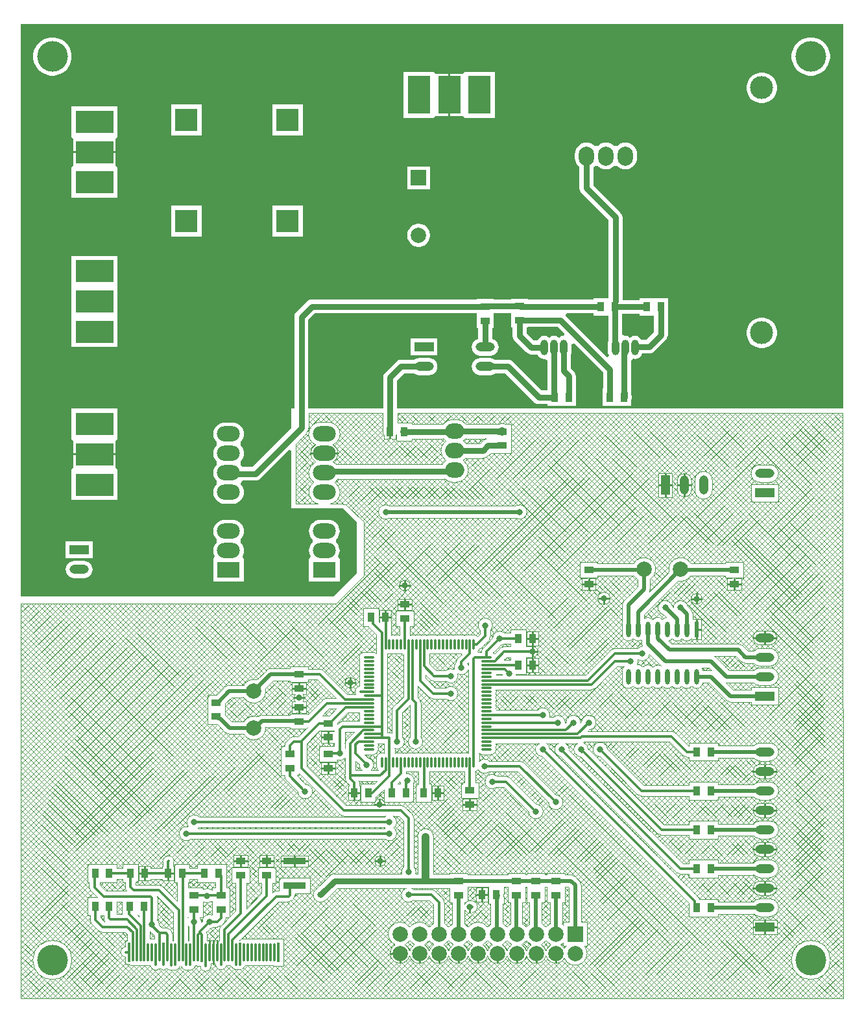
<source format=gtl>
G04*
G04 #@! TF.GenerationSoftware,Altium Limited,Altium Designer,24.4.1 (13)*
G04*
G04 Layer_Physical_Order=1*
G04 Layer_Color=255*
%FSLAX44Y44*%
%MOMM*%
G71*
G04*
G04 #@! TF.SameCoordinates,7038094A-F867-4381-9EB3-738A195B408D*
G04*
G04*
G04 #@! TF.FilePolarity,Positive*
G04*
G01*
G75*
%ADD12C,0.2540*%
%ADD29C,0.1000*%
%ADD30R,1.2500X0.9000*%
%ADD31R,0.9000X1.2500*%
%ADD32O,0.3000X1.4000*%
%ADD33O,1.4000X0.3000*%
%ADD34R,3.0000X0.9000*%
%ADD35R,0.3000X2.5000*%
%ADD36O,0.3000X2.5000*%
%ADD37O,0.6000X2.0000*%
%ADD38R,0.6000X2.0000*%
%ADD39C,0.3000*%
%ADD40C,0.5000*%
%ADD41C,0.8000*%
%ADD42C,1.0000*%
%ADD43O,1.0000X2.0000*%
%ADD44R,2.0000X2.0000*%
%ADD45C,2.0000*%
%ADD46R,2.5000X1.2000*%
%ADD47O,2.5000X1.2000*%
%ADD48O,1.2000X2.5000*%
%ADD49R,1.2000X2.5000*%
%ADD50R,3.0000X5.0000*%
%ADD51O,2.0000X2.5000*%
%ADD52C,3.0000*%
%ADD53R,5.0000X3.0000*%
%ADD54R,3.0000X3.0000*%
%ADD55O,2.5000X2.0000*%
%ADD56O,3.0000X2.0000*%
%ADD57R,3.0000X2.0000*%
%ADD58C,0.8000*%
%ADD59C,4.0000*%
G36*
X1442000Y770000D02*
X859828D01*
Y806990D01*
X868760Y815922D01*
X882261D01*
X882952Y815391D01*
X885628Y814283D01*
X888500Y813905D01*
X901500D01*
X904372Y814283D01*
X907048Y815391D01*
X909345Y817155D01*
X911108Y819453D01*
X912217Y822128D01*
X912595Y825000D01*
X912217Y827872D01*
X911108Y830547D01*
X909345Y832845D01*
X907048Y834609D01*
X904372Y835717D01*
X901500Y836095D01*
X888500D01*
X885628Y835717D01*
X882952Y834609D01*
X882261Y834078D01*
X865000D01*
X862651Y833768D01*
X860461Y832861D01*
X858581Y831419D01*
X844331Y817169D01*
X842889Y815289D01*
X841982Y813100D01*
X841672Y810750D01*
Y770000D01*
X744078D01*
Y886240D01*
X752260Y894422D01*
X963750D01*
Y875500D01*
X965922D01*
Y861156D01*
X965628Y861117D01*
X962952Y860008D01*
X960655Y858245D01*
X958892Y855947D01*
X957783Y853272D01*
X957405Y850400D01*
X957783Y847528D01*
X958892Y844853D01*
X960655Y842555D01*
X962952Y840791D01*
X965628Y839683D01*
X968500Y839305D01*
X981500D01*
X984372Y839683D01*
X987048Y840791D01*
X989345Y842555D01*
X991108Y844853D01*
X992217Y847528D01*
X992595Y850400D01*
X992217Y853272D01*
X991108Y855947D01*
X989345Y858245D01*
X987048Y860008D01*
X984372Y861117D01*
X984078Y861155D01*
Y875500D01*
X986250D01*
Y894797D01*
X1008750D01*
Y876250D01*
X1010922D01*
Y865000D01*
X1011232Y862651D01*
X1012139Y860461D01*
X1013581Y858581D01*
X1028581Y843581D01*
X1030461Y842139D01*
X1032651Y841232D01*
X1035000Y840922D01*
X1043165D01*
X1043565Y839957D01*
X1045168Y837868D01*
X1047257Y836265D01*
X1049689Y835257D01*
X1052300Y834914D01*
X1052922Y834996D01*
X1055922Y832641D01*
Y794078D01*
X1048760D01*
X1011419Y831419D01*
X1009539Y832861D01*
X1007349Y833768D01*
X1005000Y834078D01*
X987739D01*
X987048Y834609D01*
X984372Y835717D01*
X981500Y836095D01*
X968500D01*
X965628Y835717D01*
X962952Y834609D01*
X960655Y832845D01*
X958892Y830547D01*
X957783Y827872D01*
X957405Y825000D01*
X957783Y822128D01*
X958892Y819453D01*
X960655Y817155D01*
X962952Y815391D01*
X965628Y814283D01*
X968500Y813905D01*
X981500D01*
X984372Y814283D01*
X987048Y815391D01*
X987739Y815922D01*
X1001240D01*
X1038581Y778581D01*
X1040461Y777139D01*
X1042651Y776232D01*
X1045000Y775922D01*
X1056250D01*
Y773750D01*
X1093750D01*
Y796250D01*
X1093328D01*
Y812579D01*
X1093018Y814929D01*
X1092112Y817118D01*
X1090669Y818998D01*
X1086778Y822889D01*
Y840784D01*
X1087443Y842390D01*
X1087786Y845000D01*
Y854133D01*
X1089869Y855283D01*
X1090759Y855403D01*
X1128672Y817490D01*
Y796250D01*
X1128250D01*
Y773750D01*
X1165750D01*
Y782003D01*
X1166018Y782651D01*
X1166328Y785000D01*
X1166018Y787349D01*
X1165828Y787810D01*
Y790593D01*
X1165750Y791183D01*
Y796250D01*
X1165618D01*
Y833311D01*
X1168618Y835148D01*
X1170400Y834914D01*
X1173010Y835257D01*
X1175443Y836265D01*
X1177532Y837868D01*
X1179135Y839957D01*
X1179949Y841922D01*
X1189000D01*
X1191349Y842232D01*
X1193539Y843139D01*
X1195419Y844581D01*
X1210669Y859831D01*
X1212111Y861711D01*
X1213018Y863901D01*
X1213328Y866250D01*
Y891750D01*
X1213750D01*
Y914250D01*
X1176250D01*
Y912078D01*
X1154078D01*
Y1020000D01*
X1153768Y1022349D01*
X1152861Y1024539D01*
X1151419Y1026419D01*
X1116278Y1061560D01*
Y1085545D01*
X1117858Y1086842D01*
X1117960Y1086966D01*
X1121841D01*
X1121942Y1086842D01*
X1124226Y1084968D01*
X1126832Y1083575D01*
X1129660Y1082717D01*
X1132600Y1082427D01*
X1135540Y1082717D01*
X1138368Y1083575D01*
X1140974Y1084968D01*
X1143258Y1086842D01*
X1143360Y1086966D01*
X1147241D01*
X1147342Y1086842D01*
X1149626Y1084968D01*
X1152232Y1083575D01*
X1155060Y1082717D01*
X1158000Y1082427D01*
X1160940Y1082717D01*
X1163768Y1083575D01*
X1166374Y1084968D01*
X1168658Y1086842D01*
X1170532Y1089126D01*
X1171925Y1091732D01*
X1172783Y1094559D01*
X1173073Y1097500D01*
Y1102500D01*
X1172783Y1105441D01*
X1171925Y1108268D01*
X1170532Y1110874D01*
X1168658Y1113158D01*
X1166374Y1115032D01*
X1163768Y1116425D01*
X1160940Y1117283D01*
X1158000Y1117572D01*
X1155060Y1117283D01*
X1152232Y1116425D01*
X1149626Y1115032D01*
X1147342Y1113158D01*
X1147241Y1113034D01*
X1143360D01*
X1143258Y1113158D01*
X1140974Y1115032D01*
X1138368Y1116425D01*
X1135540Y1117283D01*
X1132600Y1117572D01*
X1129660Y1117283D01*
X1126832Y1116425D01*
X1124226Y1115032D01*
X1121942Y1113158D01*
X1121841Y1113034D01*
X1117960D01*
X1117858Y1113158D01*
X1115574Y1115032D01*
X1112968Y1116425D01*
X1110141Y1117283D01*
X1107200Y1117572D01*
X1104259Y1117283D01*
X1101432Y1116425D01*
X1098826Y1115032D01*
X1096542Y1113158D01*
X1094668Y1110874D01*
X1093275Y1108268D01*
X1092417Y1105441D01*
X1092127Y1102500D01*
Y1097500D01*
X1092417Y1094559D01*
X1093275Y1091732D01*
X1094668Y1089126D01*
X1096542Y1086842D01*
X1098122Y1085545D01*
Y1057800D01*
X1098432Y1055451D01*
X1099339Y1053261D01*
X1100781Y1051381D01*
X1135922Y1016240D01*
Y914250D01*
X1116250D01*
Y912703D01*
X1031250D01*
Y913750D01*
X1008750D01*
Y912953D01*
X986250D01*
Y913000D01*
X963750D01*
Y912578D01*
X748500D01*
X746151Y912268D01*
X743961Y911361D01*
X742081Y909919D01*
X728581Y896419D01*
X727139Y894539D01*
X726232Y892349D01*
X725922Y890000D01*
Y770000D01*
X722000D01*
Y744838D01*
X671240Y694078D01*
X657798D01*
X657532Y694574D01*
X655658Y696858D01*
X655534Y696960D01*
Y700841D01*
X655658Y700942D01*
X657532Y703226D01*
X658925Y705832D01*
X659783Y708660D01*
X660072Y711600D01*
X659783Y714540D01*
X658925Y717368D01*
X657532Y719974D01*
X655658Y722258D01*
X655534Y722359D01*
Y726240D01*
X655658Y726342D01*
X657532Y728626D01*
X658925Y731232D01*
X659783Y734060D01*
X660072Y737000D01*
X659783Y739940D01*
X658925Y742768D01*
X657532Y745374D01*
X655658Y747658D01*
X653374Y749532D01*
X650768Y750925D01*
X647941Y751783D01*
X645000Y752073D01*
X635000D01*
X632060Y751783D01*
X629232Y750925D01*
X626626Y749532D01*
X624342Y747658D01*
X622468Y745374D01*
X621075Y742768D01*
X620217Y739940D01*
X619927Y737000D01*
X620217Y734060D01*
X621075Y731232D01*
X622468Y728626D01*
X624342Y726342D01*
X624466Y726240D01*
Y722359D01*
X624342Y722258D01*
X622468Y719974D01*
X621075Y717368D01*
X620217Y714540D01*
X619927Y711600D01*
X620217Y708660D01*
X621075Y705832D01*
X622468Y703226D01*
X624342Y700942D01*
X624466Y700841D01*
Y696960D01*
X624342Y696858D01*
X622468Y694574D01*
X621075Y691968D01*
X620217Y689140D01*
X619927Y686200D01*
X620217Y683260D01*
X621075Y680432D01*
X622468Y677826D01*
X624342Y675542D01*
X624466Y675441D01*
Y671560D01*
X624342Y671458D01*
X622468Y669174D01*
X621075Y666568D01*
X620217Y663740D01*
X619927Y660800D01*
X620217Y657859D01*
X621075Y655032D01*
X622468Y652426D01*
X624342Y650142D01*
X626626Y648268D01*
X629232Y646875D01*
X632060Y646017D01*
X635000Y645727D01*
X645000D01*
X647941Y646017D01*
X650768Y646875D01*
X653374Y648268D01*
X655658Y650142D01*
X657532Y652426D01*
X658925Y655032D01*
X659783Y657859D01*
X660072Y660800D01*
X659783Y663740D01*
X658925Y666568D01*
X657532Y669174D01*
X655658Y671458D01*
X656567Y674143D01*
X658335Y675922D01*
X675000D01*
X677349Y676232D01*
X679539Y677139D01*
X681419Y678581D01*
X719177Y716339D01*
X721226Y715543D01*
X722000Y714920D01*
Y645608D01*
Y640000D01*
X788448D01*
X789137Y639863D01*
X807000Y622000D01*
X807000D01*
Y555000D01*
X777000Y525000D01*
X369000D01*
Y1272000D01*
X1442000D01*
Y770000D01*
D02*
G37*
G36*
X1078103Y868059D02*
X1077949Y866925D01*
X1076934Y864986D01*
X1075089Y864743D01*
X1072657Y863735D01*
X1071350Y862732D01*
X1070043Y863735D01*
X1067610Y864743D01*
X1065000Y865086D01*
X1062390Y864743D01*
X1059957Y863735D01*
X1058650Y862732D01*
X1057343Y863735D01*
X1054911Y864743D01*
X1052300Y865086D01*
X1049689Y864743D01*
X1047257Y863735D01*
X1045168Y862132D01*
X1043565Y860043D01*
X1043165Y859078D01*
X1038760D01*
X1029078Y868760D01*
Y876250D01*
X1031250D01*
Y876672D01*
X1069490D01*
X1078103Y868059D01*
D02*
G37*
G36*
X1176250Y891750D02*
X1195172D01*
Y870010D01*
X1185240Y860078D01*
X1179109D01*
X1177532Y862132D01*
X1175443Y863735D01*
X1173010Y864743D01*
X1170400Y865086D01*
X1167790Y864743D01*
X1165357Y863735D01*
X1164050Y862732D01*
X1162743Y863735D01*
X1160311Y864743D01*
X1157700Y865086D01*
X1156703Y864955D01*
X1153703Y867142D01*
Y891750D01*
X1153750D01*
Y893922D01*
X1176250D01*
Y891750D01*
D02*
G37*
G36*
X1116250D02*
X1135547D01*
Y858310D01*
X1135257Y857610D01*
X1134914Y855000D01*
Y845000D01*
X1135257Y842390D01*
X1136265Y839957D01*
X1136732Y839349D01*
X1134471Y837366D01*
X1080290Y891547D01*
X1080968Y893860D01*
X1081496Y894547D01*
X1116250D01*
Y891750D01*
D02*
G37*
%LPC*%
G36*
X987600Y1210000D02*
X947600D01*
Y1209687D01*
X945540Y1207540D01*
X944600Y1207540D01*
X929270D01*
Y1180000D01*
Y1152460D01*
X944600D01*
X945540Y1152460D01*
X947600Y1150313D01*
Y1150000D01*
X987600D01*
Y1210000D01*
D02*
G37*
G36*
X1402462Y1255000D02*
X1397538D01*
X1392708Y1254039D01*
X1388158Y1252155D01*
X1384063Y1249419D01*
X1380581Y1245937D01*
X1377845Y1241842D01*
X1375961Y1237292D01*
X1375000Y1232462D01*
Y1227538D01*
X1375961Y1222708D01*
X1377845Y1218158D01*
X1380581Y1214063D01*
X1384063Y1210581D01*
X1388158Y1207845D01*
X1392708Y1205961D01*
X1397538Y1205000D01*
X1402462D01*
X1407292Y1205961D01*
X1411842Y1207845D01*
X1415936Y1210581D01*
X1419419Y1214063D01*
X1422155Y1218158D01*
X1424039Y1222708D01*
X1425000Y1227538D01*
Y1232462D01*
X1424039Y1237292D01*
X1422155Y1241842D01*
X1419419Y1245937D01*
X1415936Y1249419D01*
X1411842Y1252155D01*
X1407292Y1254039D01*
X1402462Y1255000D01*
D02*
G37*
G36*
X412462D02*
X407538D01*
X402708Y1254039D01*
X398158Y1252155D01*
X394063Y1249419D01*
X390581Y1245937D01*
X387845Y1241842D01*
X385961Y1237292D01*
X385000Y1232462D01*
Y1227538D01*
X385961Y1222708D01*
X387845Y1218158D01*
X390581Y1214063D01*
X394063Y1210581D01*
X398158Y1207845D01*
X402708Y1205961D01*
X407538Y1205000D01*
X412462D01*
X417292Y1205961D01*
X421842Y1207845D01*
X425937Y1210581D01*
X429419Y1214063D01*
X432155Y1218158D01*
X434039Y1222708D01*
X435000Y1227538D01*
Y1232462D01*
X434039Y1237292D01*
X432155Y1241842D01*
X429419Y1245937D01*
X425937Y1249419D01*
X421842Y1252155D01*
X417292Y1254039D01*
X412462Y1255000D01*
D02*
G37*
G36*
X1337970Y1209000D02*
X1334030D01*
X1330166Y1208231D01*
X1326526Y1206724D01*
X1323251Y1204535D01*
X1320465Y1201749D01*
X1318276Y1198474D01*
X1316769Y1194834D01*
X1316000Y1190970D01*
Y1187030D01*
X1316769Y1183166D01*
X1318276Y1179526D01*
X1320465Y1176251D01*
X1323251Y1173465D01*
X1326526Y1171276D01*
X1330166Y1169769D01*
X1334030Y1169000D01*
X1337970D01*
X1341834Y1169769D01*
X1345473Y1171276D01*
X1348749Y1173465D01*
X1351535Y1176251D01*
X1353724Y1179526D01*
X1355231Y1183166D01*
X1356000Y1187030D01*
Y1190970D01*
X1355231Y1194834D01*
X1353724Y1198474D01*
X1351535Y1201749D01*
X1348749Y1204535D01*
X1345473Y1206724D01*
X1341834Y1208231D01*
X1337970Y1209000D01*
D02*
G37*
G36*
X908400Y1210000D02*
X868400D01*
Y1150000D01*
X908400D01*
Y1150313D01*
X910460Y1152460D01*
X911400Y1152460D01*
X926730D01*
Y1180000D01*
Y1207540D01*
X911400D01*
X910460Y1207540D01*
X908400Y1209687D01*
Y1210000D01*
D02*
G37*
G36*
X737000Y1167000D02*
X697000D01*
Y1127000D01*
X737000D01*
Y1167000D01*
D02*
G37*
G36*
X605000D02*
X565000D01*
Y1127000D01*
X605000D01*
Y1167000D01*
D02*
G37*
G36*
X495000Y1164600D02*
X435000D01*
Y1124600D01*
X435313D01*
X437460Y1122540D01*
X437460Y1121600D01*
Y1106270D01*
X492540D01*
Y1121600D01*
X492540Y1122540D01*
X494687Y1124600D01*
X495000D01*
Y1164600D01*
D02*
G37*
G36*
X903000Y1086500D02*
X873000D01*
Y1056500D01*
X903000D01*
Y1086500D01*
D02*
G37*
G36*
X492540Y1103730D02*
X437460D01*
Y1088400D01*
X437460Y1087460D01*
X435313Y1085400D01*
X435000D01*
Y1045400D01*
X495000D01*
Y1085400D01*
X494687D01*
X492540Y1087460D01*
X492540Y1088400D01*
Y1103730D01*
D02*
G37*
G36*
X737000Y1035000D02*
X697000D01*
Y995000D01*
X737000D01*
Y1035000D01*
D02*
G37*
G36*
X605000D02*
X565000D01*
Y995000D01*
X605000D01*
Y1035000D01*
D02*
G37*
G36*
X889477Y1011500D02*
X886523D01*
X883625Y1010923D01*
X880895Y1009793D01*
X878438Y1008151D01*
X876349Y1006062D01*
X874707Y1003605D01*
X873577Y1000875D01*
X873000Y997977D01*
Y995023D01*
X873577Y992125D01*
X874707Y989395D01*
X876349Y986938D01*
X878438Y984849D01*
X880895Y983207D01*
X883625Y982076D01*
X886523Y981500D01*
X889477D01*
X892375Y982076D01*
X895105Y983207D01*
X897562Y984849D01*
X899651Y986938D01*
X901293Y989395D01*
X902423Y992125D01*
X903000Y995023D01*
Y997977D01*
X902423Y1000875D01*
X901293Y1003605D01*
X899651Y1006062D01*
X897562Y1008151D01*
X895105Y1009793D01*
X892375Y1010923D01*
X889477Y1011500D01*
D02*
G37*
G36*
X495000Y969600D02*
X435000D01*
Y929600D01*
Y890000D01*
Y850400D01*
X495000D01*
Y890000D01*
Y929600D01*
Y969600D01*
D02*
G37*
G36*
X1337970Y889000D02*
X1334030D01*
X1330166Y888231D01*
X1326526Y886724D01*
X1323251Y884535D01*
X1320465Y881749D01*
X1318276Y878474D01*
X1316769Y874834D01*
X1316000Y870970D01*
Y867030D01*
X1316769Y863166D01*
X1318276Y859526D01*
X1320465Y856251D01*
X1323251Y853465D01*
X1326526Y851276D01*
X1330166Y849769D01*
X1334030Y849000D01*
X1337970D01*
X1341834Y849769D01*
X1345473Y851276D01*
X1348749Y853465D01*
X1351535Y856251D01*
X1353724Y859526D01*
X1355231Y863166D01*
X1356000Y867030D01*
Y870970D01*
X1355231Y874834D01*
X1353724Y878474D01*
X1351535Y881749D01*
X1348749Y884535D01*
X1345473Y886724D01*
X1341834Y888231D01*
X1337970Y889000D01*
D02*
G37*
G36*
X912500Y861400D02*
X877500D01*
Y839400D01*
X912500D01*
Y861400D01*
D02*
G37*
G36*
X495000Y770000D02*
X435000D01*
Y730000D01*
X435313D01*
X437460Y727940D01*
X437460Y727000D01*
Y711670D01*
X465000D01*
X492540D01*
Y727000D01*
X492540Y727940D01*
X494687Y730000D01*
X495000D01*
Y770000D01*
D02*
G37*
G36*
X492540Y709130D02*
X465000D01*
X437460D01*
Y693800D01*
X437460Y692860D01*
X435313Y690800D01*
X435000D01*
Y650800D01*
X495000D01*
Y690800D01*
X494687D01*
X492540Y692860D01*
X492540Y693800D01*
Y709130D01*
D02*
G37*
G36*
X462500Y596400D02*
X427500D01*
Y574400D01*
X462500D01*
Y596400D01*
D02*
G37*
G36*
X451500Y571095D02*
X438500D01*
X435628Y570717D01*
X432953Y569608D01*
X430655Y567845D01*
X428891Y565547D01*
X427783Y562872D01*
X427405Y560000D01*
X427783Y557128D01*
X428891Y554453D01*
X430655Y552155D01*
X432953Y550392D01*
X435628Y549283D01*
X438500Y548905D01*
X451500D01*
X454372Y549283D01*
X457047Y550392D01*
X459345Y552155D01*
X461109Y554453D01*
X462217Y557128D01*
X462595Y560000D01*
X462217Y562872D01*
X461109Y565547D01*
X459345Y567845D01*
X457047Y569608D01*
X454372Y570717D01*
X451500Y571095D01*
D02*
G37*
G36*
X770000Y625073D02*
X760000D01*
X757059Y624783D01*
X754232Y623925D01*
X751626Y622532D01*
X749342Y620658D01*
X747468Y618374D01*
X746075Y615768D01*
X745217Y612940D01*
X744927Y610000D01*
X745217Y607060D01*
X746075Y604232D01*
X747468Y601626D01*
X749342Y599342D01*
X749466Y599240D01*
Y595359D01*
X749342Y595258D01*
X747468Y592974D01*
X746075Y590368D01*
X745217Y587541D01*
X744927Y584600D01*
X745217Y581660D01*
X746075Y578832D01*
X746947Y577200D01*
X745567Y574200D01*
X745000D01*
Y544200D01*
X785000D01*
Y574200D01*
X784433D01*
X783053Y577200D01*
X783925Y578832D01*
X784783Y581660D01*
X785072Y584600D01*
X784783Y587541D01*
X783925Y590368D01*
X782532Y592974D01*
X780658Y595258D01*
X780534Y595359D01*
Y599240D01*
X780658Y599342D01*
X782532Y601626D01*
X783925Y604232D01*
X784783Y607060D01*
X785072Y610000D01*
X784783Y612940D01*
X783925Y615768D01*
X782532Y618374D01*
X780658Y620658D01*
X778374Y622532D01*
X775768Y623925D01*
X772941Y624783D01*
X770000Y625073D01*
D02*
G37*
G36*
X645000D02*
X635000D01*
X632060Y624783D01*
X629232Y623925D01*
X626626Y622532D01*
X624342Y620658D01*
X622468Y618374D01*
X621075Y615768D01*
X620217Y612940D01*
X619927Y610000D01*
X620217Y607060D01*
X621075Y604232D01*
X622468Y601626D01*
X624342Y599342D01*
X624466Y599240D01*
Y595359D01*
X624342Y595258D01*
X622468Y592974D01*
X621075Y590368D01*
X620217Y587541D01*
X619927Y584600D01*
X620217Y581660D01*
X621075Y578832D01*
X621947Y577200D01*
X620568Y574200D01*
X620000D01*
Y544200D01*
X660000D01*
Y574200D01*
X659433D01*
X658053Y577200D01*
X658925Y578832D01*
X659783Y581660D01*
X660072Y584600D01*
X659783Y587541D01*
X658925Y590368D01*
X657532Y592974D01*
X655658Y595258D01*
X655534Y595359D01*
Y599240D01*
X655658Y599342D01*
X657532Y601626D01*
X658925Y604232D01*
X659783Y607060D01*
X660072Y610000D01*
X659783Y612940D01*
X658925Y615768D01*
X657532Y618374D01*
X655658Y620658D01*
X653374Y622532D01*
X650768Y623925D01*
X647941Y624783D01*
X645000Y625073D01*
D02*
G37*
%LPD*%
D12*
X1300000Y540750D02*
X1308790D01*
X1300000D02*
Y547790D01*
Y533710D02*
Y540750D01*
X1291210D02*
X1300000D01*
X1235000Y670000D02*
X1243540D01*
X1235000D02*
Y685040D01*
X1210000Y670000D02*
Y685040D01*
X1226460Y670000D02*
X1235000D01*
Y654960D02*
Y670000D01*
X1201460D02*
X1210000D01*
X1218540D01*
X1210000Y654960D02*
Y670000D01*
X1340000Y462260D02*
Y470800D01*
X1355040D01*
X1340000D02*
Y479340D01*
X1324960Y470800D02*
X1340000D01*
X1250800Y515260D02*
Y521800D01*
Y528340D01*
Y521800D02*
X1257340D01*
X1250800Y482000D02*
Y494540D01*
X1244260Y521800D02*
X1250800D01*
Y482000D02*
X1256340D01*
X1250800Y469460D02*
Y482000D01*
X1110000Y540750D02*
X1118790D01*
X1110000Y533710D02*
Y540750D01*
X1101210D02*
X1110000D01*
Y547790D01*
X1130000Y515460D02*
Y522000D01*
X1123460D02*
X1130000D01*
X1136540D01*
X1036750Y470000D02*
Y478790D01*
Y470000D02*
X1043790D01*
X1036750Y461210D02*
Y470000D01*
X1029710D02*
X1036750D01*
Y452500D02*
X1043290D01*
X1036750D02*
Y459040D01*
Y445960D02*
Y452500D01*
Y435000D02*
Y443790D01*
Y435000D02*
X1043790D01*
X1036750Y426210D02*
Y435000D01*
X1029710D02*
X1036750D01*
X1340000Y296200D02*
X1355040D01*
X1340000Y245400D02*
X1355040D01*
X1340000Y296200D02*
Y304740D01*
Y287660D02*
Y296200D01*
Y245400D02*
Y253940D01*
X1324960Y245400D02*
X1340000D01*
X1324960Y296200D02*
X1340000D01*
Y236860D02*
Y245400D01*
Y194600D02*
X1355040D01*
X1340000Y143800D02*
X1355040D01*
X1340000Y194600D02*
Y203140D01*
X1324960Y194600D02*
X1340000D01*
Y186060D02*
Y194600D01*
Y143800D02*
Y152340D01*
Y135260D02*
Y143800D01*
X1324960D02*
X1340000D01*
Y93000D02*
X1355040D01*
X1340000D02*
Y101540D01*
X1324960Y93000D02*
X1340000D01*
Y84460D02*
Y93000D01*
X955000Y253250D02*
X963790D01*
X955000Y246210D02*
Y253250D01*
Y260290D01*
X946210Y253250D02*
X955000D01*
X970750Y135000D02*
Y143790D01*
X1067000Y46060D02*
Y58600D01*
X1041600Y46060D02*
Y58600D01*
X1016200Y46060D02*
Y58600D01*
X970750Y135000D02*
X977790D01*
X970750Y126210D02*
Y135000D01*
X963710D02*
X970750D01*
X955000Y112460D02*
Y119000D01*
X990800Y46060D02*
Y58600D01*
X940000Y46060D02*
Y58600D01*
X965400Y46060D02*
Y58600D01*
X870000Y539000D02*
X876540D01*
X870000D02*
Y545540D01*
X863460Y539000D02*
X870000D01*
Y514250D02*
X878790D01*
X870000Y532460D02*
Y539000D01*
Y514250D02*
Y521290D01*
Y507210D02*
Y514250D01*
X861210D02*
X870000D01*
X850750Y731210D02*
Y740000D01*
X844250Y497500D02*
X851290D01*
X837210D02*
X844250D01*
Y506290D01*
X913250Y268000D02*
Y276790D01*
Y268000D02*
X920290D01*
X906210D02*
X913250D01*
Y259210D02*
Y268000D01*
X837000Y253000D02*
X843540D01*
X837000D02*
Y259540D01*
X830460Y253000D02*
X837000D01*
X765000Y711600D02*
X782540D01*
X747460D02*
X765000D01*
X799000Y412000D02*
X805540D01*
X799000Y405460D02*
Y412000D01*
X792460D02*
X799000D01*
Y418540D01*
X732000Y404750D02*
X740790D01*
X732000D02*
Y411790D01*
Y392375D02*
X738540D01*
X723210Y404750D02*
X732000D01*
X725460Y392375D02*
X732000D01*
X770000Y340750D02*
Y347790D01*
Y333710D02*
Y340750D01*
X761210D02*
X770000D01*
X803750Y268000D02*
X810790D01*
X803750Y259210D02*
Y268000D01*
X796710D02*
X803750D01*
X770000Y300750D02*
X778790D01*
X770000Y293710D02*
Y300750D01*
Y307790D01*
X761210Y300750D02*
X770000D01*
X723210Y380250D02*
X732000D01*
X740790D01*
X732000Y373210D02*
Y380250D01*
X838000Y172460D02*
Y179000D01*
X844540D01*
X838000D02*
Y185540D01*
X831460Y179000D02*
X838000D01*
X725879D02*
X743419D01*
X725879D02*
Y186040D01*
Y171960D02*
Y179000D01*
X708339D02*
X725879D01*
X690000Y179250D02*
X698790D01*
X690000D02*
Y186290D01*
X656000Y179250D02*
Y186290D01*
X690000Y172210D02*
Y179250D01*
X681210D02*
X690000D01*
X656000D02*
X664790D01*
X656000Y172210D02*
Y179250D01*
X647210D02*
X656000D01*
X914600Y46060D02*
Y58600D01*
X889200Y46060D02*
Y58600D01*
X851260D02*
X863800D01*
Y46060D02*
Y58600D01*
X560750Y163000D02*
X567790D01*
X560750Y154210D02*
Y163000D01*
X530250Y154210D02*
Y163000D01*
Y171790D01*
X523210Y163000D02*
X530250D01*
X620000Y60000D02*
Y75040D01*
X625000Y60000D02*
Y75040D01*
X620000Y44960D02*
Y60000D01*
X615000D02*
Y75040D01*
D29*
X1346500Y673900D02*
G03*
X1358000Y685400I0J11500D01*
G01*
X1333500Y696900D02*
G03*
X1333500Y673900I0J-11500D01*
G01*
X1358000Y685400D02*
G03*
X1346500Y696900I-11500J0D01*
G01*
X1297326Y533210D02*
G03*
X1302673Y533210I2674J7540D01*
G01*
X1303045Y548290D02*
G03*
X1296455Y548290I-3295J-7290D01*
G01*
X1271500Y676500D02*
G03*
X1248500Y676500I-11500J0D01*
G01*
Y663500D02*
G03*
X1271500Y663500I11500J0D01*
G01*
X1244040Y676500D02*
G03*
X1225960Y676500I-9040J0D01*
G01*
Y663500D02*
G03*
X1244040Y663500I9040J0D01*
G01*
X1243495Y567625D02*
G03*
X1214956Y556269I-13495J-7625D01*
G01*
X1197500Y560000D02*
G03*
X1168505Y567625I-15500J0D01*
G01*
X1226269Y544956D02*
G03*
X1243043Y551625I3731J15044D01*
G01*
X1190000Y546724D02*
G03*
X1197500Y560000I-8000J13276D01*
G01*
X1189201Y530514D02*
G03*
X1190000Y534000I-7201J3486D01*
G01*
X1189201Y530514D02*
G03*
X1190000Y534000I-7201J3486D01*
G01*
X1346500Y461760D02*
G03*
X1355540Y470800I0J9040D01*
G01*
D02*
G03*
X1346500Y479840I-9040J0D01*
G01*
X1333500D02*
G03*
X1333500Y461760I0J-9040D01*
G01*
X1346500Y433900D02*
G03*
X1358000Y445400I0J11500D01*
G01*
D02*
G03*
X1346500Y456900I-11500J0D01*
G01*
X1358000Y420000D02*
G03*
X1346500Y431500I-11500J0D01*
G01*
Y408500D02*
G03*
X1358000Y420000I0J11500D01*
G01*
X1333500Y456900D02*
G03*
X1325239Y453400I0J-11500D01*
G01*
Y437400D02*
G03*
X1333500Y433900I8261J8000D01*
G01*
X1325239Y412000D02*
G03*
X1333500Y408500I8261J8000D01*
G01*
Y431500D02*
G03*
X1325239Y428000I0J-11500D01*
G01*
X1310657Y460657D02*
G03*
X1305000Y463000I-5657J-5657D01*
G01*
X1310667Y460647D02*
G03*
X1305000Y463000I-5667J-5647D01*
G01*
X1275657Y445657D02*
G03*
X1273873Y447000I-5657J-5657D01*
G01*
X1275667Y445647D02*
G03*
X1273873Y447000I-5667J-5647D01*
G01*
X1308933Y439753D02*
G03*
X1314600Y437400I5667J5647D01*
G01*
X1308943Y439743D02*
G03*
X1314600Y437400I5657J5657D01*
G01*
X1358000Y321600D02*
G03*
X1346500Y333100I-11500J0D01*
G01*
Y310100D02*
G03*
X1358000Y321600I0J11500D01*
G01*
X1289733Y388953D02*
G03*
X1295400Y386600I5667J5647D01*
G01*
X1289743Y388943D02*
G03*
X1295400Y386600I5657J5657D01*
G01*
X1333500Y333100D02*
G03*
X1325437Y329800I0J-11500D01*
G01*
X1325050Y313800D02*
G03*
X1333500Y310100I8450J7800D01*
G01*
X1257840Y521800D02*
G03*
X1257840Y521800I-7040J0D01*
G01*
X1239280Y512034D02*
G03*
X1220532Y510782I-9280J-2034D01*
G01*
X1246100Y501900D02*
G03*
X1243757Y507557I-8000J0D01*
G01*
X1246100Y501900D02*
G03*
X1243747Y507567I-8000J0D01*
G01*
X1231750Y469350D02*
G03*
X1244760Y469719I6350J5650D01*
G01*
X1219280Y512034D02*
G03*
X1207966Y500720I-9280J-2034D01*
G01*
X1193650Y494650D02*
G03*
X1182600Y496082I-6350J-5650D01*
G01*
X1219050Y469350D02*
G03*
X1231750Y469350I6350J5650D01*
G01*
X1214599Y466715D02*
G03*
X1219050Y469350I-1899J8285D01*
G01*
X1211302Y497384D02*
G03*
X1206350Y494650I1398J-8384D01*
G01*
D02*
G03*
X1193650Y494650I-6350J-5650D01*
G01*
X1174164Y442504D02*
G03*
X1189468Y449218I5836J7496D01*
G01*
X1259241Y428000D02*
G03*
X1257674Y432000I-8441J-1000D01*
G01*
X1244450Y407350D02*
G03*
X1259241Y412000I6350J5650D01*
G01*
X1204439Y434249D02*
G03*
X1193650Y432650I-4439J-7249D01*
G01*
Y407350D02*
G03*
X1206350Y407350I6350J5650D01*
G01*
X1193650Y432650D02*
G03*
X1180950Y432650I-6350J-5650D01*
G01*
Y407350D02*
G03*
X1193650Y407350I6350J5650D01*
G01*
X1231750D02*
G03*
X1244450Y407350I6350J5650D01*
G01*
X1206350D02*
G03*
X1219050Y407350I6350J5650D01*
G01*
D02*
G03*
X1231750Y407350I6350J5650D01*
G01*
X1223117Y346783D02*
G03*
X1218167Y348833I-4950J-4950D01*
G01*
X1223117Y346783D02*
G03*
X1218167Y348833I-4950J-4950D01*
G01*
X1233050Y317050D02*
G03*
X1238000Y315000I4950J4950D01*
G01*
X1233050Y317050D02*
G03*
X1238000Y315000I4950J4950D01*
G01*
X1168957Y551625D02*
G03*
X1174000Y546724I13043J8375D01*
G01*
X1138000Y522500D02*
G03*
X1122000Y522500I-8000J0D01*
G01*
X1119750Y540750D02*
G03*
X1119290Y543424I-8000J0D01*
G01*
Y538076D02*
G03*
X1119750Y540750I-7540J2674D01*
G01*
X1014876Y627000D02*
G03*
X1029500Y635000I5124J8000D01*
G01*
D02*
G03*
X1014876Y643000I-9500J0D01*
G01*
X1114424Y548290D02*
G03*
X1111750Y548750I-2674J-7540D01*
G01*
Y532750D02*
G03*
X1114424Y533210I0J8000D01*
G01*
X1110000Y548750D02*
G03*
X1107326Y548290I0J-8000D01*
G01*
Y533210D02*
G03*
X1110000Y532750I2674J7540D01*
G01*
X1156253Y519567D02*
G03*
X1153900Y513900I5647J-5667D01*
G01*
X1122000Y522000D02*
G03*
X1138000Y522000I8000J0D01*
G01*
X1156243Y519557D02*
G03*
X1153900Y513900I5657J-5657D01*
G01*
X1179300Y462700D02*
G03*
X1179968Y459500I8000J0D01*
G01*
X1179300Y462700D02*
G03*
X1179968Y459500I8000J0D01*
G01*
X1168250Y469350D02*
G03*
X1179300Y467918I6350J5650D01*
G01*
X1153400Y475000D02*
G03*
X1168250Y469350I8500J0D01*
G01*
X1153900Y491872D02*
G03*
X1153400Y489000I8000J-2872D01*
G01*
X1000352Y750250D02*
G03*
X993498Y750250I-3427J-9925D01*
G01*
X975940Y730825D02*
G03*
X972032Y728467I2810J-9075D01*
G01*
X975940Y730825D02*
G03*
X972032Y728467I2810J-9075D01*
G01*
X972000Y705500D02*
G03*
X978717Y708282I0J9500D01*
G01*
X972000Y705500D02*
G03*
X978717Y708282I0J9500D01*
G01*
X946386Y727700D02*
G03*
X949689Y730825I-8886J12700D01*
G01*
X949805Y749825D02*
G03*
X937500Y755900I-12305J-9425D01*
G01*
X932500D02*
G03*
X920100Y749700I0J-15500D01*
G01*
X953000Y689600D02*
G03*
X946386Y702300I-15500J0D01*
G01*
D02*
G03*
X949747Y705500I-8886J12700D01*
G01*
X920410Y730700D02*
G03*
X923614Y727700I12090J9700D01*
G01*
D02*
G03*
X923614Y702300I8886J-12700D01*
G01*
X949747Y724500D02*
G03*
X946386Y727700I-12247J-9500D01*
G01*
X937500Y674100D02*
G03*
X953000Y689600I0J15500D01*
G01*
X923614Y702300D02*
G03*
X919106Y697400I8886J-12700D01*
G01*
X921785Y678400D02*
G03*
X932500Y674100I10715J11200D01*
G01*
X982000Y480577D02*
G03*
X984500Y487000I-7000J6423D01*
G01*
D02*
G03*
X968000Y480577I-9500J0D01*
G01*
X1000423Y477000D02*
G03*
X984509Y470408I-6423J-7000D01*
G01*
X979950Y468050D02*
G03*
X982000Y473000I-4950J4950D01*
G01*
X979950Y468050D02*
G03*
X982000Y473000I-4950J4950D01*
G01*
X994408Y460509D02*
G03*
X1000423Y463000I-408J9491D01*
G01*
X937500Y474038D02*
G03*
X932500Y474038I-2500J-6538D01*
G01*
X932500D02*
G03*
X927500Y474038I-2500J-6538D01*
G01*
X942500D02*
G03*
X937500Y474038I-2500J-6538D01*
G01*
X922500D02*
G03*
X917500Y474038I-2500J-6538D01*
G01*
X927500D02*
G03*
X922500Y474038I-2500J-6538D01*
G01*
X957500D02*
G03*
X952500Y474038I-2500J-6538D01*
G01*
X964746Y472645D02*
G03*
X957500Y474038I-4746J-5145D01*
G01*
X947500D02*
G03*
X942500Y474038I-2500J-6538D01*
G01*
X952500D02*
G03*
X947500Y474038I-2500J-6538D01*
G01*
X1179968Y459500D02*
G03*
X1173577Y457000I32J-9500D01*
G01*
X1174500Y440000D02*
G03*
X1174164Y442504I-9500J0D01*
G01*
X1173313Y435402D02*
G03*
X1174500Y440000I-8313J4598D01*
G01*
X1180950Y432650D02*
G03*
X1173313Y435402I-6350J-5650D01*
G01*
X1155879Y433000D02*
G03*
X1153400Y427000I6021J-6000D01*
G01*
X1144000Y457000D02*
G03*
X1139050Y454950I0J-7000D01*
G01*
X1144000Y457000D02*
G03*
X1139050Y454950I0J-7000D01*
G01*
X1153400Y413000D02*
G03*
X1168250Y407350I8500J0D01*
G01*
D02*
G03*
X1180950Y407350I6350J5650D01*
G01*
X1114000Y403000D02*
G03*
X1118950Y405050I0J7000D01*
G01*
X1114000Y403000D02*
G03*
X1118950Y405050I0J7000D01*
G01*
X1043790Y452500D02*
G03*
X1036000Y459500I-7040J0D01*
G01*
Y445500D02*
G03*
X1043790Y452500I750J7000D01*
G01*
X1059500Y370000D02*
G03*
X1043577Y377000I-9500J0D01*
G01*
X1059014Y367000D02*
G03*
X1059500Y370000I-9014J3000D01*
G01*
X1119500Y360000D02*
G03*
X1100509Y360408I-9500J0D01*
G01*
X1110408Y350509D02*
G03*
X1119500Y360000I-408J9491D01*
G01*
X1134491Y325408D02*
G03*
X1124592Y315509I-9491J-408D01*
G01*
X1109491Y325408D02*
G03*
X1103029Y334004I-9491J-408D01*
G01*
X1099500Y360000D02*
G03*
X1080509Y360408I-9500J0D01*
G01*
X1079500Y360000D02*
G03*
X1063577Y367000I-9500J0D01*
G01*
X1103029Y334004D02*
G03*
X1104139Y334833I-3612J5996D01*
G01*
X1103029Y334004D02*
G03*
X1104139Y334833I-3612J5996D01*
G01*
X1084500Y325000D02*
G03*
X1080124Y333000I-9500J0D01*
G01*
X1044876D02*
G03*
X1049592Y315509I5124J-8000D01*
G01*
X1059491Y325408D02*
G03*
X1055124Y333000I-9491J-408D01*
G01*
X1096447Y316189D02*
G03*
X1100545Y314555I4509J5354D01*
G01*
X1094876Y333000D02*
G03*
X1096447Y316189I5124J-8000D01*
G01*
X1069876Y333000D02*
G03*
X1073478Y315623I5124J-8000D01*
G01*
X999750Y459500D02*
G03*
X994800Y457450I0J-7000D01*
G01*
X999750Y459500D02*
G03*
X994800Y457450I0J-7000D01*
G01*
X987374Y450024D02*
G03*
X985311Y451411I-4874J-5024D01*
G01*
X972050Y457950D02*
G03*
X970000Y453000I4950J-4950D01*
G01*
X972050Y457950D02*
G03*
X970000Y453000I4950J-4950D01*
G01*
X966964Y455793D02*
G03*
X969192Y457293I-2722J6449D01*
G01*
X1015287Y422000D02*
G03*
X1015470Y423250I-9287J2000D01*
G01*
X996553Y423000D02*
G03*
X996713Y422000I9447J1000D01*
G01*
X966964Y455793D02*
G03*
X969192Y457293I-2722J6449D01*
G01*
X965362Y452000D02*
G03*
X966964Y455793I-5362J4500D01*
G01*
X942500Y449962D02*
G03*
X944611Y449511I2500J6538D01*
G01*
X937500Y449962D02*
G03*
X942500Y449962I2500J6538D01*
G01*
X939050Y443950D02*
G03*
X937000Y439000I4950J-4950D01*
G01*
X939050Y443950D02*
G03*
X937000Y439000I4950J-4950D01*
G01*
Y438423D02*
G03*
X934951Y429108I7000J-6423D01*
G01*
X932500Y449962D02*
G03*
X937500Y449962I2500J6538D01*
G01*
X927500D02*
G03*
X932500Y449962I2500J6538D01*
G01*
X917500D02*
G03*
X922500Y449962I2500J6538D01*
G01*
D02*
G03*
X927500Y449962I2500J6538D01*
G01*
X939049Y423892D02*
G03*
X953000Y428959I4951J8108D01*
G01*
Y435041D02*
G03*
X952009Y437109I-9000J-3041D01*
G01*
X939500Y421000D02*
G03*
X939049Y423892I-9500J0D01*
G01*
X934951Y429108D02*
G03*
X923577Y428000I-4951J-8108D01*
G01*
Y414000D02*
G03*
X939500Y421000I6423J7000D01*
G01*
X989500Y390000D02*
G03*
X989038Y392500I-7000J0D01*
G01*
Y387500D02*
G03*
X989500Y390000I-6538J2500D01*
G01*
Y325000D02*
G03*
X989038Y327500I-7000J0D01*
G01*
Y377500D02*
G03*
X989500Y380000I-6538J2500D01*
G01*
D02*
G03*
X989038Y382500I-7000J0D01*
G01*
X989500Y330000D02*
G03*
X989038Y332500I-7000J0D01*
G01*
X989500Y385000D02*
G03*
X989038Y387500I-7000J0D01*
G01*
Y382500D02*
G03*
X989500Y385000I-6538J2500D01*
G01*
X989038Y327500D02*
G03*
X989500Y330000I-6538J2500D01*
G01*
X982500Y318000D02*
G03*
X989500Y325000I0J7000D01*
G01*
X989038Y397500D02*
G03*
X989500Y400000I-6538J2500D01*
G01*
D02*
G03*
X989038Y402500I-7000J0D01*
G01*
X989500Y395000D02*
G03*
X989038Y397500I-7000J0D01*
G01*
Y392500D02*
G03*
X989500Y395000I-6538J2500D01*
G01*
X939500Y398000D02*
G03*
X923577Y405000I-9500J0D01*
G01*
Y391000D02*
G03*
X939500Y398000I6423J7000D01*
G01*
X967000Y319638D02*
G03*
X971500Y318000I4500J5362D01*
G01*
X932500Y320038D02*
G03*
X927500Y320038I-2500J-6538D01*
G01*
X922500D02*
G03*
X917500Y320038I-2500J-6538D01*
G01*
X927500D02*
G03*
X922500Y320038I-2500J-6538D01*
G01*
X947500D02*
G03*
X942500Y320038I-2500J-6538D01*
G01*
X952500D02*
G03*
X947500Y320038I-2500J-6538D01*
G01*
X937500D02*
G03*
X932500Y320038I-2500J-6538D01*
G01*
X942500D02*
G03*
X937500Y320038I-2500J-6538D01*
G01*
X1346500Y287160D02*
G03*
X1355540Y296200I0J9040D01*
G01*
D02*
G03*
X1346500Y305240I-9040J0D01*
G01*
X1358000Y270800D02*
G03*
X1346500Y282300I-11500J0D01*
G01*
Y259300D02*
G03*
X1358000Y270800I0J11500D01*
G01*
X1355540Y245400D02*
G03*
X1346500Y254440I-9040J0D01*
G01*
X1333500Y305240D02*
G03*
X1333500Y287160I0J-9040D01*
G01*
Y282300D02*
G03*
X1325337Y278900I0J-11500D01*
G01*
X1325143Y262900D02*
G03*
X1333500Y259300I8357J7900D01*
G01*
X1358000Y220000D02*
G03*
X1346500Y231500I-11500J0D01*
G01*
Y208500D02*
G03*
X1358000Y220000I0J11500D01*
G01*
X1346500Y236360D02*
G03*
X1355540Y245400I0J9040D01*
G01*
X1333500Y254440D02*
G03*
X1333500Y236360I0J-9040D01*
G01*
Y231500D02*
G03*
X1325239Y228000I0J-11500D01*
G01*
Y212000D02*
G03*
X1333500Y208500I8261J8000D01*
G01*
X1174050Y266050D02*
G03*
X1179000Y264000I4950J4950D01*
G01*
X1174050Y266050D02*
G03*
X1179000Y264000I4950J4950D01*
G01*
X1200050Y215050D02*
G03*
X1205000Y213000I4950J4950D01*
G01*
X1200050Y215050D02*
G03*
X1205000Y213000I4950J4950D01*
G01*
X1358000Y169200D02*
G03*
X1346500Y180700I-11500J0D01*
G01*
Y185560D02*
G03*
X1355540Y194600I0J9040D01*
G01*
X1346500Y157700D02*
G03*
X1358000Y169200I0J11500D01*
G01*
X1355540Y194600D02*
G03*
X1346500Y203640I-9040J0D01*
G01*
Y134760D02*
G03*
X1355540Y143800I0J9040D01*
G01*
D02*
G03*
X1346500Y152840I-9040J0D01*
G01*
X1358000Y118400D02*
G03*
X1346500Y129900I-11500J0D01*
G01*
Y106900D02*
G03*
X1358000Y118400I0J11500D01*
G01*
X1333500Y203640D02*
G03*
X1333500Y185560I0J-9040D01*
G01*
Y180700D02*
G03*
X1325143Y177100I0J-11500D01*
G01*
X1325337Y161100D02*
G03*
X1333500Y157700I8163J8100D01*
G01*
X1325437Y110200D02*
G03*
X1333500Y106900I8063J8200D01*
G01*
Y152840D02*
G03*
X1333500Y134760I0J-9040D01*
G01*
Y129900D02*
G03*
X1325050Y126200I0J-11500D01*
G01*
X1425500Y50000D02*
G03*
X1425500Y50000I-25500J0D01*
G01*
X1254610Y129750D02*
G03*
X1253268Y131632I-6292J-3068D01*
G01*
X1254610Y129750D02*
G03*
X1253268Y131632I-6292J-3068D01*
G01*
X1225050Y164050D02*
G03*
X1230000Y162000I4950J4950D01*
G01*
X1225050Y164050D02*
G03*
X1230000Y162000I4950J4950D01*
G01*
X1076500Y256000D02*
G03*
X1067408Y265491I-9500J0D01*
G01*
X1057509Y255592D02*
G03*
X1076500Y256000I9491J408D01*
G01*
X1092417Y158897D02*
G03*
X1086750Y161250I-5667J-5647D01*
G01*
X1100400Y147600D02*
G03*
X1098047Y153267I-8000J0D01*
G01*
X1100400Y147600D02*
G03*
X1098057Y153257I-8000J0D01*
G01*
X1092407Y158907D02*
G03*
X1086750Y161250I-5657J-5657D01*
G01*
X1050500Y244000D02*
G03*
X1041408Y253491I-9500J0D01*
G01*
X1031509Y243592D02*
G03*
X1050500Y244000I9491J408D01*
G01*
X1024950Y307950D02*
G03*
X1020000Y310000I-4950J-4950D01*
G01*
X1024950Y307950D02*
G03*
X1020000Y310000I-4950J-4950D01*
G01*
X980423D02*
G03*
X967000Y309423I-6423J-7000D01*
G01*
X965682Y298411D02*
G03*
X980423Y296000I8318J4589D01*
G01*
X1006950Y287950D02*
G03*
X1002000Y290000I-4950J-4950D01*
G01*
X1006950Y287950D02*
G03*
X1002000Y290000I-4950J-4950D01*
G01*
X990423D02*
G03*
X990423Y276000I-6423J-7000D01*
G01*
X962000Y295792D02*
G03*
X965682Y298411I-2000J6708D01*
G01*
X937500Y295962D02*
G03*
X942500Y295962I2500J6538D01*
G01*
X942500D02*
G03*
X947500Y295962I2500J6538D01*
G01*
X932500D02*
G03*
X937500Y295962I2500J6538D01*
G01*
X927500D02*
G03*
X932500Y295962I2500J6538D01*
G01*
X917500D02*
G03*
X922500Y295962I2500J6538D01*
G01*
D02*
G03*
X927500Y295962I2500J6538D01*
G01*
X1076900Y95926D02*
G03*
X1075500Y96961I-9900J-11926D01*
G01*
X999400Y134250D02*
G03*
X999250Y135932I-9500J0D01*
G01*
Y132569D02*
G03*
X999400Y134250I-9350J1681D01*
G01*
X1080474Y68500D02*
G03*
X1078318Y65077I11926J-9900D01*
G01*
X1107900Y58600D02*
G03*
X1104326Y68500I-15500J0D01*
G01*
X1078318Y52123D02*
G03*
X1107900Y58600I14082J6477D01*
G01*
X1073476Y69918D02*
G03*
X1076900Y72074I-6477J14082D01*
G01*
X1054300Y55642D02*
G03*
X1078318Y52123I12700J2958D01*
G01*
Y65077D02*
G03*
X1073476Y69918I-11318J-6477D01*
G01*
X1059500Y97565D02*
G03*
X1054300Y92886I7500J-13565D01*
G01*
D02*
G03*
X1048800Y97726I-12700J-8886D01*
G01*
X1048076Y69918D02*
G03*
X1054300Y75114I-6477J14082D01*
G01*
X1032800Y96760D02*
G03*
X1028900Y92886I8800J-12760D01*
G01*
Y75114D02*
G03*
X1035124Y69918I12700J8886D01*
G01*
X1054300Y75114D02*
G03*
X1060524Y69918I12700J8886D01*
G01*
X1028900Y92886D02*
G03*
X1023600Y97619I-12700J-8886D01*
G01*
X1022676Y69918D02*
G03*
X1028900Y75114I-6477J14082D01*
G01*
X1007600Y96895D02*
G03*
X1003500Y92886I8600J-12895D01*
G01*
Y75114D02*
G03*
X1009724Y69918I12700J8886D01*
G01*
X1060524D02*
G03*
X1054300Y61558I6477J-11318D01*
G01*
D02*
G03*
X1048076Y69918I-12700J-2958D01*
G01*
X1028900Y61558D02*
G03*
X1022676Y69918I-12700J-2958D01*
G01*
X1035124D02*
G03*
X1028900Y61558I6477J-11318D01*
G01*
Y55642D02*
G03*
X1054300Y55642I12700J2958D01*
G01*
X1009724Y69918D02*
G03*
X1003500Y61558I6477J-11318D01*
G01*
Y55642D02*
G03*
X1028900Y55642I12700J2958D01*
G01*
X978750Y135000D02*
G03*
X978290Y137674I-8000J0D01*
G01*
Y130576D02*
G03*
X978750Y133250I-7540J2674D01*
G01*
X963210Y137674D02*
G03*
X962750Y135000I7540J-2674D01*
G01*
X968076Y125710D02*
G03*
X973424Y125710I2674J7540D01*
G01*
X965074Y119574D02*
G03*
X957074Y127574I-8000J0D01*
G01*
X958151Y111647D02*
G03*
X965074Y119574I-1077J7927D01*
G01*
X962750Y133250D02*
G03*
X963210Y130576I8000J0D01*
G01*
X955574Y127574D02*
G03*
X951750Y126601I0J-8000D01*
G01*
X955574Y127574D02*
G03*
X951750Y126601I0J-8000D01*
G01*
D02*
G03*
X949917Y125231I3824J-7027D01*
G01*
X951750Y126601D02*
G03*
X949907Y125221I3824J-7027D01*
G01*
X921600Y125400D02*
G03*
X919550Y130350I-7000J0D01*
G01*
X921600Y125400D02*
G03*
X919550Y130350I-7000J0D01*
G01*
X949343Y124657D02*
G03*
X948000Y122873I5657J-5657D01*
G01*
Y115127D02*
G03*
X958151Y111647I7000J3873D01*
G01*
X1003500Y92886D02*
G03*
X997900Y97778I-12700J-8886D01*
G01*
X997277Y69918D02*
G03*
X1003500Y75114I-6477J14082D01*
G01*
Y61558D02*
G03*
X997277Y69918I-12700J-2958D01*
G01*
X978100Y55642D02*
G03*
X1003500Y55642I12700J2958D01*
G01*
X984324Y69918D02*
G03*
X978100Y61558I6477J-11318D01*
G01*
X981900Y96690D02*
G03*
X978100Y92886I8900J-12690D01*
G01*
Y75114D02*
G03*
X984324Y69918I12700J8886D01*
G01*
X978100Y92886D02*
G03*
X952700Y92886I-12700J-8886D01*
G01*
D02*
G03*
X948000Y97276I-12700J-8886D01*
G01*
X946477Y69918D02*
G03*
X952700Y75114I-6477J14082D01*
G01*
X971877Y69918D02*
G03*
X978100Y75114I-6477J14082D01*
G01*
X952700D02*
G03*
X958923Y69918I12700J8886D01*
G01*
X932000Y97276D02*
G03*
X927300Y92886I8000J-13276D01*
G01*
D02*
G03*
X921600Y97829I-12700J-8886D01*
G01*
X927300Y75114D02*
G03*
X933523Y69918I12700J8886D01*
G01*
X921077D02*
G03*
X927300Y75114I-6477J14082D01*
G01*
X958923Y69918D02*
G03*
X952700Y61558I6477J-11318D01*
G01*
X978100D02*
G03*
X971877Y69918I-12700J-2958D01*
G01*
X952700Y61558D02*
G03*
X946477Y69918I-12700J-2958D01*
G01*
X952700Y55642D02*
G03*
X978100Y55642I12700J2958D01*
G01*
X933523Y69918D02*
G03*
X927300Y61558I6477J-11318D01*
G01*
Y55642D02*
G03*
X952700Y55642I12700J2958D01*
G01*
X927300Y61558D02*
G03*
X921077Y69918I-12700J-2958D01*
G01*
X858290Y734221D02*
G03*
X859250Y735757I-7540J5779D01*
G01*
X877040Y539000D02*
G03*
X877040Y539000I-7040J0D01*
G01*
X887500Y474038D02*
G03*
X882500Y474038I-2500J-6538D01*
G01*
X892500D02*
G03*
X887500Y474038I-2500J-6538D01*
G01*
X912500D02*
G03*
X907500Y474038I-2500J-6538D01*
G01*
X907500D02*
G03*
X902500Y474038I-2500J-6538D01*
G01*
X917500D02*
G03*
X912500Y474038I-2500J-6538D01*
G01*
X897500D02*
G03*
X892500Y474038I-2500J-6538D01*
G01*
X902500D02*
G03*
X897500Y474038I-2500J-6538D01*
G01*
X882500D02*
G03*
X877500Y474038I-2500J-6538D01*
G01*
X862500D02*
G03*
X857500Y474038I-2500J-6538D01*
G01*
D02*
G03*
X852500Y474038I-2500J-6538D01*
G01*
X848764Y730710D02*
G03*
X852736Y730710I1986J9290D01*
G01*
X841250Y740000D02*
G03*
X843210Y734221I9500J0D01*
G01*
X850124Y643000D02*
G03*
X850124Y627000I-5124J-8000D01*
G01*
X853000Y496750D02*
G03*
X851790Y500980I-8000J0D01*
G01*
X852000Y492877D02*
G03*
X853000Y496750I-7000J3873D01*
G01*
X847000Y450176D02*
G03*
X852500Y449962I3000J6324D01*
G01*
X836710Y500173D02*
G03*
X836710Y494826I7540J-2674D01*
G01*
X833000Y450362D02*
G03*
X828500Y452000I-4500J-5362D01*
G01*
X822268Y485750D02*
G03*
X823482Y484118I6164J3318D01*
G01*
X822268Y485750D02*
G03*
X823482Y484118I6164J3318D01*
G01*
X907500Y449962D02*
G03*
X912500Y449962I2500J6538D01*
G01*
D02*
G03*
X917500Y449962I2500J6538D01*
G01*
X903050Y416050D02*
G03*
X908000Y414000I4950J4950D01*
G01*
X903050Y416050D02*
G03*
X908000Y414000I4950J4950D01*
G01*
X902500Y449962D02*
G03*
X907500Y449962I2500J6538D01*
G01*
X902050Y393050D02*
G03*
X907000Y391000I4950J4950D01*
G01*
X902050Y393050D02*
G03*
X907000Y391000I4950J4950D01*
G01*
X891000Y386000D02*
G03*
X888950Y390950I-7000J0D01*
G01*
X891000Y386000D02*
G03*
X888950Y390950I-7000J0D01*
G01*
X893500Y335000D02*
G03*
X891000Y341423I-9500J0D01*
G01*
X877000D02*
G03*
X893500Y335000I7000J-6423D01*
G01*
X917500Y320038D02*
G03*
X912500Y320038I-2500J-6538D01*
G01*
X907500Y295962D02*
G03*
X912500Y295962I2500J6538D01*
G01*
Y320038D02*
G03*
X907500Y320038I-2500J-6538D01*
G01*
X902500Y295962D02*
G03*
X907500Y295962I2500J6538D01*
G01*
X912500D02*
G03*
X917500Y295962I2500J6538D01*
G01*
X902500Y320038D02*
G03*
X897500Y320038I-2500J-6538D01*
G01*
X907500D02*
G03*
X902500Y320038I-2500J-6538D01*
G01*
X897500D02*
G03*
X892500Y320038I-2500J-6538D01*
G01*
X892500D02*
G03*
X887500Y320038I-2500J-6538D01*
G01*
D02*
G03*
X882500Y320038I-2500J-6538D01*
G01*
Y295962D02*
G03*
X887500Y295962I2500J6538D01*
G01*
X882500Y320038D02*
G03*
X877500Y320038I-2500J-6538D01*
G01*
X872500Y295962D02*
G03*
X877500Y295962I2500J6538D01*
G01*
D02*
G03*
X882500Y295962I2500J6538D01*
G01*
X872500Y320038D02*
G03*
X867500Y320038I-2500J-6538D01*
G01*
X877500D02*
G03*
X872500Y320038I-2500J-6538D01*
G01*
X882500Y284000D02*
G03*
X871978Y293445I-9500J0D01*
G01*
X881250Y279290D02*
G03*
X882500Y284000I-8250J4710D01*
G01*
X862500Y449962D02*
G03*
X867500Y449962I2500J6538D01*
G01*
X869500Y335000D02*
G03*
X867000Y341423I-9500J0D01*
G01*
X857000Y325986D02*
G03*
X869500Y335000I3000J9014D01*
G01*
X867500Y320038D02*
G03*
X862500Y320038I-2500J-6538D01*
G01*
D02*
G03*
X857500Y320038I-2500J-6538D01*
G01*
Y449962D02*
G03*
X862500Y449962I2500J6538D01*
G01*
X852500D02*
G03*
X857500Y449962I2500J6538D01*
G01*
X855050Y380950D02*
G03*
X853000Y376000I4950J-4950D01*
G01*
X855050Y380950D02*
G03*
X853000Y376000I4950J-4950D01*
G01*
Y346325D02*
G03*
X850000Y347000I-3000J-6324D01*
G01*
X853000Y346325D02*
G03*
X850000Y347000I-3000J-6324D01*
G01*
X835500Y330000D02*
G03*
X835038Y332500I-7000J0D01*
G01*
Y327500D02*
G03*
X835500Y330000I-6538J2500D01*
G01*
Y325000D02*
G03*
X835038Y327500I-7000J0D01*
G01*
X828500Y318000D02*
G03*
X835500Y325000I0J7000D01*
G01*
X863591Y282691D02*
G03*
X864250Y280300I9409J1309D01*
G01*
X843245Y256250D02*
G03*
X842750Y257062I-6245J-3250D01*
G01*
X844040Y253000D02*
G03*
X843245Y256250I-7040J0D01*
G01*
X843000Y319825D02*
G03*
X833000Y313500I-3000J-6324D01*
G01*
X842750Y257062D02*
G03*
X832250Y258196I-5750J-4062D01*
G01*
X869950Y249950D02*
G03*
X865000Y252000I-4950J-4950D01*
G01*
X869950Y249950D02*
G03*
X865000Y252000I-4950J-4950D01*
G01*
X843969D02*
G03*
X844040Y253000I-6969J1000D01*
G01*
X833000Y302500D02*
G03*
X834855Y297754I7000J0D01*
G01*
X829500Y305000D02*
G03*
X821301Y314410I-9500J0D01*
G01*
X826139Y297750D02*
G03*
X829500Y305000I-6139J7250D01*
G01*
X832250Y262438D02*
G03*
X832950Y263050I-4250J5562D01*
G01*
X832250Y262438D02*
G03*
X832950Y263050I-4250J5562D01*
G01*
X832250Y258196D02*
G03*
X830755Y256250I4750J-5196D01*
G01*
D02*
G03*
X830031Y252000I6245J-3250D01*
G01*
X785500Y737000D02*
G03*
X770000Y752500I-15500J0D01*
G01*
X776477Y722918D02*
G03*
X785500Y737000I-6477J14082D01*
G01*
X776477Y700282D02*
G03*
X783040Y711600I-6477J11318D01*
G01*
D02*
G03*
X776477Y722918I-13040J0D01*
G01*
X785500Y660800D02*
G03*
X778886Y673500I-15500J0D01*
G01*
X773073Y645608D02*
G03*
X785500Y660800I-3073J15192D01*
G01*
X780715Y697400D02*
G03*
X776477Y700282I-10715J-11200D01*
G01*
X778886Y673500D02*
G03*
X783394Y678400I-8886J12700D01*
G01*
X760000Y752500D02*
G03*
X753523Y722918I0J-15500D01*
G01*
X741718Y738282D02*
G03*
X744500Y745000I-6718J6718D01*
G01*
X741718Y738282D02*
G03*
X744500Y745000I-6718J6718D01*
G01*
X753523Y722918D02*
G03*
X753523Y700282I6477J-11318D01*
G01*
D02*
G03*
X751114Y673500I6477J-14082D01*
G01*
D02*
G03*
X756927Y645608I8886J-12700D01*
G01*
X810962Y442500D02*
G03*
X810962Y437500I6538J-2500D01*
G01*
X817500Y452000D02*
G03*
X810962Y442500I0J-7000D01*
G01*
Y437500D02*
G03*
X810962Y432500I6538J-2500D01*
G01*
Y422500D02*
G03*
X810962Y417500I6538J-2500D01*
G01*
Y427500D02*
G03*
X810962Y422500I6538J-2500D01*
G01*
Y417500D02*
G03*
X810962Y412500I6538J-2500D01*
G01*
Y432500D02*
G03*
X810962Y427500I6538J-2500D01*
G01*
Y412500D02*
G03*
X810962Y407500I6538J-2500D01*
G01*
X810931Y407418D02*
G03*
X805938Y397000I1069J-6918D01*
G01*
X806040Y412000D02*
G03*
X806040Y412000I-7040J0D01*
G01*
X763700Y428200D02*
G03*
X758750Y430250I-4950J-4950D01*
G01*
X763700Y428200D02*
G03*
X758750Y430250I-4950J-4950D01*
G01*
X739040Y392375D02*
G03*
X737117Y397210I-7040J0D01*
G01*
X695000Y431000D02*
G03*
X689343Y428657I0J-8000D01*
G01*
X695000Y431000D02*
G03*
X689333Y428647I0J-8000D01*
G01*
X676731Y416044D02*
G03*
X659724Y409000I-3731J-15044D01*
G01*
X726883Y397210D02*
G03*
X726658Y387790I5117J-4835D01*
G01*
X688500Y401000D02*
G03*
X688044Y404731I-15500J0D01*
G01*
X640500Y409000D02*
G03*
X634833Y406647I0J-8000D01*
G01*
X640500Y409000D02*
G03*
X634843Y406657I0J-8000D01*
G01*
X659724Y393000D02*
G03*
X688500Y401000I13276J8000D01*
G01*
X810962Y372500D02*
G03*
X810962Y367500I6538J-2500D01*
G01*
Y367500D02*
G03*
X810962Y362500I6538J-2500D01*
G01*
X789000Y362000D02*
G03*
X784050Y359950I0J-7000D01*
G01*
X789000Y362000D02*
G03*
X784050Y359950I0J-7000D01*
G01*
X794050Y337950D02*
G03*
X792000Y333000I4950J-4950D01*
G01*
X794050Y337950D02*
G03*
X792000Y333000I4950J-4950D01*
G01*
X781750Y311073D02*
G03*
X792000Y313577I3250J8927D01*
G01*
X768000Y392000D02*
G03*
X763050Y389950I0J-7000D01*
G01*
X768000Y392000D02*
G03*
X763050Y389950I0J-7000D01*
G01*
X810509Y305404D02*
G03*
X813861Y297750I9491J-404D01*
G01*
X810750Y282000D02*
G03*
X810528Y283750I-7000J0D01*
G01*
X810750Y282000D02*
G03*
X810528Y283750I-7000J0D01*
G01*
X792000Y286750D02*
G03*
X794050Y281800I7000J0D01*
G01*
X792000Y286750D02*
G03*
X794050Y281800I7000J0D01*
G01*
X792000Y292604D02*
G03*
X792000Y288896I6750J-1854D01*
G01*
X785050Y240050D02*
G03*
X790000Y238000I4950J4950D01*
G01*
X785050Y240050D02*
G03*
X790000Y238000I4950J4950D01*
G01*
X737342Y387790D02*
G03*
X739040Y392375I-5342J4585D01*
G01*
X728705Y372710D02*
G03*
X735295Y372710I3295J7290D01*
G01*
X683429Y370000D02*
G03*
X677841Y367725I0J-8000D01*
G01*
X683429Y370000D02*
G03*
X677841Y367725I0J-8000D01*
G01*
D02*
G03*
X659724Y361000I-4841J-14725D01*
G01*
X688500Y353000D02*
G03*
X688468Y354000I-15500J0D01*
G01*
X635343Y347343D02*
G03*
X641000Y345000I5657J5657D01*
G01*
X635333Y347353D02*
G03*
X641000Y345000I5667J5647D01*
G01*
X749500Y270000D02*
G03*
X740408Y279491I-9500J0D01*
G01*
X730509Y269592D02*
G03*
X749500Y270000I9491J408D01*
G01*
X725000Y342000D02*
G03*
X720050Y339950I0J-7000D01*
G01*
X725000Y342000D02*
G03*
X720050Y339950I0J-7000D01*
G01*
X715050Y334950D02*
G03*
X713000Y330000I4950J-4950D01*
G01*
X715050Y334950D02*
G03*
X713000Y330000I4950J-4950D01*
G01*
X659724Y345000D02*
G03*
X688500Y353000I13276J8000D01*
G01*
X713000Y290000D02*
G03*
X715050Y285050I7000J0D01*
G01*
X713000Y290000D02*
G03*
X715050Y285050I7000J0D01*
G01*
X882000Y235000D02*
G03*
X879950Y239950I-7000J0D01*
G01*
X882000Y235000D02*
G03*
X879950Y239950I-7000J0D01*
G01*
X844876Y238000D02*
G03*
X843577Y237000I5124J-8000D01*
G01*
X859500Y230000D02*
G03*
X855124Y238000I-9500J0D01*
G01*
X907500Y211000D02*
G03*
X886500Y211000I-10500J0D01*
G01*
X855821Y222492D02*
G03*
X859500Y230000I-5821J7508D01*
G01*
X843577Y223000D02*
G03*
X844170Y222499I6423J7000D01*
G01*
Y222499D02*
G03*
X843573Y221996I5821J-7508D01*
G01*
X859491Y214991D02*
G03*
X855821Y222492I-9500J0D01*
G01*
X843564Y207996D02*
G03*
X859491Y214991I6427J6996D01*
G01*
X845040Y179000D02*
G03*
X845040Y179000I-7040J0D01*
G01*
X909950Y139950D02*
G03*
X905000Y142000I-4950J-4950D01*
G01*
X909950Y139950D02*
G03*
X905000Y142000I-4950J-4950D01*
G01*
X907600Y97829D02*
G03*
X901900Y92886I7000J-13829D01*
G01*
X884500Y165000D02*
G03*
X882000Y171423I-9500J0D01*
G01*
X868000D02*
G03*
X865770Y162750I7000J-6423D01*
G01*
X884230D02*
G03*
X884500Y165000I-9230J2250D01*
G01*
X778250Y162750D02*
G03*
X771533Y159967I0J-9500D01*
G01*
X778250Y162750D02*
G03*
X771533Y159967I0J-9500D01*
G01*
X881423Y142000D02*
G03*
X878700Y143750I-6423J-7000D01*
G01*
X871300D02*
G03*
X881423Y128000I3700J-8750D01*
G01*
X753282Y141718D02*
G03*
X766718Y128282I6718J-6718D01*
G01*
X753292Y141727D02*
G03*
X766727Y128292I6708J-6727D01*
G01*
X724707Y129808D02*
G03*
X726757Y134757I-4950J4950D01*
G01*
X724707Y129808D02*
G03*
X726757Y134757I-4950J4950D01*
G01*
X901900Y75114D02*
G03*
X908123Y69918I12700J8886D01*
G01*
D02*
G03*
X901900Y61558I6477J-11318D01*
G01*
Y55642D02*
G03*
X927300Y55642I12700J2958D01*
G01*
X901900Y61558D02*
G03*
X895676Y69918I-12700J-2958D01*
G01*
D02*
G03*
X901900Y75114I-6477J14082D01*
G01*
Y92886D02*
G03*
X876500Y92886I-12700J-8886D01*
G01*
Y55642D02*
G03*
X901900Y55642I12700J2958D01*
G01*
X882723Y69918D02*
G03*
X876500Y61558I6477J-11318D01*
G01*
Y92886D02*
G03*
X857324Y69918I-12700J-8886D01*
G01*
X870276D02*
G03*
X876500Y75114I-6477J14082D01*
G01*
D02*
G03*
X882723Y69918I12700J8886D01*
G01*
X876500Y61558D02*
G03*
X870276Y69918I-12700J-2958D01*
G01*
X857324D02*
G03*
X876500Y55642I6477J-11318D01*
G01*
X718000Y126000D02*
G03*
X722950Y128050I0J7000D01*
G01*
X702000Y140000D02*
G03*
X697050Y137950I0J-7000D01*
G01*
X718000Y126000D02*
G03*
X722950Y128050I0J7000D01*
G01*
X700000Y78000D02*
G03*
X698000Y77708I0J-7000D01*
G01*
X702000Y140000D02*
G03*
X697050Y137950I0J-7000D01*
G01*
X682500Y77538D02*
G03*
X677500Y77538I-2500J-6538D01*
G01*
X692500D02*
G03*
X687500Y77538I-2500J-6538D01*
G01*
D02*
G03*
X682500Y77538I-2500J-6538D01*
G01*
X697500D02*
G03*
X692500Y77538I-2500J-6538D01*
G01*
X677500D02*
G03*
X672500Y77538I-2500J-6538D01*
G01*
Y42462D02*
G03*
X677500Y42462I2500J6538D01*
G01*
X692500D02*
G03*
X697500Y42462I2500J6538D01*
G01*
X687500D02*
G03*
X692500Y42462I2500J6538D01*
G01*
X698000Y42292D02*
G03*
X700000Y42000I2000J6708D01*
G01*
X677500Y42462D02*
G03*
X682500Y42462I2500J6538D01*
G01*
D02*
G03*
X687500Y42462I2500J6538D01*
G01*
X672500Y77538D02*
G03*
X667500Y77538I-2500J-6538D01*
G01*
X662500D02*
G03*
X654672Y75540I-2500J-6538D01*
G01*
X667500Y77538D02*
G03*
X662500Y77538I-2500J-6538D01*
G01*
X667500Y42462D02*
G03*
X672500Y42462I2500J6538D01*
G01*
X661696Y42208D02*
G03*
X662500Y42462I-1696J6791D01*
G01*
D02*
G03*
X667500Y42462I2500J6538D01*
G01*
X652625Y37665D02*
G03*
X661696Y42208I2375J6585D01*
G01*
X652625Y37665D02*
G03*
X661696Y42208I2375J6585D01*
G01*
X645300Y39300D02*
G03*
X652625Y37665I4950J4950D01*
G01*
X600117Y221996D02*
G03*
X601423Y223000I-5117J8004D01*
G01*
Y237000D02*
G03*
X587504Y224164I-6423J-7000D01*
G01*
D02*
G03*
X591418Y207996I-2504J-9164D01*
G01*
X567750Y175644D02*
G03*
X568750Y179250I-6000J3606D01*
G01*
D02*
G03*
X556800Y184200I-7000J0D01*
G01*
X555800Y183200D02*
G03*
X553750Y178250I4950J-4950D01*
G01*
X555800Y183200D02*
G03*
X553750Y178250I4950J-4950D01*
G01*
X618139Y141250D02*
G03*
X606750Y141918I-6139J-7250D01*
G01*
X553950Y145950D02*
G03*
X549000Y148000I-4950J-4950D01*
G01*
X553950Y145950D02*
G03*
X549000Y148000I-4950J-4950D01*
G01*
X547000Y131243D02*
G03*
X546639Y133462I-7000J0D01*
G01*
X547000Y131243D02*
G03*
X546639Y133462I-7000J0D01*
G01*
X504750Y145250D02*
G03*
X506800Y140300I7000J0D01*
G01*
X504750Y145250D02*
G03*
X506800Y140300I7000J0D01*
G01*
X458000Y145000D02*
G03*
X460050Y140050I7000J0D01*
G01*
X458000Y145000D02*
G03*
X460050Y140050I7000J0D01*
G01*
X606750Y126082D02*
G03*
X618250Y126846I5250J7918D01*
G01*
X634950Y100050D02*
G03*
X637000Y105000I-4950J4950D01*
G01*
X634950Y100050D02*
G03*
X637000Y105000I-4950J4950D01*
G01*
X630050Y94950D02*
G03*
X628000Y90000I4950J-4950D01*
G01*
X625000Y93000D02*
G03*
X629950Y95050I0J7000D01*
G01*
X625000Y93000D02*
G03*
X629950Y95050I0J7000D01*
G01*
X618250Y108927D02*
G03*
X605509Y100408I-3250J-8927D01*
G01*
X630050Y94950D02*
G03*
X628000Y90000I4950J-4950D01*
G01*
X615408Y90509D02*
G03*
X621423Y93000I-408J9491D01*
G01*
X587438Y105750D02*
G03*
X587000Y105124I7562J-5750D01*
G01*
X604500Y100000D02*
G03*
X602562Y105750I-9500J0D01*
G01*
X549500Y96000D02*
G03*
X547000Y102423I-9500J0D01*
G01*
X587000Y94876D02*
G03*
X588000Y93577I8000J5124D01*
G01*
X612000Y83243D02*
G03*
X611265Y86365I-7000J0D01*
G01*
X612000Y83243D02*
G03*
X611265Y86365I-7000J0D01*
G01*
X563192Y89950D02*
G03*
X558243Y92000I-4950J-4950D01*
G01*
X563192Y89950D02*
G03*
X558243Y92000I-4950J-4950D01*
G01*
X567000Y83243D02*
G03*
X564950Y88192I-7000J0D01*
G01*
X567000Y83243D02*
G03*
X564950Y88192I-7000J0D01*
G01*
X627500Y74790D02*
G03*
X622500Y74790I-2500J-3790D01*
G01*
X617500Y45210D02*
G03*
X622500Y45210I2500J3790D01*
G01*
Y74790D02*
G03*
X617500Y74790I-2500J-3790D01*
G01*
D02*
G03*
X612500Y74790I-2500J-3790D01*
G01*
X643393Y42187D02*
G03*
X645050Y39550I6607J2313D01*
G01*
X642500Y42462D02*
G03*
X643393Y42187I2500J6538D01*
G01*
D02*
G03*
X645050Y39550I6607J2313D01*
G01*
X636772Y42228D02*
G03*
X637500Y42462I-1772J6772D01*
G01*
D02*
G03*
X642500Y42462I2500J6538D01*
G01*
X625050Y39050D02*
G03*
X636772Y42228I4950J4950D01*
G01*
X625050Y39050D02*
G03*
X636772Y42228I4950J4950D01*
G01*
X623000Y44000D02*
G03*
X625050Y39050I7000J0D01*
G01*
X623000Y44000D02*
G03*
X625050Y39050I7000J0D01*
G01*
X603000Y42000D02*
G03*
X617000Y42000I7000J0D01*
G01*
X596772Y42228D02*
G03*
X597500Y42462I-1772J6772D01*
G01*
X598000Y42292D02*
G03*
X600000Y42000I2000J6708D01*
G01*
X594950Y39050D02*
G03*
X596772Y42228I-4950J4950D01*
G01*
X594950Y39050D02*
G03*
X596772Y42228I-4950J4950D01*
G01*
X578164Y42245D02*
G03*
X587375Y37165I6836J1505D01*
G01*
X574950Y38800D02*
G03*
X576836Y42245I-4950J4950D01*
G01*
X574950Y38800D02*
G03*
X576836Y42245I-4950J4950D01*
G01*
X568314Y36956D02*
G03*
X574950Y38800I1686J6794D01*
G01*
X568314Y36956D02*
G03*
X574950Y38800I1686J6794D01*
G01*
X587375Y37165D02*
G03*
X594700Y38800I2375J6585D01*
G01*
X560300Y38300D02*
G03*
X568314Y36956I4950J4950D01*
G01*
X550000Y38851D02*
G03*
X559878Y38729I5000J4899D01*
G01*
X550000Y38851D02*
G03*
X559878Y38729I5000J4899D01*
G01*
X477000Y104507D02*
G03*
X478644Y100000I7000J0D01*
G01*
X537000Y86986D02*
G03*
X538478Y86623I3000J9014D01*
G01*
X543000Y77325D02*
G03*
X537500Y77538I-3000J-6324D01*
G01*
X477000Y104507D02*
G03*
X478644Y100000I7000J0D01*
G01*
X459000Y102436D02*
G03*
X461050Y97486I7000J0D01*
G01*
X459000Y102436D02*
G03*
X461050Y97486I7000J0D01*
G01*
X470487Y88050D02*
G03*
X475436Y86000I4950J4950D01*
G01*
X470487Y88050D02*
G03*
X475436Y86000I4950J4950D01*
G01*
X509672Y44460D02*
G03*
X517500Y42462I5328J4540D01*
G01*
X505460Y67229D02*
G03*
X505460Y53271I540J-6979D01*
G01*
X522500Y42462D02*
G03*
X527500Y42462I2500J6538D01*
G01*
X532500D02*
G03*
X537500Y42462I2500J6538D01*
G01*
X517500D02*
G03*
X522500Y42462I2500J6538D01*
G01*
X538164Y42245D02*
G03*
X549950Y38800I6836J1505D01*
G01*
X538164Y42245D02*
G03*
X549950Y38800I6836J1505D01*
G01*
X527500Y42462D02*
G03*
X532500Y42462I2500J6538D01*
G01*
X435500Y50000D02*
G03*
X435500Y50000I-25500J0D01*
G01*
X1420564Y764392D02*
X1441757Y743199D01*
X1413492Y764392D02*
X1441759Y736125D01*
X1406421Y764392D02*
X1441762Y729052D01*
X1434706Y764392D02*
X1441752Y757345D01*
X1427634Y764392D02*
X1441755Y750272D01*
X1392279Y764392D02*
X1441766Y714905D01*
X1385208Y764392D02*
X1441769Y707832D01*
X1378137Y764392D02*
X1441771Y700759D01*
X1357971Y686220D02*
X1436142Y764392D01*
X1399350D02*
X1441764Y721979D01*
X1328640Y764392D02*
X1441787Y651245D01*
X1321569Y764392D02*
X1441789Y644172D01*
X1314498Y764392D02*
X1441792Y637098D01*
X1342782Y764392D02*
X1441783Y665392D01*
X1335711Y764392D02*
X1441785Y658318D01*
X1293284Y764392D02*
X1441799Y615878D01*
X1286213Y764392D02*
X1441801Y608805D01*
X1307427Y764392D02*
X1441794Y630025D01*
X1300356Y764392D02*
X1441796Y622952D01*
X1371066Y764392D02*
X1441773Y693685D01*
X1363995Y764392D02*
X1441776Y686612D01*
X1358000Y657966D02*
X1441758Y741723D01*
X1357392Y671500D02*
X1441753Y755861D01*
X1358000Y665037D02*
X1441755Y748792D01*
X1358000Y664322D02*
X1441810Y580511D01*
X1358000Y671393D02*
X1441808Y587585D01*
X1358000Y657250D02*
X1441813Y573438D01*
X1358000Y650895D02*
X1441760Y734654D01*
X1357999Y685535D02*
X1441803Y601731D01*
X1356924Y764392D02*
X1441778Y679538D01*
X1349853Y764392D02*
X1441780Y672465D01*
X1356587Y679877D02*
X1441806Y594658D01*
X1350321Y671500D02*
X1441751Y762929D01*
X1290497Y569250D02*
X1441765Y720517D01*
X1304640Y569250D02*
X1441769Y706379D01*
X1311711Y569250D02*
X1441771Y699311D01*
X1281801Y567625D02*
X1441762Y727586D01*
X1297569Y569250D02*
X1441767Y713448D01*
X1340366Y696900D02*
X1407858Y764392D01*
X1333293Y696898D02*
X1400787Y764392D01*
X1347402Y696865D02*
X1414929Y764392D01*
X1279142D02*
X1346635Y696899D01*
X1333500Y696900D02*
X1346500D01*
X1356222Y691543D02*
X1429071Y764392D01*
X1352696Y695088D02*
X1422000Y764392D01*
X1272071D02*
X1339564Y696900D01*
X1260732Y687977D02*
X1337148Y764392D01*
X1266085Y686258D02*
X1344219Y764392D01*
X1257929D02*
X1327261Y695061D01*
X1265000Y764392D02*
X1332533Y696859D01*
X1271500Y670460D02*
X1365432Y764392D01*
X1271499Y663389D02*
X1372503Y764392D01*
X1269651Y682754D02*
X1351290Y764392D01*
X1271457Y677489D02*
X1358361Y764392D01*
X1341350Y673900D02*
X1343750Y671500D01*
X1336179D02*
X1338579Y673900D01*
X1333500D02*
X1346500D01*
X1329108Y671500D02*
X1331657Y674049D01*
X1334279Y673900D02*
X1336679Y671500D01*
X1358000Y648500D02*
Y671500D01*
X1353281Y676112D02*
X1357892Y671500D01*
X1355605Y648500D02*
X1358000Y650895D01*
X1348282Y674039D02*
X1350822Y671500D01*
X1343250D02*
X1345650Y673900D01*
X1322037Y671500D02*
X1326679Y676142D01*
X1322000Y671500D02*
X1358000D01*
X1322000Y650824D02*
X1324324Y648500D01*
X1271500Y663500D02*
Y676500D01*
X1322000Y648500D02*
Y671500D01*
X1274730Y567625D02*
X1355605Y648500D01*
X1322000D02*
X1358000D01*
X1288250Y567625D02*
Y569250D01*
X1311750D01*
X1345537Y648500D02*
X1441819Y552218D01*
X1338466Y648500D02*
X1441822Y545144D01*
X1331395Y648500D02*
X1441824Y538071D01*
X1358000Y650179D02*
X1441815Y566365D01*
X1352608Y648500D02*
X1441817Y559291D01*
X1271500Y665969D02*
X1441838Y495631D01*
X1271500Y673040D02*
X1441836Y502704D01*
X1270813Y659585D02*
X1441840Y488558D01*
X1324324Y648500D02*
X1441826Y530998D01*
X1276171Y463000D02*
X1441794Y628623D01*
X1270562Y681049D02*
X1441833Y509778D01*
X1268045Y655282D02*
X1441843Y481484D01*
X1263658Y652597D02*
X1441845Y474411D01*
X1256840Y479024D02*
X1441783Y663967D01*
X1256840Y471953D02*
X1441785Y656898D01*
X1256701Y652483D02*
X1441847Y467337D01*
X1269100Y463000D02*
X1441792Y635692D01*
X1254958Y463000D02*
X1441788Y649829D01*
X1262029Y463000D02*
X1441790Y642761D01*
X1353423Y476613D02*
X1441815Y565005D01*
X1349175Y479435D02*
X1441813Y572073D01*
X1355503Y471621D02*
X1441818Y557936D01*
X1335438Y479840D02*
X1441808Y586211D01*
X1342509Y479840D02*
X1441811Y579142D01*
X1311750Y555008D02*
X1441861Y424897D01*
X1311750Y562079D02*
X1441859Y431970D01*
X1356380Y451285D02*
X1441824Y536730D01*
X1347781Y456828D02*
X1441820Y550867D01*
X1352947Y454923D02*
X1441822Y543798D01*
X1304456Y463000D02*
X1441804Y600348D01*
X1297384Y463000D02*
X1441801Y607417D01*
X1309872Y461345D02*
X1441806Y593279D01*
X1283242Y463000D02*
X1441797Y621554D01*
X1290313Y463000D02*
X1441799Y614486D01*
X1309290Y543326D02*
X1441866Y410750D01*
X1309290Y536255D02*
X1441868Y403677D01*
X1311750Y569150D02*
X1441857Y439044D01*
X1310437Y549250D02*
X1441863Y417824D01*
X1311750Y555147D02*
X1441776Y685173D01*
X1311750Y562218D02*
X1441774Y692242D01*
X1288250Y550224D02*
X1289224Y549250D01*
X1286849Y551625D02*
X1288250Y550224D01*
Y549250D02*
Y551625D01*
X1309290Y538545D02*
X1441781Y671036D01*
X1309290Y545616D02*
X1441778Y678104D01*
X1311750Y549250D02*
Y569250D01*
X1289224Y549250D02*
X1290710Y547764D01*
X1290751Y548290D02*
X1291711Y549250D01*
X1260588Y567625D02*
X1341463Y648500D01*
X1253517Y567625D02*
X1334392Y648500D01*
X1267659Y567625D02*
X1348534Y648500D01*
X1279778Y551625D02*
X1290710Y540693D01*
X1272707Y551625D02*
X1290710Y533622D01*
X1258565Y551625D02*
X1330771Y479418D01*
X1265636Y551625D02*
X1337421Y479840D01*
X1255426Y527107D02*
X1279944Y551625D01*
X1257812Y522423D02*
X1287015Y551625D01*
X1304893Y548290D02*
X1305853Y549250D01*
X1303045Y548290D02*
X1309290D01*
X1303366Y549250D02*
X1304326Y548290D01*
X1309290Y533210D02*
Y548290D01*
X1302673Y533210D02*
X1309290D01*
X1288250Y549250D02*
X1311750D01*
X1296295D02*
X1297024Y548521D01*
X1290710Y548290D02*
X1296455D01*
X1290710Y533210D02*
X1297326D01*
X1256840Y486095D02*
X1303955Y533210D01*
X1290710D02*
Y548290D01*
X1251643Y495040D02*
X1290710Y534107D01*
X1243787Y764392D02*
X1322025Y686155D01*
X1241449Y682835D02*
X1323006Y764392D01*
X1250858D02*
X1323751Y691499D01*
X1215869Y685540D02*
X1294721Y764392D01*
X1236884Y685342D02*
X1315934Y764392D01*
X1236716D02*
X1329608Y671500D01*
X1229645Y764392D02*
X1322537Y671500D01*
X1243880Y678195D02*
X1330077Y764392D01*
X1222574D02*
X1322000Y664966D01*
X1215503Y764392D02*
X1322000Y657895D01*
X1201727Y685540D02*
X1280579Y764392D01*
X1187219D02*
X1264549Y687062D01*
X1208798Y685540D02*
X1287650Y764392D01*
X1173076D02*
X1252367Y685102D01*
X1180148Y764392D02*
X1256951Y687589D01*
X1189007Y573826D02*
X1379574Y764392D01*
X1193086Y570833D02*
X1386645Y764392D01*
X1166005D02*
X1249411Y680986D01*
X1208432Y764392D02*
X1322000Y650824D01*
X1244040Y672216D02*
X1248500Y667756D01*
X1244040Y664214D02*
X1248500Y668673D01*
X1243341Y679986D02*
X1248500Y674827D01*
X1244040Y671285D02*
X1248500Y675745D01*
X1237972Y573293D02*
X1322000Y657321D01*
X1241800Y570050D02*
X1322000Y650250D01*
X1248500Y663500D02*
Y676500D01*
X1244040Y665145D02*
X1248983Y660201D01*
X1219040Y674569D02*
X1308863Y764392D01*
X1219040Y681640D02*
X1301792Y764392D01*
X1232845Y575237D02*
X1322000Y664392D01*
X1183534Y575424D02*
X1260111Y652001D01*
X1225311Y574774D02*
X1322000Y671463D01*
X1212298Y654460D02*
X1297508Y569250D01*
X1205227Y654460D02*
X1290437Y569250D01*
X1174728Y573688D02*
X1254461Y653422D01*
X1158934Y764392D02*
X1238486Y684841D01*
X1137721Y764392D02*
X1216573Y685540D01*
X1200960D02*
X1219040D01*
X1123579Y764392D02*
X1202431Y685540D01*
X1130650Y764392D02*
X1209502Y685540D01*
X1151863Y764392D02*
X1231444Y684811D01*
X1144792Y764392D02*
X1227556Y681629D01*
X1219040Y654460D02*
Y685540D01*
X1102366Y764392D02*
X1200960Y665798D01*
X1095295Y764392D02*
X1200960Y658727D01*
X1038727Y764392D02*
X1227779Y575340D01*
X1116508Y764392D02*
X1200960Y679940D01*
X1109437Y764392D02*
X1200960Y672869D01*
X1031655Y764392D02*
X1222489Y573559D01*
X1045798Y764392D02*
X1235827Y574363D01*
X996300Y764392D02*
X1185621Y575071D01*
X1024584Y764392D02*
X1218540Y570437D01*
X1225960Y663500D02*
Y676500D01*
X1219040Y676003D02*
X1225960Y669082D01*
X1219040Y667498D02*
X1225960Y674418D01*
X1244040Y663500D02*
Y676500D01*
X1219040Y668931D02*
X1226110Y661862D01*
X1219040Y660427D02*
X1225960Y667347D01*
X1219040Y683074D02*
X1225960Y676154D01*
X1200960Y654460D02*
Y685540D01*
Y684773D02*
X1201727Y685540D01*
X1200960Y654460D02*
X1219040D01*
X1099579Y569250D02*
X1200960Y670631D01*
X1120792Y569250D02*
X1206002Y654460D01*
X1195992Y566668D02*
X1393716Y764392D01*
X1088224D02*
X1284991Y567625D01*
X1219040Y661860D02*
X1311650Y569250D01*
X1154522Y567625D02*
X1248636Y661738D01*
X1161593Y567625D02*
X1250702Y656733D01*
X1201361Y764392D02*
X1441829Y523924D01*
X1194290Y764392D02*
X1441831Y516851D01*
X1242938Y659175D02*
X1441850Y460264D01*
X1197463Y561068D02*
X1322002Y685607D01*
X1194953Y551487D02*
X1323388Y679922D01*
X1074082Y764392D02*
X1270849Y567625D01*
X1067011Y764392D02*
X1263778Y567625D01*
X1081153Y764392D02*
X1277920Y567625D01*
X1052869Y764392D02*
X1249636Y567625D01*
X1059940Y764392D02*
X1256707Y567625D01*
X982000Y479955D02*
X1266437Y764392D01*
X981999Y472883D02*
X1273508Y764392D01*
X981669Y493766D02*
X1252295Y764392D01*
X984229Y489255D02*
X1259366Y764392D01*
X1246446Y567625D02*
X1327321Y648500D01*
X1243043Y551625D02*
X1288250D01*
X1245942Y503481D02*
X1290710Y548249D01*
X1243495Y567625D02*
X1288250D01*
X1250047Y528800D02*
X1272873Y551625D01*
X1251494D02*
X1326544Y476574D01*
X1239425Y655617D02*
X1441852Y453191D01*
X1240436Y548540D02*
X1332155Y456821D01*
X1244423Y551625D02*
X1324492Y471556D01*
X1246100Y496568D02*
X1290710Y541178D01*
X1225439Y518333D02*
X1258730Y551625D01*
X1219040Y654789D02*
X1304579Y569250D01*
X1233142Y518965D02*
X1265801Y551625D01*
X1236138Y545767D02*
X1253683Y528223D01*
X1230331Y544504D02*
X1247066Y527768D01*
X1233362Y654610D02*
X1441854Y446117D01*
X1221003Y539689D02*
X1297693Y463000D01*
X1216735Y516700D02*
X1251659Y551625D01*
X1217467Y536154D02*
X1290621Y463000D01*
X1140380Y567625D02*
X1229266Y656511D01*
X1133309Y567625D02*
X1226400Y660715D01*
X1126238Y567625D02*
X1213073Y654460D01*
X1106650Y569250D02*
X1200960Y663560D01*
X1113721Y569250D02*
X1200960Y656489D01*
X1147451Y567625D02*
X1234313Y654486D01*
X1017513Y764392D02*
X1215767Y566138D01*
X1010442Y764392D02*
X1214503Y560331D01*
X1003371Y764392D02*
X1213225Y554539D01*
X919976Y474500D02*
X1209869Y764392D01*
X977097Y496266D02*
X1245224Y764392D01*
X995558Y479371D02*
X1200960Y684773D01*
X1000336Y477078D02*
X1200960Y677702D01*
X941102Y474413D02*
X1231082Y764392D01*
X947955Y474195D02*
X1238153Y764392D01*
X926809Y474262D02*
X1216940Y764392D01*
X934054Y474436D02*
X1224011Y764392D01*
X1197104Y556518D02*
X1206154Y547467D01*
X1197071Y563621D02*
X1209689Y551003D01*
X1194997Y551554D02*
X1202618Y543932D01*
X1191627Y547852D02*
X1199083Y540396D01*
X1212204Y519241D02*
X1244588Y551625D01*
X1224539Y543225D02*
X1244031Y523733D01*
X1190000Y542408D02*
X1195547Y536861D01*
X1190000Y535337D02*
X1192012Y533325D01*
X1190000Y539463D02*
X1215226Y564689D01*
X1189791Y532183D02*
X1214763Y557155D01*
X1189201Y530514D02*
X1214956Y556269D01*
X1190000Y534000D02*
Y546724D01*
X1182600Y501286D02*
X1226269Y544956D01*
X1182600Y496708D02*
X1230397Y544505D01*
X1341359Y461760D02*
X1346219Y456900D01*
X1340782D02*
X1345642Y461760D01*
X1357308Y423929D02*
X1441834Y508455D01*
X1354535Y428227D02*
X1441832Y515523D01*
X1357655Y417205D02*
X1441836Y501386D01*
X1357992Y445826D02*
X1441827Y529661D01*
X1350144Y430907D02*
X1441829Y522592D01*
X1333500Y479840D02*
X1346500D01*
X1291122Y533210D02*
X1344492Y479840D01*
X1334288Y461760D02*
X1339148Y456900D01*
X1333500Y461760D02*
X1346500D01*
X1333711Y456900D02*
X1338571Y461760D01*
X1340935Y433900D02*
X1343335Y431500D01*
X1333864Y433900D02*
X1336263Y431500D01*
X1336595D02*
X1338995Y433900D01*
X1347918Y433988D02*
X1351597Y430309D01*
X1343666Y431500D02*
X1346066Y433900D01*
X1345121Y408500D02*
X1347521Y406100D01*
X1333500Y433900D02*
X1346500D01*
X1333500Y456900D02*
X1346500D01*
X1333500Y431500D02*
X1346500D01*
X1333500Y408500D02*
X1346500D01*
X1328262Y430238D02*
X1332020Y433996D01*
X1316991Y454323D02*
X1327092Y464423D01*
X1313456Y457858D02*
X1324634Y469036D01*
X1310667Y460647D02*
X1317914Y453400D01*
X1323140D02*
X1331684Y461944D01*
X1317914Y453400D02*
X1325239D01*
X1299550Y447000D02*
X1318550Y428000D01*
X1301686Y447000D02*
X1308933Y439753D01*
X1292479Y447000D02*
X1311479Y428000D01*
X1281385Y439929D02*
X1288456Y447000D01*
X1277849Y443465D02*
X1281384Y447000D01*
X1273873D02*
X1301686D01*
X1285408D02*
X1304408Y428000D01*
X1288456Y432858D02*
X1302142Y446544D01*
X1284920Y436394D02*
X1295527Y447000D01*
X1278337D02*
X1297337Y428000D01*
X1316221Y437400D02*
X1325429Y428192D01*
X1314600Y437400D02*
X1325239D01*
X1323292D02*
X1329803Y430890D01*
X1318953Y428000D02*
X1326921Y435968D01*
X1311882Y428000D02*
X1321282Y437400D01*
X1320408Y412000D02*
X1326308Y406100D01*
X1297740Y428000D02*
X1309220Y439480D01*
X1304811Y428000D02*
X1314220Y437409D01*
X1291991Y429323D02*
X1305677Y443009D01*
X1275667Y445647D02*
X1293314Y428000D01*
X1269455D02*
X1270071Y428615D01*
X1262384Y428000D02*
X1266385Y432000D01*
X1265053D02*
X1269053Y428000D01*
X1293314D02*
X1325239D01*
X1290000Y412000D02*
X1325239D01*
X1266686Y432000D02*
X1270719Y427968D01*
X1292598Y408716D02*
X1295882Y412000D01*
X1358000Y389266D02*
X1441845Y473111D01*
X1358000Y396337D02*
X1441843Y480180D01*
X1355354Y468978D02*
X1441875Y382457D01*
X1353621Y406100D02*
X1441838Y494317D01*
X1358000Y403408D02*
X1441841Y487248D01*
X1356437Y439611D02*
X1441884Y354164D01*
X1353038Y435939D02*
X1441886Y347090D01*
X1356809Y425097D02*
X1441889Y340017D01*
X1352873Y464388D02*
X1441877Y375384D01*
X1357997Y445122D02*
X1441882Y361237D01*
X1305264Y533210D02*
X1441870Y396604D01*
X1298514Y532889D02*
X1441873Y389530D01*
X1348257Y461932D02*
X1441880Y368310D01*
X1337190Y333100D02*
X1441857Y437767D01*
X1344261Y333100D02*
X1441859Y430698D01*
X1319748Y329800D02*
X1441852Y451905D01*
X1329340Y332321D02*
X1441855Y444836D01*
X1305605Y329800D02*
X1441848Y466042D01*
X1312677Y329800D02*
X1441850Y458973D01*
X1357650Y417184D02*
X1441891Y332943D01*
X1350583Y332351D02*
X1441862Y423630D01*
X1354831Y329528D02*
X1441864Y416561D01*
X1351192Y409501D02*
X1354592Y406100D01*
X1358000Y383100D02*
Y406100D01*
Y402692D02*
X1441896Y318797D01*
X1355239Y412525D02*
X1441893Y325870D01*
X1358000Y395621D02*
X1441898Y311723D01*
X1357459Y325085D02*
X1441866Y409492D01*
X1357411Y317966D02*
X1441868Y402423D01*
X1322000Y406100D02*
X1358000D01*
X1296311Y386600D02*
X1350546Y332365D01*
X1322000Y383100D02*
X1358000D01*
X1346550Y406100D02*
X1349295Y408845D01*
X1333500Y333100D02*
X1346500D01*
X1298535Y329800D02*
X1351835Y383100D01*
X1333500Y310100D02*
X1346500D01*
X1338050Y408500D02*
X1340450Y406100D01*
X1332408D02*
X1334808Y408500D01*
X1339479Y406100D02*
X1341879Y408500D01*
X1325337Y406100D02*
X1328760Y409523D01*
X1330610Y408869D02*
X1333379Y406100D01*
X1314766Y402600D02*
X1324166Y412000D01*
X1313337D02*
X1322000Y403337D01*
Y402600D02*
Y406100D01*
X1306266Y412000D02*
X1315666Y402600D01*
X1307695D02*
X1317095Y412000D01*
X1299195D02*
X1308595Y402600D01*
X1296133Y405180D02*
X1302953Y412000D01*
X1298714Y402600D02*
X1322000D01*
X1289281Y412032D02*
X1298714Y402600D01*
X1292124Y412000D02*
X1301524Y402600D01*
X1300624D02*
X1310024Y412000D01*
X1263840D02*
X1342740Y333100D01*
X1266686Y412000D02*
X1289733Y388953D01*
X1322000Y383100D02*
Y386600D01*
X1284392Y329800D02*
X1337692Y383100D01*
X1291463Y329800D02*
X1344763Y383100D01*
X1295400Y386600D02*
X1322000D01*
X1279250Y310250D02*
Y313800D01*
X1325050D01*
X1274200Y333750D02*
X1323550Y383100D01*
X1267129Y333750D02*
X1319979Y386600D01*
X1279250Y331729D02*
X1330621Y383100D01*
X1260750Y333750D02*
X1279250D01*
X1278450D02*
X1279250Y332950D01*
Y329800D02*
X1325437D01*
X1279250Y310515D02*
X1282534Y313800D01*
X1279250Y329800D02*
Y333750D01*
Y332950D02*
X1282400Y329800D01*
X1246100Y495040D02*
Y501900D01*
Y500450D02*
X1251510Y495040D01*
X1257223Y524683D02*
X1327011Y454894D01*
X1256768Y518066D02*
X1321435Y453400D01*
X1252733Y515031D02*
X1304763Y463000D01*
X1256840Y493166D02*
X1296884Y533210D01*
X1239816Y511497D02*
X1245493Y517174D01*
X1237312Y516065D02*
X1243800Y522553D01*
X1243352Y507962D02*
X1250177Y514788D01*
X1239280Y512034D02*
X1243747Y507567D01*
X1256840Y468960D02*
Y495040D01*
X1246100D02*
X1256840D01*
X1247887Y463000D02*
X1253847Y468960D01*
X1256840Y482639D02*
X1276479Y463000D01*
X1256840Y489710D02*
X1283550Y463000D01*
X1256840Y475568D02*
X1269408Y463000D01*
X1249306Y468960D02*
X1255266Y463000D01*
X1256377Y468960D02*
X1262337Y463000D01*
X1244760Y468960D02*
X1256840D01*
X1218314Y463000D02*
X1305000D01*
X1226674D02*
X1232383Y468709D01*
X1229499Y467554D02*
X1234053Y463000D01*
X1240816D02*
X1246776Y468960D01*
X1243082Y468113D02*
X1248195Y463000D01*
X1233745D02*
X1237284Y466539D01*
X1237610Y466514D02*
X1241124Y463000D01*
X1213932Y532618D02*
X1227410Y519140D01*
X1210396Y529083D02*
X1223027Y516452D01*
X1219254Y512148D02*
X1221667Y514561D01*
X1206861Y525547D02*
X1213628Y518780D01*
X1203325Y522012D02*
X1206504Y518833D01*
X1218780Y513629D02*
X1220662Y511746D01*
X1219280Y512034D02*
X1220532Y510782D01*
X1203739Y496633D02*
X1207852Y500746D01*
X1207966Y500720D02*
X1211302Y497384D01*
X1199790Y518476D02*
X1202472Y515794D01*
X1196254Y514941D02*
X1200524Y510671D01*
X1190017Y497054D02*
X1200759Y507796D01*
X1189183Y507870D02*
X1199564Y497489D01*
X1182600Y500311D02*
X1185585Y497325D01*
X1192719Y511405D02*
X1208025Y496099D01*
X1196980Y496945D02*
X1203300Y503265D01*
X1185648Y504334D02*
X1194501Y495481D01*
X1214599Y466715D02*
X1218314Y463000D01*
X1215423Y465891D02*
X1217554Y468022D01*
X1223189Y466792D02*
X1226982Y463000D01*
X1219603D02*
X1223353Y466750D01*
X1215818Y467093D02*
X1219911Y463000D01*
X1199129Y435455D02*
X1201180Y437506D01*
X1188204Y445210D02*
X1198123Y435290D01*
X1184587Y435056D02*
X1194109Y444577D01*
X1188742Y446281D02*
X1190574Y448113D01*
X1189468Y449218D02*
X1204333Y434353D01*
X1191171Y434568D02*
X1197645Y441042D01*
X1177464Y435003D02*
X1183719Y441258D01*
X1178679Y440592D02*
X1184313Y434958D01*
X1257982Y432000D02*
X1261982Y428000D01*
X1257674Y432000D02*
X1266686D01*
X1259241Y428000D02*
X1270000D01*
X1258305Y430991D02*
X1259313Y432000D01*
X1259241Y412000D02*
X1266686D01*
X1258757Y410011D02*
X1335669Y333100D01*
X1255667Y406031D02*
X1329366Y332331D01*
X1258876Y410350D02*
X1260527Y412000D01*
X1211502Y348833D02*
X1270677Y408009D01*
X1205597Y406603D02*
X1278450Y333750D01*
X1214564Y404707D02*
X1289471Y329800D01*
X1204431Y348833D02*
X1267142Y411544D01*
X1192084Y405974D02*
X1264308Y333750D01*
X1242071Y405485D02*
X1317756Y329800D01*
X1235612Y404872D02*
X1310685Y329800D01*
X1219023Y407319D02*
X1296542Y329800D01*
X1228376Y405038D02*
X1303613Y329800D01*
X1252987Y333750D02*
X1305837Y386600D01*
X1245916Y333750D02*
X1298766Y386600D01*
X1260058Y333750D02*
X1312908Y386600D01*
X1259250Y333750D02*
X1260750D01*
X1259250D02*
X1260750D01*
X1259250Y310250D02*
X1260750D01*
X1250098Y404529D02*
X1324827Y329800D01*
X1260750Y310250D02*
X1279250D01*
X1240750D02*
X1259250D01*
X1260750D01*
X1230426Y339473D02*
X1284820Y393867D01*
X1226891Y343009D02*
X1281284Y397402D01*
X1233962Y335938D02*
X1288355Y390331D01*
X1218562Y348822D02*
X1274213Y404473D01*
X1223355Y346544D02*
X1277748Y400938D01*
X1200608Y404522D02*
X1271379Y333750D01*
X1237497Y332402D02*
X1292314Y387219D01*
X1186444Y404543D02*
X1257237Y333750D01*
X1240750D02*
X1259250D01*
X1184635Y441707D02*
X1193670Y432673D01*
X1190289Y348833D02*
X1246902Y405447D01*
X1178479Y405437D02*
X1250166Y333750D01*
X1138301Y424402D02*
X1213870Y348833D01*
X1134766Y420866D02*
X1206799Y348833D01*
X1131230Y417331D02*
X1199728Y348833D01*
X1127695Y413795D02*
X1192656Y348833D01*
X1124159Y410260D02*
X1185585Y348833D01*
X1162004D02*
X1219788Y406616D01*
X1176147Y348833D02*
X1233299Y405986D01*
X1147862Y348833D02*
X1206364Y407334D01*
X1140791Y348833D02*
X1197004Y405046D01*
X1223117Y346783D02*
X1240750Y329150D01*
X1215267Y334833D02*
X1233050Y317050D01*
X1240750Y329150D02*
Y333750D01*
X1238000Y315000D02*
X1240750D01*
Y310250D02*
Y315000D01*
X1183218Y348833D02*
X1238924Y404540D01*
X1169075Y348833D02*
X1224766Y404524D01*
X1108733Y348833D02*
X1218167D01*
X1133720D02*
X1189747Y404860D01*
X1154933Y348833D02*
X1210812Y404712D01*
X1171907Y404938D02*
X1243095Y333750D01*
X1197360Y348833D02*
X1253450Y404924D01*
X1164773Y405000D02*
X1222268Y347506D01*
X1104139Y334833D02*
X1215267D01*
X1121750Y568232D02*
X1122357Y567625D01*
X1121750D02*
Y569250D01*
Y567625D02*
X1168505D01*
X1098250Y569250D02*
X1121750D01*
X1120732D02*
X1121750Y568232D01*
X1131414Y530374D02*
X1152665Y551625D01*
X1119702Y539876D02*
X1131451Y551625D01*
X1135954Y527843D02*
X1159736Y551625D01*
X1121750Y549250D02*
Y551625D01*
X1119290Y546535D02*
X1124380Y551625D01*
X1024947Y643110D02*
X1146229Y764392D01*
X1019235Y644469D02*
X1139158Y764392D01*
X1028381Y639473D02*
X1153300Y764392D01*
X1010695Y643000D02*
X1132087Y764392D01*
X1010695Y643000D02*
X1132087Y764392D01*
X1008750Y744871D02*
X1178518Y575104D01*
X1008750Y737800D02*
X1173554Y572997D01*
X1029361Y633382D02*
X1160371Y764392D01*
X1008750Y730729D02*
X1169852Y569627D01*
X1166641Y551625D02*
X1174000Y544266D01*
Y537314D02*
Y546724D01*
X1152499Y551625D02*
X1170405Y533719D01*
X1159570Y551625D02*
X1173941Y537254D01*
X1138357Y551625D02*
X1163334Y526648D01*
X1137994Y522812D02*
X1166807Y551625D01*
X1145428D02*
X1166870Y530183D01*
X1131286Y551625D02*
X1159799Y523112D01*
X1121750Y551625D02*
X1168957D01*
X1098250Y549250D02*
X1121750D01*
X1119290Y543424D02*
Y548290D01*
X1119643Y542055D02*
X1131305Y530393D01*
X1119290Y535337D02*
X1125507Y529119D01*
X1114366Y533190D02*
X1122440Y525116D01*
X1029172Y632526D02*
X1098250Y563448D01*
Y567921D02*
X1099579Y569250D01*
X1008750Y711750D02*
Y730250D01*
X1098250Y549250D02*
Y569250D01*
X1013484Y627000D02*
X1100710Y539775D01*
X1098306Y549250D02*
X1100710Y546846D01*
X1026528Y628098D02*
X1098250Y556377D01*
X1021870Y625686D02*
X1098250Y549306D01*
X1008750Y740050D02*
X1033092Y764392D01*
X1008750Y747121D02*
X1026021Y764392D01*
X1008750Y732979D02*
X1040163Y764392D01*
X1008750Y731750D02*
Y750250D01*
Y730250D02*
Y731750D01*
Y718837D02*
X1054305Y764392D01*
X1008750Y711766D02*
X1061376Y764392D01*
X1008750Y725908D02*
X1047234Y764392D01*
X1008750Y730250D02*
Y731750D01*
X1114086Y548401D02*
X1114934Y549250D01*
X1114424Y548290D02*
X1119290D01*
X1112448Y549250D02*
X1113055Y548643D01*
X1110000Y548750D02*
X1111750D01*
X1119290Y533210D02*
Y538076D01*
X1114424Y533210D02*
X1119290D01*
X1110000Y532750D02*
X1111750D01*
X1106903Y548290D02*
X1107863Y549250D01*
X1105377D02*
X1106337Y548290D01*
X1100710D02*
X1107326D01*
X1100710Y533210D02*
Y548290D01*
Y533210D02*
X1107326D01*
X1156253Y519567D02*
X1174000Y537314D01*
X1124215Y551625D02*
X1156263Y519577D01*
X1153900Y491872D02*
Y513900D01*
X1132980Y514576D02*
X1153900Y493656D01*
X1182600Y496082D02*
Y501286D01*
X1137893Y523805D02*
X1153900Y507798D01*
X1136816Y517811D02*
X1153900Y500727D01*
X1119519Y549250D02*
X1153953Y514816D01*
X1044253Y422000D02*
X1171167Y548914D01*
X1107274Y533210D02*
X1153400Y487085D01*
X1042873Y455975D02*
X1138522Y551625D01*
X1042690Y448722D02*
X1145594Y551625D01*
X1051324Y422000D02*
X1174000Y544676D01*
X1058395Y422000D02*
X1174000Y537605D01*
X1065466Y422000D02*
X1153900Y510434D01*
X1072537Y422000D02*
X1153900Y503363D01*
X1173960Y466524D02*
X1179482Y461002D01*
X1179300Y462700D02*
Y467918D01*
X1165909Y467505D02*
X1175210Y458204D01*
X1164105Y457000D02*
X1173658Y466552D01*
X1171177Y457000D02*
X1179300Y465123D01*
X1157034Y457000D02*
X1168811Y468776D01*
X1159495Y466847D02*
X1169342Y457000D01*
X1142786Y456894D02*
X1155407Y469515D01*
X1149963Y457000D02*
X1159742Y466778D01*
X1153400Y475000D02*
Y489000D01*
X1079608Y422000D02*
X1153900Y496292D01*
X1100821Y422000D02*
X1153410Y474589D01*
X1086679Y422000D02*
X1153400Y488721D01*
X1093750Y422000D02*
X1153400Y481650D01*
X1037903Y479290D02*
X1100710Y542097D01*
X1044290Y478606D02*
X1100710Y535026D01*
X1044290Y436179D02*
X1124399Y516288D01*
X1044290Y443250D02*
X1122060Y521021D01*
X1044290Y429108D02*
X1129220Y514038D01*
X1044290Y471535D02*
X1105965Y533210D01*
X1044290Y464464D02*
X1112624Y532798D01*
X1026221Y481750D02*
X1098250Y553779D01*
X1019150Y481750D02*
X1098250Y560850D01*
X1030832Y479290D02*
X1100792Y549250D01*
X1012079Y481750D02*
X1098250Y567921D01*
X1029210Y479290D02*
X1044290D01*
X1029210Y477668D02*
X1030832Y479290D01*
X1028250Y459500D02*
Y481750D01*
X1029210Y460710D02*
Y479290D01*
X1044290Y460710D02*
Y479290D01*
X1038998Y459171D02*
X1040536Y460710D01*
X1032255Y459500D02*
X1033465Y460710D01*
X1044290Y475987D02*
X1098277Y422000D01*
X1044290Y468915D02*
X1091206Y422000D01*
X1044290Y461844D02*
X1084135Y422000D01*
X1038353Y460710D02*
X1040817Y458246D01*
X1028250Y470813D02*
X1029210Y469853D01*
X1028250Y469637D02*
X1029210Y470597D01*
X1028250Y477884D02*
X1029210Y476925D01*
X1028250Y476708D02*
X1029210Y477668D01*
X1031282Y460710D02*
X1032492Y459500D01*
X1029210Y460710D02*
X1044290D01*
X1028250Y463742D02*
X1029210Y462782D01*
X1028250Y462566D02*
X1029210Y463526D01*
X990666Y750250D02*
X1004808Y764392D01*
X989229D02*
X1003371Y750250D01*
X998230Y750743D02*
X1011879Y764392D01*
X982158D02*
X995787Y750763D01*
X985250Y750250D02*
X993498D01*
X1004808D02*
X1018950Y764392D01*
X996553Y643000D02*
X1117945Y764392D01*
X1000352Y750250D02*
X1008750D01*
X983170Y749825D02*
X997737Y764392D01*
X975087D02*
X989229Y750250D01*
X968016Y764392D02*
X982583Y749825D01*
X949805D02*
X985250D01*
X960945Y764392D02*
X975512Y749825D01*
X961956D02*
X976524Y764392D01*
X947055Y643000D02*
X1068448Y764392D01*
X954126Y643000D02*
X1075519Y764392D01*
X969028Y749825D02*
X983595Y764392D01*
X976099Y749825D02*
X990666Y764392D01*
X973299Y730825D02*
X974093Y730031D01*
X964916Y724500D02*
X971241Y730825D01*
X968065Y724500D02*
X972032Y728467D01*
X982685Y712250D02*
X985250D01*
X978717Y708282D02*
X982685Y712250D01*
X985250Y711750D02*
X1008750D01*
X949689Y730825D02*
X975940D01*
X939984Y643000D02*
X1008734Y711750D01*
X956198Y705500D02*
X1017526Y644172D01*
X951359Y682659D02*
X974548Y705848D01*
X949747Y705500D02*
X972000D01*
X949472Y705155D02*
X1011627Y643000D01*
X951667Y695889D02*
X1004556Y643000D01*
X952872Y687613D02*
X997485Y643000D01*
X948075Y678268D02*
X983342Y643000D01*
X948896Y750906D02*
X962382Y764392D01*
X946803D02*
X961370Y749825D01*
X953874Y764392D02*
X968441Y749825D01*
X939732Y764392D02*
X954299Y749825D01*
X944924Y754006D02*
X955311Y764392D01*
X959157Y730825D02*
X965482Y724500D01*
X954885Y749825D02*
X969453Y764392D01*
X966228Y730825D02*
X970309Y726744D01*
X957845Y724500D02*
X964170Y730825D01*
X932676Y755900D02*
X941169Y764392D01*
X932661D02*
X941746Y755307D01*
X939604Y755757D02*
X948240Y764392D01*
X925590D02*
X934082Y755900D01*
X932500D02*
X937500D01*
X919405Y749700D02*
X934098Y764392D01*
X918519D02*
X927755Y755156D01*
X952086Y730825D02*
X958411Y724500D01*
X950774D02*
X957099Y730825D01*
X949747Y724500D02*
X968065D01*
X946687Y727484D02*
X950028Y730825D01*
X947382Y728458D02*
X951340Y724500D01*
X952909Y691280D02*
X967129Y705500D01*
X951271Y696713D02*
X960058Y705500D01*
X948252Y700765D02*
X952987Y705500D01*
X916855Y730700D02*
X921568Y725988D01*
X916603Y697400D02*
X922424Y703222D01*
X932500Y674100D02*
X937500D01*
X1003624Y643000D02*
X1125016Y764392D01*
X985303Y711750D02*
X1129428Y567625D01*
X980209Y709773D02*
X1120732Y569250D01*
X982411Y643000D02*
X1103803Y764392D01*
X989482Y643000D02*
X1110874Y764392D01*
X1008750Y716587D02*
X1157712Y567625D01*
X1008750Y723658D02*
X1164783Y567625D01*
X1006516Y711750D02*
X1150641Y567625D01*
X992374Y711750D02*
X1136499Y567625D01*
X999445Y711750D02*
X1143570Y567625D01*
X975340Y643000D02*
X1096732Y764392D01*
X963269Y705500D02*
X1099519Y569250D01*
X970340Y705500D02*
X1106590Y569250D01*
X961197Y643000D02*
X1082590Y764392D01*
X968268Y643000D02*
X1089661Y764392D01*
X921561Y627000D02*
X1116331Y432230D01*
X928632Y627000D02*
X1119866Y435766D01*
X976354Y706557D02*
X1113661Y569250D01*
X914490Y627000D02*
X1112795Y428695D01*
X1008250Y477000D02*
Y481750D01*
X1006413Y627000D02*
X1153400Y480013D01*
X1008250Y481750D02*
X1028250D01*
X1007329Y477000D02*
X1008250Y477921D01*
X1000423Y477000D02*
X1008250D01*
X1000423Y463000D02*
X1008250D01*
X999342Y627000D02*
X1153747Y472595D01*
X1008250Y459500D02*
Y463000D01*
X1000708D02*
X1004208Y459500D01*
X1003971D02*
X1007471Y463000D01*
X985200Y627000D02*
X1155200Y457000D01*
X978129Y627000D02*
X1148129Y457000D01*
X992271Y627000D02*
X1162271Y457000D01*
X963987Y627000D02*
X1137544Y453443D01*
X971058Y627000D02*
X1141514Y456544D01*
X949845Y627000D02*
X1130473Y446372D01*
X956916Y627000D02*
X1134008Y449908D01*
X935703Y627000D02*
X1123402Y439301D01*
X942774Y627000D02*
X1126937Y442837D01*
X984474Y486305D02*
X991590Y479189D01*
X982517Y481191D02*
X987138Y476570D01*
X968000Y475900D02*
Y480577D01*
X982000Y473000D02*
Y480577D01*
Y474637D02*
X984700Y471937D01*
X962085Y474182D02*
X968000Y480097D01*
X964746Y472645D02*
X968000Y475900D01*
X925842Y643000D02*
X994592Y711750D01*
X918771Y643000D02*
X987521Y711750D01*
X932913Y643000D02*
X1001663Y711750D01*
X919658Y678400D02*
X955058Y643000D01*
X930952Y674177D02*
X962129Y643000D01*
X951152Y682261D02*
X990414Y643000D01*
X943823Y675448D02*
X976271Y643000D01*
X938089Y674111D02*
X969200Y643000D01*
X955324Y474492D02*
X965734Y484903D01*
X980670Y468896D02*
X981833Y467733D01*
X977197Y465298D02*
X978298Y464197D01*
X973662Y461762D02*
X974762Y460662D01*
X995320Y457920D02*
X1000216Y462816D01*
X972050Y457950D02*
X984509Y470408D01*
X969192Y457293D02*
X979950Y468050D01*
X1174454Y439064D02*
X1176542Y441152D01*
X1174271Y437929D02*
X1177066Y435135D01*
X1146899Y433000D02*
X1155879D01*
X1150916D02*
X1153939Y429977D01*
X1145372Y431473D02*
X1153400Y423445D01*
X1144000Y457000D02*
X1173577D01*
X1042496Y456567D02*
X1077063Y422000D01*
X1042907Y449086D02*
X1069992Y422000D01*
X1090720Y369473D02*
X1154248Y433000D01*
X1141837Y427937D02*
X1153400Y416374D01*
X1106100Y422000D02*
X1139050Y454950D01*
X1118950Y405050D02*
X1146899Y433000D01*
X1153400Y413000D02*
Y427000D01*
X1111790Y369330D02*
X1153605Y411144D01*
X1095824Y367505D02*
X1153400Y425081D01*
X1075113Y368007D02*
X1110106Y403000D01*
X1069522Y369488D02*
X1103034Y403000D01*
X1074850D02*
X1108474Y369377D01*
X1056102Y377281D02*
X1081821Y403000D01*
X1053637D02*
X1087478Y369159D01*
X1058983Y373091D02*
X1088892Y403000D01*
X1041679Y377000D02*
X1067679Y403000D01*
X1051177Y379427D02*
X1074750Y403000D01*
X1059963Y367000D02*
X1095963Y403000D01*
X1067779D02*
X1103683Y367096D01*
X1032424Y403000D02*
X1066566Y368858D01*
X1039495Y403000D02*
X1073779Y368716D01*
X1044290Y425710D02*
Y444290D01*
X1039069Y445853D02*
X1040631Y444290D01*
X1044290Y440631D02*
X1062921Y422000D01*
X1038259Y444290D02*
X1040528Y446560D01*
X1028250Y445500D02*
X1036000D01*
X1028250Y459500D02*
X1036000D01*
X1029210Y444290D02*
X1044290D01*
X1031188D02*
X1032398Y445500D01*
X1032350D02*
X1033560Y444290D01*
X1029210Y425710D02*
Y444290D01*
X1028250Y441353D02*
X1029210Y442313D01*
X1028250Y423250D02*
Y445500D01*
Y442529D02*
X1029210Y441569D01*
X1037182Y422000D02*
X1040892Y425710D01*
X1037998D02*
X1041708Y422000D01*
X1030927Y425710D02*
X1034637Y422000D01*
X1034608Y377000D02*
X1060608Y403000D01*
X1044290Y433560D02*
X1055850Y422000D01*
X1044290Y426489D02*
X1048779Y422000D01*
X1028250Y428387D02*
X1029210Y427427D01*
X1028250Y427210D02*
X1029210Y428170D01*
X1028250Y435458D02*
X1029210Y434498D01*
X1028250Y434282D02*
X1029210Y435241D01*
Y425710D02*
X1044290D01*
X1027537Y377000D02*
X1053537Y403000D01*
X1029210Y427427D02*
X1030927Y425710D01*
X1030111Y422000D02*
X1033821Y425710D01*
X1119152Y362549D02*
X1161137Y404534D01*
X1112507Y348833D02*
X1169717Y406043D01*
X1116725Y403552D02*
X1171443Y348833D01*
X1116479Y366948D02*
X1156214Y406682D01*
X1112789Y350919D02*
X1114875Y348833D01*
X1126649D02*
X1183310Y405494D01*
X1120624Y406724D02*
X1178514Y348833D01*
X1119578D02*
X1175272Y404527D01*
X1119377Y358474D02*
X1129017Y348833D01*
X1117096Y353683D02*
X1121946Y348833D01*
X1098848Y363459D02*
X1153400Y418010D01*
X1078473Y364296D02*
X1147177Y433000D01*
X1081921Y403000D02*
X1136088Y348833D01*
X1103134Y403000D02*
X1157301Y348833D01*
X1110206Y403000D02*
X1164372Y348833D01*
X1088992Y403000D02*
X1143159Y348833D01*
X1096063Y403000D02*
X1150230Y348833D01*
X1136535Y323364D02*
X1148005Y334833D01*
X1134035Y327935D02*
X1140933Y334833D01*
X1140071Y319829D02*
X1155076Y334833D01*
X1121804D02*
X1122478Y334159D01*
X1131215Y332185D02*
X1133862Y334833D01*
X1147142Y312757D02*
X1169218Y334833D01*
X1143606Y316293D02*
X1162147Y334833D01*
X1124035Y310864D02*
X1126636Y313465D01*
X1116964Y317935D02*
X1117815Y318785D01*
X1120500Y314400D02*
X1122065Y315965D01*
X1107976Y330160D02*
X1112649Y334833D01*
X1107662D02*
X1115676Y326819D01*
X1114733Y334833D02*
X1118069Y331497D01*
X1108733Y348833D02*
X1110408Y350509D01*
X1104244Y333499D02*
X1105578Y334833D01*
X1109893Y325006D02*
X1119720Y334833D01*
X1113429Y321471D02*
X1115598Y323640D01*
X1060708Y403000D02*
X1100919Y362789D01*
X1099480Y359379D02*
X1100509Y360408D01*
X1078716Y363779D02*
X1080676Y361819D01*
X1079480Y359379D02*
X1080509Y360408D01*
X1067069Y333000D02*
X1068317Y331752D01*
X1059438Y368915D02*
X1061353Y367000D01*
X1046566Y403000D02*
X1083069Y366497D01*
X1059014Y367000D02*
X1063577D01*
X1038785Y333000D02*
X1041870Y329915D01*
X1058169Y329850D02*
X1061319Y333000D01*
X1059998D02*
X1065766Y327232D01*
X1060145Y324755D02*
X1068390Y333000D01*
X1088282D02*
X1091686Y329596D01*
X1086287Y322613D02*
X1090724Y327050D01*
X1089822Y319077D02*
X1091501Y320756D01*
X1081479Y331948D02*
X1082532Y333000D01*
X1084152Y327549D02*
X1089603Y333000D01*
X1096893Y312006D02*
X1099569Y314682D01*
X1093358Y315542D02*
X1094840Y317024D01*
X1081211Y333000D02*
X1090602Y323609D01*
X1055124Y333000D02*
X1069876D01*
X1080124D02*
X1094876D01*
X1031714D02*
X1040536Y324178D01*
X1063680Y321219D02*
X1065670Y323209D01*
X1074287Y310613D02*
X1076387Y312713D01*
X1067216Y317684D02*
X1068052Y318521D01*
X1070751Y314148D02*
X1072451Y315848D01*
X999750Y459500D02*
X1008250D01*
X995937Y460700D02*
X997506Y459131D01*
X991733Y457833D02*
X993458Y456108D01*
X999149Y442000D02*
X1002650Y445500D01*
X987374Y450024D02*
X994800Y457450D01*
X1000613Y442000D02*
X1004113Y445500D01*
X988197Y454298D02*
X989923Y452572D01*
X970126Y458227D02*
X971296Y457057D01*
X965362Y452000D02*
X970000D01*
X985311Y451411D02*
X994408Y460509D01*
X968187Y452000D02*
X970054Y453867D01*
X966725Y454557D02*
X969282Y452000D01*
X970000D02*
Y453000D01*
X1008250Y442000D02*
Y445500D01*
X1015470Y423250D02*
X1028250D01*
X1004066Y445500D02*
X1007566Y442000D01*
X1007684D02*
X1008250Y442566D01*
X1026316Y423250D02*
X1027566Y422000D01*
X1023040D02*
X1024290Y423250D01*
X1015287Y422000D02*
X1106100D01*
X1015968D02*
X1017219Y423250D01*
X1019245D02*
X1020495Y422000D01*
X1002650Y445500D02*
X1008250D01*
X999822Y442673D02*
X1000495Y442000D01*
X999149D02*
X1008250D01*
X989208Y423000D02*
X996553D01*
X989208Y422000D02*
X996713D01*
X989208Y403000D02*
X1114000D01*
X991211Y423000D02*
X992211Y422000D01*
X994755D02*
X995755Y423000D01*
X943284Y449714D02*
X944049Y448949D01*
X939050Y443950D02*
X944611Y449511D01*
X936304Y449622D02*
X940514Y445413D01*
X929323Y449533D02*
X937433Y441423D01*
X915903Y428000D02*
X937768Y449865D01*
X922974Y428000D02*
X944492Y449518D01*
X921994Y449790D02*
X935514Y436271D01*
X915210Y449503D02*
X934713Y430001D01*
X953000Y435041D02*
Y438101D01*
X951992Y426864D02*
X953000Y425856D01*
X952009Y437109D02*
X953000Y438101D01*
X942001Y422713D02*
X953000Y411714D01*
X939160Y418482D02*
X953000Y404642D01*
X948271Y423514D02*
X953000Y418785D01*
X930730Y407472D02*
X945963Y422705D01*
X932270Y430225D02*
X934511Y432467D01*
X922429Y414000D02*
X928984Y407445D01*
X935830Y405501D02*
X953000Y422671D01*
X921187Y405000D02*
X927918Y411731D01*
X914116Y405000D02*
X923116Y414000D01*
X915358D02*
X923996Y405362D01*
X1018282Y403000D02*
X1043954Y377328D01*
X999253Y377000D02*
X1025253Y403000D01*
X1025353D02*
X1048915Y379438D01*
X992182Y377000D02*
X1018182Y403000D01*
X997069D02*
X1023069Y377000D01*
X1013395D02*
X1039395Y403000D01*
X1011211D02*
X1037211Y377000D01*
X1020466D02*
X1046466Y403000D01*
X1004140D02*
X1030140Y377000D01*
X1006324D02*
X1032324Y403000D01*
X989481Y395513D02*
X996969Y403000D01*
X989133Y402236D02*
X989898Y403000D01*
X989274Y388234D02*
X1004040Y403000D01*
X989383Y381273D02*
X1011111Y403000D01*
X989998D02*
X1015998Y377000D01*
X989311Y396616D02*
X1008927Y377000D01*
X989473Y389383D02*
X1001856Y377000D01*
X989208D02*
X1043577D01*
X989104Y382680D02*
X994785Y377000D01*
X989208Y333000D02*
X1044876D01*
X989294Y331686D02*
X990608Y333000D01*
X1010034Y310000D02*
X1033034Y333000D01*
X1002963Y310000D02*
X1025963Y333000D01*
X1017105Y310000D02*
X1040105Y333000D01*
X989498Y324818D02*
X997679Y333000D01*
X996358D02*
X1019358Y310000D01*
X983052Y318022D02*
X991074Y310000D01*
X980423D02*
X1020000D01*
X938851Y401451D02*
X953000Y415600D01*
X936500Y414072D02*
X953000Y397571D01*
Y320208D02*
Y428959D01*
X937362Y391996D02*
X953000Y376358D01*
X938734Y394263D02*
X953000Y408529D01*
X939445Y396984D02*
X953000Y383429D01*
X931824Y411677D02*
X953000Y390500D01*
X925674Y389542D02*
X953000Y362216D01*
X933224Y389064D02*
X953000Y369287D01*
X921398Y320359D02*
X953000Y351960D01*
X928433Y320322D02*
X953000Y344889D01*
X917145Y391000D02*
X953000Y355145D01*
X914447Y320478D02*
X953000Y359031D01*
X967000Y316463D02*
X968999Y318462D01*
X971500Y318000D02*
X982500D01*
X949821Y320498D02*
X953000Y323676D01*
X967000Y313500D02*
Y319638D01*
X976767Y312088D02*
X982682Y318002D01*
X967842Y310234D02*
X975608Y318000D01*
X967986Y318946D02*
X974442Y312490D01*
X967000Y312861D02*
X968867Y310994D01*
X942347Y320095D02*
X953000Y330747D01*
X935651Y320470D02*
X953000Y337818D01*
X1358000Y388550D02*
X1441900Y304650D01*
X1356379Y383100D02*
X1441903Y297577D01*
X1355426Y294768D02*
X1441875Y381217D01*
X1350714Y304198D02*
X1441871Y395355D01*
X1354321Y300734D02*
X1441873Y388286D01*
X1357842Y268899D02*
X1441885Y352942D01*
X1353807Y250723D02*
X1441889Y338805D01*
X1355540Y245384D02*
X1441892Y331736D01*
X1354169Y279369D02*
X1441880Y367080D01*
X1357109Y275238D02*
X1441882Y360011D01*
X1342237Y383100D02*
X1441907Y283430D01*
X1335166Y383100D02*
X1441910Y276356D01*
X1328095Y383100D02*
X1441912Y269283D01*
X1349308Y383100D02*
X1441905Y290503D01*
X1349603Y281873D02*
X1441878Y374148D01*
X1310453Y386600D02*
X1441917Y255136D01*
X1303382Y386600D02*
X1441919Y248063D01*
X1317524Y386600D02*
X1441914Y262210D01*
X1349821Y253808D02*
X1441887Y345873D01*
X1346254Y287160D02*
X1353455Y279959D01*
X1344685Y305240D02*
X1350134Y310689D01*
X1344527Y310100D02*
X1350161Y304465D01*
X1357265Y325646D02*
X1441921Y240990D01*
X1343382Y254440D02*
X1348401Y259458D01*
X1333500Y287160D02*
X1346500D01*
X1333500Y282300D02*
X1346500D01*
X1333500Y305240D02*
X1346500D01*
X1339182Y287160D02*
X1344042Y282300D01*
X1342958D02*
X1347932Y287274D01*
X1333500Y259300D02*
X1346500D01*
X1333500Y254440D02*
X1346500D01*
X1337456Y310100D02*
X1342316Y305240D01*
X1329710Y304407D02*
X1335403Y310100D01*
X1337614Y305240D02*
X1342474Y310100D01*
X1319613Y313800D02*
X1329240Y304173D01*
X1329759Y310725D02*
X1335244Y305240D01*
X1305471Y313800D02*
X1324588Y294683D01*
X1312542Y313800D02*
X1325653Y300689D01*
X1291329Y313800D02*
X1325793Y279336D01*
X1282990Y278900D02*
X1317890Y313800D01*
X1298400D02*
X1330342Y281858D01*
X1279250Y282231D02*
X1310819Y313800D01*
X1279250Y311737D02*
X1312087Y278900D01*
X1297132D02*
X1329176Y310944D01*
X1304203Y278900D02*
X1325293Y299990D01*
X1284258Y313800D02*
X1319158Y278900D01*
X1290061D02*
X1324961Y313800D01*
X1331983Y287288D02*
X1336971Y282300D01*
X1326211Y279695D02*
X1333676Y287160D01*
X1335887Y282300D02*
X1340747Y287160D01*
X1338758Y259300D02*
X1343618Y254440D01*
X1336311D02*
X1341171Y259300D01*
X1331514Y259473D02*
X1336547Y254440D01*
X1318345Y278900D02*
X1328271Y288826D01*
X1279250Y278900D02*
X1325337D01*
X1311274D02*
X1325138Y292764D01*
X1279250Y278900D02*
Y282750D01*
X1313945Y262900D02*
X1326163Y250682D01*
X1321016Y262900D02*
X1330128Y253788D01*
X1306874Y262900D02*
X1324460Y245313D01*
X1279250Y262900D02*
X1325143D01*
X1357522Y318318D02*
X1441924Y233916D01*
X1354959Y313810D02*
X1441926Y226843D01*
X1354841Y292715D02*
X1441933Y205623D01*
X1356693Y225324D02*
X1441898Y310530D01*
X1357991Y219551D02*
X1441901Y303461D01*
X1441750Y764392D02*
X1442000Y0D01*
X1357780Y268562D02*
X1441940Y184403D01*
X1355557Y263714D02*
X1441942Y177329D01*
X1355459Y195806D02*
X1441908Y282255D01*
X1355659Y277755D02*
X1441937Y191476D01*
X1354765Y299861D02*
X1441931Y212696D01*
X1350774Y310924D02*
X1441928Y219769D01*
X1348842Y203331D02*
X1441903Y296392D01*
X1348544Y231317D02*
X1441894Y324667D01*
X1353456Y229158D02*
X1441896Y317598D01*
X1351688Y288797D02*
X1441935Y198549D01*
X1352688Y178893D02*
X1441912Y268117D01*
X1353224Y200642D02*
X1441905Y289324D01*
X1347390Y180665D02*
X1441910Y275186D01*
X1355181Y242877D02*
X1441949Y156109D01*
X1352574Y150495D02*
X1441922Y239842D01*
X1352419Y238568D02*
X1441951Y149036D01*
X1356217Y175351D02*
X1441915Y261049D01*
X1357970Y170033D02*
X1441917Y253980D01*
X1357947Y218898D02*
X1441956Y134889D01*
X1356102Y213672D02*
X1441958Y127816D01*
X1352508Y210194D02*
X1441960Y120742D01*
X1355244Y146094D02*
X1441924Y232774D01*
X1355684Y125321D02*
X1441931Y211567D01*
X1351672Y260529D02*
X1441944Y170256D01*
X1345829Y259300D02*
X1441947Y163183D01*
X1347760Y152752D02*
X1441919Y246911D01*
X1347500Y236416D02*
X1441954Y141962D01*
X1347115Y208517D02*
X1441963Y113669D01*
X1346121Y129900D02*
X1441926Y225705D01*
X1351865Y128572D02*
X1441929Y218636D01*
X1333500Y236360D02*
X1346500D01*
X1333414Y236360D02*
X1338274Y231500D01*
X1341656D02*
X1346516Y236360D01*
X1334585Y231500D02*
X1339444Y236360D01*
X1340485D02*
X1345345Y231500D01*
X1316942Y228000D02*
X1327543Y238600D01*
X1324014Y228000D02*
X1332436Y236423D01*
X1292732Y262900D02*
X1326504Y229128D01*
X1285661Y262900D02*
X1320561Y228000D01*
X1299803Y262900D02*
X1331397Y231306D01*
X1281587Y228000D02*
X1316487Y262900D01*
X1279250Y262240D02*
X1313490Y228000D01*
X1295729D02*
X1328282Y260552D01*
X1302800Y228000D02*
X1334100Y259300D01*
X1288658Y228000D02*
X1323558Y262900D01*
X1309871Y228000D02*
X1324803Y242932D01*
X1333500Y231500D02*
X1346500D01*
X1315348Y212000D02*
X1326743Y200605D01*
X1322419Y212000D02*
X1331102Y203316D01*
X1301205Y212000D02*
X1332545Y180660D01*
X1301398Y177100D02*
X1332818Y208520D01*
X1308277Y212000D02*
X1324533Y195744D01*
X1294327Y177100D02*
X1327448Y210221D01*
X1279250Y212000D02*
X1325239D01*
X1279250Y228000D02*
X1325239D01*
X1294134Y212000D02*
X1327269Y178866D01*
X1279250Y228000D02*
Y231750D01*
Y208250D02*
Y212000D01*
X1287063D02*
X1321963Y177100D01*
X1287256D02*
X1322156Y212000D01*
X1279992D02*
X1314892Y177100D01*
X1280184D02*
X1315085Y212000D01*
X1265627Y282750D02*
X1296677Y313800D01*
X1258556Y282750D02*
X1289606Y313800D01*
X1251485Y282750D02*
X1278985Y310250D01*
X1245382D02*
X1272882Y282750D01*
X1259250D02*
X1260750D01*
X1272698D02*
X1303748Y313800D01*
X1266595Y310250D02*
X1297945Y278900D01*
X1273666Y310250D02*
X1305016Y278900D01*
X1252453Y310250D02*
X1283803Y278900D01*
X1259524Y310250D02*
X1290874Y278900D01*
X1213728Y334833D02*
X1265811Y282750D01*
X1206656Y334833D02*
X1258740Y282750D01*
X1240750D02*
X1259250D01*
X1192514Y334833D02*
X1244598Y282750D01*
X1199585Y334833D02*
X1251669Y282750D01*
X1232592Y278000D02*
X1264842Y310250D01*
X1244413Y282750D02*
X1271913Y310250D01*
X1218450Y278000D02*
X1250700Y310250D01*
X1225521Y278000D02*
X1257771Y310250D01*
X1279250Y261018D02*
X1281132Y262900D01*
X1277482Y259250D02*
X1279250Y261018D01*
X1260750Y259250D02*
X1279250D01*
X1260750Y282750D02*
X1279250D01*
X1259250Y259250D02*
X1260750D01*
X1271195Y231750D02*
X1302345Y262900D01*
X1264124Y231750D02*
X1295274Y262900D01*
X1260750Y231750D02*
X1279250D01*
Y259250D02*
Y262900D01*
X1259250Y231750D02*
X1260750D01*
X1259250Y282750D02*
X1260750D01*
X1227992Y264000D02*
X1260242Y231750D01*
X1259250Y259250D02*
X1260750D01*
X1220921Y264000D02*
X1253171Y231750D01*
X1240750Y259250D02*
X1259250D01*
X1246885D02*
X1274385Y231750D01*
X1249982D02*
X1277482Y259250D01*
X1242911Y231750D02*
X1270411Y259250D01*
X1240750Y231750D02*
X1259250D01*
X1175426Y284473D02*
X1220527Y329574D01*
X1171891Y288009D02*
X1216991Y333109D01*
X1178962Y280938D02*
X1224062Y326038D01*
X1164820Y295080D02*
X1204573Y334833D01*
X1168355Y291544D02*
X1211644Y334833D01*
X1178372D02*
X1235206Y278000D01*
X1171301Y334833D02*
X1228135Y278000D01*
X1185443Y334833D02*
X1240750Y279527D01*
X1164230Y334833D02*
X1221063Y278000D01*
X1183095D02*
X1227598Y322503D01*
X1157749Y302151D02*
X1190431Y334833D01*
X1128875D02*
X1185708Y278000D01*
X1161284Y298615D02*
X1197502Y334833D01*
X1154213Y305686D02*
X1183360Y334833D01*
X1134491Y325408D02*
X1181899Y278000D01*
X1150088Y334833D02*
X1206921Y278000D01*
X1157159Y334833D02*
X1213992Y278000D01*
X1135946Y334833D02*
X1192779Y278000D01*
X1143017Y334833D02*
X1199850Y278000D01*
X1240750D02*
Y282750D01*
X1211379Y278000D02*
X1243629Y310250D01*
X1239663Y278000D02*
X1240750Y279087D01*
X1197237Y278000D02*
X1234941Y315704D01*
X1204308Y278000D02*
X1240750Y314442D01*
X1201817Y233083D02*
X1232735Y264000D01*
X1198281Y236618D02*
X1225663Y264000D01*
X1240750Y259250D02*
Y264000D01*
X1191210Y243689D02*
X1211521Y264000D01*
X1194746Y240154D02*
X1218592Y264000D01*
X1190166Y278000D02*
X1231133Y318967D01*
X1181899Y278000D02*
X1240750D01*
X1179000Y264000D02*
X1240750D01*
X1184139Y250760D02*
X1197379Y264000D01*
X1187675Y247225D02*
X1204450Y264000D01*
X1177068Y257831D02*
X1183237Y264000D01*
X1180604Y254296D02*
X1190308Y264000D01*
X1278266Y231750D02*
X1309416Y262900D01*
X1257053Y231750D02*
X1288203Y262900D01*
X1261027Y259250D02*
X1292277Y228000D01*
X1213850Y264000D02*
X1246100Y231750D01*
X1235063Y264000D02*
X1267313Y231750D01*
X1231090Y227000D02*
X1263340Y259250D01*
X1224019Y227000D02*
X1256269Y259250D01*
X1268098D02*
X1299348Y228000D01*
X1209877Y227000D02*
X1242127Y259250D01*
X1216948Y227000D02*
X1249198Y259250D01*
X1059372Y326555D02*
X1256177Y129750D01*
X990046Y275672D02*
X1265719Y0D01*
X985086Y273562D02*
X1258648Y0D01*
X1059491Y325408D02*
X1253268Y131632D01*
X962000Y289577D02*
X1251577Y0D01*
X1010500Y333000D02*
X1343500Y0D01*
X1073910Y262519D02*
X1336429Y0D01*
X1005074Y296000D02*
X1301074Y0D01*
X1012145Y296000D02*
X1308145Y0D01*
X1275169Y259250D02*
X1306419Y228000D01*
X1253956Y259250D02*
X1285206Y228000D01*
X1259250Y231750D02*
X1260750D01*
X1240750Y229589D02*
X1242911Y231750D01*
X1240750Y208816D02*
X1241316Y208250D01*
X1269692Y180750D02*
X1300942Y212000D01*
X1262621Y180750D02*
X1293871Y212000D01*
X1276764Y180750D02*
X1308013Y212000D01*
X1229495Y213000D02*
X1261745Y180750D01*
X1255550D02*
X1286800Y212000D01*
X1048614Y238318D02*
X1286932Y0D01*
X1044637Y235224D02*
X1279861Y0D01*
X1037697Y235093D02*
X1272790Y0D01*
X1215353Y213000D02*
X1247603Y180750D01*
X1222424Y213000D02*
X1254674Y180750D01*
X1076097Y253262D02*
X1329358Y0D01*
X1073352Y248936D02*
X1322287Y0D01*
X1068583Y246633D02*
X1315216Y0D01*
X1050488Y243515D02*
X1294003Y0D01*
X1205352Y229547D02*
X1239806Y264000D01*
X1109491Y325408D02*
X1207899Y227000D01*
X1206779Y264000D02*
X1240750Y230029D01*
X1178210Y230689D02*
X1181311Y233790D01*
X1181746Y227154D02*
X1184846Y230254D01*
X1199708Y264000D02*
X1236708Y227000D01*
X1192637Y264000D02*
X1229637Y227000D01*
X1240750D02*
Y231750D01*
X1178475Y264020D02*
X1215495Y227000D01*
X1185566Y264000D02*
X1222566Y227000D01*
X1084482Y324417D02*
X1232899Y176000D01*
X1073478Y315623D02*
X1225050Y164050D01*
X1099518Y314693D02*
X1238211Y176000D01*
X1109450Y325974D02*
X1208424Y227000D01*
X1100545Y314555D02*
X1200050Y215050D01*
X1024642Y333000D02*
X1240750Y116892D01*
X1017571Y333000D02*
X1240750Y109822D01*
X1049178Y315536D02*
X1240750Y123964D01*
X1049592Y315509D02*
X1240750Y124351D01*
X1238161Y227000D02*
X1240750Y229589D01*
X1236566Y213000D02*
X1240750Y208816D01*
Y208250D02*
Y213000D01*
X1207899Y227000D02*
X1240750D01*
X1206495Y202405D02*
X1217090Y213000D01*
X1217101Y191798D02*
X1238303Y213000D01*
X1208282D02*
X1240750Y180532D01*
X1210030Y198869D02*
X1224161Y213000D01*
X1213566Y195334D02*
X1231232Y213000D01*
X1195888Y213011D02*
X1198989Y216112D01*
X1192353Y216547D02*
X1195453Y219648D01*
X1185282Y223618D02*
X1188382Y226719D01*
X1188817Y220082D02*
X1191917Y223183D01*
X1202959Y205940D02*
X1210019Y213000D01*
X1205000D02*
X1240750D01*
X1199424Y209476D02*
X1203187Y213239D01*
X1342080Y203640D02*
X1346949Y208509D01*
X1355421Y193139D02*
X1441965Y106596D01*
X1353617Y102040D02*
X1441938Y190361D01*
X1353084Y188406D02*
X1441967Y99522D01*
X1357826Y120392D02*
X1441933Y204499D01*
X1346546Y102040D02*
X1441935Y197430D01*
X1333500Y203640D02*
X1346500D01*
X1333500Y185560D02*
X1346500D01*
X1340061Y208500D02*
X1344921Y203640D01*
X1333500Y208500D02*
X1346500D01*
X1341788Y185560D02*
X1346649Y180699D01*
X1333500Y180700D02*
X1346500D01*
X1340353D02*
X1345213Y185560D01*
X1340777Y152840D02*
X1345637Y157700D01*
X1341363D02*
X1346223Y152840D01*
X1343090Y134760D02*
X1348056Y129794D01*
X1349373Y107264D02*
X1354597Y102040D01*
X1355540Y101097D01*
X1339475Y102040D02*
X1344335Y106900D01*
X1342666D02*
X1347526Y102040D01*
X1333500Y134760D02*
X1346500D01*
X1333500Y129900D02*
X1346500D01*
X1333500Y157700D02*
X1346500D01*
X1333500Y152840D02*
X1346500D01*
X1333500Y106900D02*
X1346500D01*
X1324460Y102040D02*
X1355540D01*
X1336019Y134760D02*
X1340879Y129900D01*
X1339050D02*
X1343910Y134760D01*
X1335009Y203640D02*
X1339869Y208500D01*
X1332978Y208512D02*
X1337850Y203640D01*
X1333280Y180698D02*
X1338142Y185560D01*
X1334717D02*
X1339577Y180700D01*
X1322611Y177100D02*
X1331334Y185823D01*
X1316750Y161100D02*
X1327389Y150461D01*
X1323821Y161100D02*
X1332178Y152743D01*
X1308469Y177100D02*
X1324569Y193200D01*
X1315540Y177100D02*
X1326882Y188442D01*
X1295537Y161100D02*
X1328089Y128548D01*
X1302608Y161100D02*
X1333808Y129900D01*
X1309679Y161100D02*
X1324741Y146038D01*
X1292924Y126200D02*
X1326671Y159947D01*
X1334292Y157700D02*
X1339152Y152840D01*
X1333706D02*
X1338566Y157700D01*
X1331862Y129783D02*
X1336839Y134760D01*
X1332404Y102040D02*
X1337263Y106900D01*
X1335595D02*
X1340455Y102040D01*
X1325224Y110200D02*
X1333384Y102040D01*
X1325332D02*
X1330572Y107279D01*
X1299995Y126200D02*
X1331646Y157851D01*
X1307066Y126200D02*
X1324462Y143596D01*
X1314137Y126200D02*
X1326287Y138350D01*
X1321208Y126200D02*
X1330339Y135331D01*
X1318153Y110200D02*
X1326313Y102040D01*
X1324460Y101167D02*
X1325332Y102040D01*
X1357999Y169349D02*
X1441972Y85375D01*
X1356591Y163685D02*
X1441974Y78302D01*
X1404465Y75106D02*
X1441963Y112605D01*
X1355540Y89821D02*
X1441942Y176224D01*
X1397682Y75394D02*
X1441961Y119674D01*
X1418315Y67743D02*
X1441970Y91399D01*
X1414486Y70986D02*
X1441968Y98467D01*
X1421443Y63800D02*
X1441973Y84330D01*
X1387367Y72151D02*
X1441959Y126742D01*
X1409921Y73491D02*
X1441965Y105536D01*
X1353288Y159917D02*
X1441977Y71229D01*
X1348294Y157841D02*
X1441979Y64155D01*
X1355536Y143527D02*
X1441981Y57082D01*
X1348609Y185809D02*
X1441970Y92449D01*
X1355540Y96892D02*
X1441940Y183292D01*
X1353682Y138310D02*
X1441984Y50009D01*
X1308145Y0D02*
X1441956Y133811D01*
X1294003Y0D02*
X1441952Y147949D01*
X1301074Y0D02*
X1441954Y140880D01*
X1425243Y46387D02*
X1441979Y63124D01*
X1421961Y62961D02*
X1441986Y42935D01*
X1425380Y52470D02*
X1441988Y35862D01*
X1423819Y59105D02*
X1441975Y77261D01*
X1425262Y53477D02*
X1441977Y70192D01*
X1428353Y0D02*
X1441996Y13642D01*
X1421282Y0D02*
X1441993Y20711D01*
X1435424Y0D02*
X1441998Y6574D01*
X1425127Y45652D02*
X1441991Y28789D01*
X1423532Y40176D02*
X1441993Y21715D01*
X1421042Y35595D02*
X1441995Y14642D01*
X1417813Y31753D02*
X1441998Y7569D01*
X1413884Y28611D02*
X1442000Y495D01*
X1419526Y33599D02*
X1441982Y56055D01*
X1392998Y0D02*
X1441984Y48986D01*
X1407140Y0D02*
X1441989Y34849D01*
X1414211Y0D02*
X1441991Y27780D01*
X1400069Y0D02*
X1441986Y41918D01*
X1409205Y26219D02*
X1435424Y0D01*
X1357894Y119956D02*
X1402470Y75380D01*
X1357021Y113758D02*
X1395652Y75127D01*
X1354014Y109694D02*
X1390176Y73532D01*
X1355540Y83960D02*
Y102040D01*
Y101097D02*
X1385595Y71042D01*
X1349610Y135312D02*
X1412961Y71961D01*
X1355540Y94026D02*
X1381753Y67813D01*
X1355540Y86955D02*
X1378611Y63884D01*
X1351464Y83960D02*
X1376219Y59205D01*
X1324460Y83960D02*
Y102040D01*
X1311082Y110200D02*
X1324460Y96822D01*
X1304011Y110200D02*
X1324460Y89751D01*
X1289869Y110200D02*
X1400069Y0D01*
X1296940Y110200D02*
X1407140Y0D01*
X1330251Y83960D02*
X1379889Y34322D01*
X1378856Y0D02*
X1403613Y24757D01*
X1371785Y0D02*
X1396523Y24738D01*
X1357643Y0D02*
X1386200Y28557D01*
X1364714Y0D02*
X1390895Y26181D01*
X1403598Y24755D02*
X1428353Y0D01*
X1396547Y24735D02*
X1421282Y0D01*
X1385927D02*
X1416401Y30474D01*
X1384322Y29889D02*
X1414211Y0D01*
X1344393Y83960D02*
X1374755Y53598D01*
X1337322Y83960D02*
X1374735Y46547D01*
X1315216Y0D02*
X1377849Y62633D01*
X1324460Y83960D02*
X1355540D01*
X1322287Y0D02*
X1374606Y52318D01*
X1343500Y0D02*
X1379014Y35514D01*
X1350571Y0D02*
X1382257Y31685D01*
X1329358Y0D02*
X1374894Y45535D01*
X1336429Y0D02*
X1376509Y40079D01*
X1262529Y208250D02*
X1293679Y177100D01*
X1260750Y208250D02*
X1279250D01*
X1260750Y180750D02*
X1279250D01*
X1259250D02*
X1260750D01*
X1259250D02*
X1260750D01*
X1279250Y177100D02*
X1325143D01*
X1276671Y208250D02*
X1307821Y177100D01*
X1279250Y161100D02*
X1325337D01*
X1269600Y208250D02*
X1300750Y177100D01*
X1279250D02*
Y180750D01*
X1241408D02*
X1268908Y208250D01*
X1241316D02*
X1268816Y180750D01*
X1248387Y208250D02*
X1275887Y180750D01*
X1259250Y208250D02*
X1260750D01*
X1259250D02*
X1260750D01*
X1248479Y180750D02*
X1275979Y208250D01*
X1255458D02*
X1286608Y177100D01*
X1231243Y177656D02*
X1261837Y208250D01*
X1230998Y162000D02*
X1263248Y129750D01*
X1279250Y157250D02*
Y161100D01*
X1261119Y129750D02*
X1292469Y161100D01*
X1260750Y129750D02*
X1279250D01*
X1260750Y157250D02*
X1279250D01*
X1259250Y129750D02*
X1260750D01*
X1279250Y126668D02*
X1313682Y161100D01*
X1275261Y129750D02*
X1306611Y161100D01*
X1288466D02*
X1323366Y126200D01*
X1268190Y129750D02*
X1299540Y161100D01*
X1277390Y129750D02*
X1279250Y127890D01*
X1259250Y157250D02*
X1260750D01*
X1247528Y137372D02*
X1267406Y157250D01*
X1251063Y133836D02*
X1274477Y157250D01*
X1243992Y140907D02*
X1260334Y157250D01*
X1259250D02*
X1260750D01*
X1254416Y130119D02*
X1285398Y161100D01*
X1249890Y157250D02*
X1277390Y129750D01*
X1242819Y157250D02*
X1270319Y129750D01*
X1259250D02*
X1260750D01*
X1240750Y208250D02*
X1259250D01*
X1227708Y181192D02*
X1254766Y208250D01*
X1240750Y180750D02*
X1259250D01*
X1220637Y188263D02*
X1240750Y208376D01*
X1224172Y184727D02*
X1247695Y208250D01*
X1240750Y180092D02*
X1241408Y180750D01*
X1240750Y176000D02*
Y180750D01*
X1236658Y176000D02*
X1240750Y180092D01*
X1232899Y176000D02*
X1240750D01*
X1212172Y172727D02*
X1214273Y174828D01*
X1190959Y193940D02*
X1193060Y196041D01*
X1187424Y197476D02*
X1189524Y199576D01*
X1194495Y190405D02*
X1196595Y192505D01*
X1180352Y204547D02*
X1182453Y206647D01*
X1183888Y201012D02*
X1185989Y203112D01*
X1205101Y179798D02*
X1207202Y181899D01*
X1208637Y176263D02*
X1210737Y178363D01*
X1198030Y186869D02*
X1200131Y188970D01*
X1201566Y183334D02*
X1203666Y185434D01*
X1240750Y159319D02*
X1242819Y157250D01*
X1236921Y147978D02*
X1246192Y157250D01*
X1240750D02*
X1259250D01*
X1238069Y162000D02*
X1240750Y159319D01*
Y157250D02*
Y162000D01*
X1254610Y129750D02*
X1259250D01*
X1240456Y144443D02*
X1253263Y157250D01*
X1222779Y162121D02*
X1224879Y164221D01*
X1215708Y169192D02*
X1217808Y171292D01*
X1219243Y165656D02*
X1221344Y167757D01*
X1230000Y162000D02*
X1240750D01*
X1233385Y151514D02*
X1240750Y158879D01*
X1226314Y158585D02*
X1229734Y162005D01*
X1229850Y155050D02*
X1236800Y162000D01*
X1281395Y161100D02*
X1316295Y126200D01*
X1278174Y157250D02*
X1309224Y126200D01*
X1279250D02*
X1325050D01*
X1279250D02*
Y129750D01*
Y127890D02*
X1280940Y126200D01*
X1279861Y0D02*
X1441947Y162086D01*
X1272790Y0D02*
X1441945Y169155D01*
X1286932Y0D02*
X1441949Y155017D01*
X1285853Y126200D02*
X1320753Y161100D01*
X1279250Y106250D02*
Y110200D01*
X1271103Y157250D02*
X1302153Y126200D01*
X1264032Y157250D02*
X1295082Y126200D01*
X1180866Y0D02*
X1291066Y110200D01*
X1256961Y157250D02*
X1288011Y126200D01*
X1173795Y0D02*
X1283995Y110200D01*
X1202079Y0D02*
X1312279Y110200D01*
X1209150Y0D02*
X1319350Y110200D01*
X1187937Y0D02*
X1298137Y110200D01*
X1195008Y0D02*
X1305208Y110200D01*
X1258464Y106250D02*
X1364714Y0D01*
X1251577D02*
X1335537Y83960D01*
X1258648Y0D02*
X1342608Y83960D01*
X1279250Y110200D02*
X1325437D01*
X1260750Y106250D02*
X1279250D01*
X1282798Y110200D02*
X1392998Y0D01*
X1279250Y106677D02*
X1385927Y0D01*
X1272606Y106250D02*
X1378856Y0D01*
X1265535Y106250D02*
X1371785Y0D01*
X1265719D02*
X1349679Y83960D01*
X1223292Y0D02*
X1324460Y101167D01*
X1216221Y0D02*
X1325948Y109727D01*
X1230363Y0D02*
X1324460Y94096D01*
X1159653Y0D02*
X1265903Y106250D01*
X1166724Y0D02*
X1272974Y106250D01*
X1244322D02*
X1350571Y0D01*
X1251393Y106250D02*
X1357643Y0D01*
X1237435D02*
X1324460Y87025D01*
X1244506Y0D02*
X1328466Y83960D01*
X1107900Y82597D02*
X1195202Y169899D01*
X1107900Y89668D02*
X1191666Y173434D01*
X1107900Y75526D02*
X1198737Y166363D01*
X1103590Y99500D02*
X1184595Y180505D01*
X1107900Y96739D02*
X1188131Y176970D01*
X1107010Y53423D02*
X1209344Y155757D01*
X1103084Y0D02*
X1234092Y131008D01*
X1100400Y129964D02*
X1230363Y0D01*
X1105813Y66368D02*
X1202273Y162828D01*
X1107685Y61169D02*
X1205808Y159292D01*
X1074800Y0D02*
X1219950Y145150D01*
X1067729Y0D02*
X1216415Y148686D01*
X1081871Y0D02*
X1223486Y141615D01*
X1100400Y103381D02*
X1181060Y184041D01*
X1060658Y0D02*
X1212879Y152221D01*
X1100400Y144106D02*
X1244506Y0D01*
X1100400Y137035D02*
X1237435Y0D01*
X1088942D02*
X1227021Y138079D01*
X1096013Y0D02*
X1230557Y134544D01*
X1259250Y106250D02*
X1260750D01*
X1240750D02*
X1259250D01*
X1260750D01*
X1240750D02*
Y124351D01*
X1124298Y0D02*
X1240750Y116452D01*
X1145511Y0D02*
X1251761Y106250D01*
X1152582Y0D02*
X1258832Y106250D01*
X1131369Y0D02*
X1240750Y109381D01*
X1138440Y0D02*
X1244690Y106250D01*
X1100400Y115821D02*
X1216221Y0D01*
X1100400Y122893D02*
X1223292Y0D01*
X1100400Y108750D02*
X1209150Y0D01*
X1107900Y94179D02*
X1202079Y0D01*
X1107900Y87108D02*
X1195008Y0D01*
X1110156D02*
X1237628Y127472D01*
X1117227Y0D02*
X1240750Y123523D01*
X1107900Y80037D02*
X1187937Y0D01*
X1107900Y72966D02*
X1180866Y0D01*
X1150677Y309222D02*
X1176289Y334833D01*
X1141713Y293186D02*
X1144314Y295787D01*
X1145249Y289651D02*
X1147849Y292251D01*
X1134642Y300257D02*
X1137243Y302858D01*
X1138177Y296722D02*
X1140778Y299322D01*
X1155855Y279044D02*
X1158456Y281645D01*
X1152320Y282580D02*
X1154920Y285180D01*
X1159391Y275509D02*
X1161991Y278109D01*
X1148784Y286115D02*
X1151385Y288716D01*
X1135784Y273115D02*
X1138885Y276216D01*
X1131106Y303793D02*
X1133707Y306394D01*
X1127571Y307329D02*
X1130171Y309929D01*
X1121642Y287257D02*
X1124743Y290358D01*
X1114571Y294329D02*
X1117671Y297429D01*
X1118107Y290793D02*
X1121207Y293894D01*
X1124592Y315509D02*
X1174050Y266050D01*
X1132249Y276651D02*
X1135349Y279751D01*
X1125178Y283722D02*
X1128278Y286822D01*
X1128713Y280187D02*
X1131814Y283287D01*
X1169997Y264902D02*
X1172598Y267503D01*
X1166462Y268438D02*
X1169062Y271038D01*
X1173533Y261367D02*
X1176593Y264427D01*
X1162926Y271973D02*
X1165527Y274574D01*
X1146391Y262509D02*
X1149491Y265609D01*
X1160533Y248367D02*
X1163633Y251467D01*
X1156997Y251902D02*
X1160098Y255003D01*
X1164068Y244831D02*
X1167169Y247932D01*
X1149926Y258973D02*
X1153027Y262074D01*
X1153462Y255438D02*
X1156562Y258538D01*
X1142855Y266044D02*
X1145956Y269145D01*
X1139320Y269580D02*
X1142420Y272680D01*
X1123784Y261115D02*
X1125885Y263216D01*
X1116713Y268186D02*
X1118813Y270287D01*
X1120249Y264651D02*
X1122349Y266751D01*
X1134391Y250509D02*
X1136491Y252609D01*
X1137926Y246973D02*
X1140027Y249074D01*
X1127320Y257580D02*
X1129420Y259680D01*
X1130855Y254044D02*
X1132956Y256145D01*
X1103964Y304935D02*
X1107065Y308036D01*
X1100429Y308471D02*
X1103529Y311571D01*
X1107500Y301400D02*
X1110600Y304500D01*
X1077822Y307077D02*
X1079923Y309178D01*
X1081358Y303542D02*
X1083458Y305642D01*
X1111035Y297864D02*
X1114136Y300965D01*
X1091964Y292935D02*
X1094065Y295036D01*
X1095500Y289400D02*
X1097600Y291500D01*
X1084893Y300006D02*
X1086994Y302107D01*
X1088429Y296471D02*
X1090529Y298571D01*
X1037680Y295219D02*
X1053781Y311320D01*
X1034145Y298755D02*
X1050245Y314855D01*
X1041216Y291684D02*
X1057316Y307784D01*
X1027074Y305826D02*
X1041674Y320426D01*
X1030609Y302290D02*
X1045150Y316831D01*
X1051822Y281077D02*
X1067923Y297178D01*
X1055358Y277542D02*
X1071458Y293642D01*
X1044751Y288148D02*
X1060852Y304249D01*
X1048287Y284613D02*
X1064387Y300713D01*
X1109642Y275257D02*
X1111742Y277358D01*
X1106106Y278793D02*
X1108207Y280894D01*
X1113177Y271722D02*
X1115278Y273822D01*
X1099035Y285864D02*
X1101136Y287965D01*
X1102571Y282329D02*
X1104671Y284429D01*
X1074715Y261544D02*
X1089136Y275965D01*
X1070805Y264705D02*
X1085600Y279500D01*
X1076497Y256254D02*
X1092671Y272429D01*
X1065964Y266935D02*
X1082065Y283036D01*
X1062429Y270471D02*
X1078529Y286571D01*
X1058893Y274006D02*
X1074994Y290107D01*
X1036358Y258542D02*
X1045458Y267642D01*
X1029287Y265613D02*
X1038387Y274713D01*
X1032822Y262077D02*
X1041923Y271178D01*
X1048655Y249626D02*
X1056065Y257036D01*
X1039893Y255006D02*
X1048994Y264107D01*
X1044706Y252747D02*
X1052529Y260571D01*
X1171139Y237760D02*
X1174240Y240861D01*
X1167604Y241296D02*
X1170704Y244396D01*
X1148533Y236367D02*
X1150633Y238467D01*
X1141462Y243438D02*
X1143562Y245538D01*
X1144997Y239902D02*
X1147098Y242003D01*
X1174675Y234225D02*
X1177775Y237325D01*
X1159139Y225760D02*
X1161240Y227861D01*
X1162675Y222225D02*
X1164775Y224325D01*
X1152068Y232831D02*
X1154169Y234932D01*
X1155604Y229296D02*
X1157704Y231396D01*
X1047132Y163250D02*
X1124491Y240609D01*
X1040061Y163250D02*
X1120956Y244145D01*
X1061274Y163250D02*
X1131562Y233538D01*
X1025919Y163250D02*
X1113885Y251216D01*
X1032990Y163250D02*
X1117420Y247680D01*
X1075416Y163250D02*
X1138633Y226467D01*
X1080487Y161250D02*
X1142169Y222932D01*
X1052750Y161797D02*
X1128027Y237074D01*
X1068345Y163250D02*
X1135098Y230003D01*
X1173281Y211618D02*
X1175382Y213718D01*
X1169746Y215154D02*
X1171846Y217254D01*
X1176817Y208083D02*
X1178917Y210183D01*
X1166210Y218689D02*
X1168311Y220790D01*
X1100400Y138737D02*
X1163382Y201719D01*
X1100400Y117523D02*
X1173989Y191112D01*
X1100400Y124594D02*
X1170453Y194648D01*
X1100400Y110452D02*
X1177524Y187576D01*
X1100400Y131665D02*
X1166917Y198183D01*
X1100400Y99500D02*
Y147600D01*
X1092346Y158967D02*
X1149240Y215861D01*
X1087521Y161213D02*
X1145704Y219396D01*
X1095882Y155432D02*
X1152775Y212325D01*
X1092417Y158897D02*
X1098047Y153267D01*
X1099251Y151730D02*
X1156311Y208790D01*
X1100400Y145808D02*
X1159846Y205254D01*
X1055250Y161250D02*
Y163250D01*
X1050492Y244392D02*
X1058295Y252195D01*
X1055250Y163250D02*
X1078750D01*
X1052750Y161250D02*
Y163250D01*
Y161250D02*
X1055250D01*
X1078750D02*
X1086750D01*
X1078750Y145250D02*
X1083436D01*
X1078750Y161250D02*
Y163250D01*
X1052750Y145250D02*
X1055250D01*
X1029250Y163250D02*
X1052750D01*
X1027750Y161250D02*
Y163250D01*
Y161250D02*
X1029250D01*
X1027750Y145250D02*
X1029250D01*
X1028545D02*
X1029250Y144545D01*
Y161250D02*
Y163250D01*
X1027750Y143868D02*
X1029132Y145250D01*
X1083436D02*
X1084400Y144286D01*
X1078750Y143250D02*
Y144750D01*
Y143250D02*
Y144750D01*
X1055250Y143250D02*
Y144750D01*
Y143250D02*
Y144750D01*
X1084400Y99500D02*
Y144286D01*
X1078750Y138300D02*
X1084400Y143950D01*
X1078750Y144543D02*
X1084400Y138892D01*
X1078750Y124750D02*
Y143250D01*
X1029250D02*
Y144750D01*
Y143250D02*
Y144750D01*
X1052750Y143250D02*
Y144750D01*
X1027750Y143250D02*
Y144750D01*
Y143250D02*
Y144750D01*
X1052750Y143250D02*
Y144750D01*
Y124750D02*
Y143250D01*
X1027750Y124750D02*
Y143250D01*
X1029250Y124750D02*
Y143250D01*
X995892Y310000D02*
X1018892Y333000D01*
X989287D02*
X1012287Y310000D01*
X1023332Y309156D02*
X1040609Y326432D01*
X988821Y310000D02*
X1011821Y333000D01*
X989459Y325757D02*
X1005216Y310000D01*
X1003429Y333000D02*
X1073519Y262910D01*
X1024950Y307950D02*
X1067408Y265491D01*
X998003Y296000D02*
X1004443Y289560D01*
X987762Y320383D02*
X998145Y310000D01*
X981750D02*
X1004750Y333000D01*
X980423Y296000D02*
X1017101D01*
X976003Y318000D02*
X984003Y310000D01*
X983861Y296000D02*
X988488Y291373D01*
X985365Y292401D02*
X988963Y296000D01*
X966750Y280858D02*
X981892Y296000D01*
X1008074Y286826D02*
X1017174Y295926D01*
X1003911Y289734D02*
X1010176Y296000D01*
X997105Y290000D02*
X1003105Y296000D01*
X1022216Y272684D02*
X1031316Y281784D01*
X1018680Y276219D02*
X1027781Y285320D01*
X1025751Y269148D02*
X1034852Y278249D01*
X1011609Y283290D02*
X1020710Y292391D01*
X1015145Y279755D02*
X1024245Y288855D01*
X990932Y296000D02*
X996932Y290000D01*
X990217Y290183D02*
X996034Y296000D01*
X990423Y290000D02*
X1002000D01*
X978274Y294516D02*
X980833Y291957D01*
X972008Y293711D02*
X976673Y289046D01*
X990423Y276000D02*
X999100D01*
X966750Y273787D02*
X974598Y281635D01*
X966750Y266716D02*
X976817Y276783D01*
X967000Y309423D02*
Y313500D01*
Y309423D02*
Y313500D01*
X962634Y296014D02*
X974562Y284086D01*
X962000Y290250D02*
X967668Y295918D01*
X962000Y281750D02*
Y295792D01*
X948000Y281750D02*
Y295792D01*
X941720Y295715D02*
X948000Y289435D01*
X934862Y295501D02*
X948000Y282363D01*
X920790Y270253D02*
X946129Y295592D01*
X920688Y295534D02*
X943250Y272971D01*
X927377Y295916D02*
X943250Y280042D01*
X920756Y277290D02*
X939033Y295567D01*
X962000Y281750D02*
X966750D01*
X962000Y283179D02*
X972449Y293627D01*
X966750Y261750D02*
Y281750D01*
X962000Y282506D02*
X962756Y281750D01*
X946682Y260790D02*
X947642Y261750D01*
X960824Y260790D02*
X961784Y261750D01*
X954471D02*
X955431Y260790D01*
X961543Y261750D02*
X962502Y260790D01*
X947400Y261750D02*
X948360Y260790D01*
X953753D02*
X954713Y261750D01*
X946429Y281750D02*
X948000Y283321D01*
X920790Y263182D02*
X948000Y290392D01*
X943250Y281750D02*
X948000D01*
X943250Y261750D02*
Y281750D01*
Y278571D02*
X946429Y281750D01*
X943250Y261750D02*
X966750D01*
X945710Y260790D02*
X964290D01*
X920790Y258710D02*
Y277290D01*
X945710Y259818D02*
X946682Y260790D01*
X1017101Y296000D02*
X1057509Y255592D01*
X1006950Y287950D02*
X1041408Y253491D01*
X966750Y263613D02*
X1067113Y163250D01*
X999100Y276000D02*
X1031509Y243592D01*
X996790Y276000D02*
X1032093Y240697D01*
X1011777Y163250D02*
X1106814Y258287D01*
X1004706Y163250D02*
X1103278Y261822D01*
X1018848Y163250D02*
X1110349Y254751D01*
X988563Y161250D02*
X1096207Y268894D01*
X995634Y161250D02*
X1099743Y265358D01*
X964290Y259002D02*
X1060042Y163250D01*
X920790Y267147D02*
X1024687Y163250D01*
X933995D02*
X1022923Y252178D01*
X920790Y260076D02*
X1017616Y163250D01*
X915085Y258710D02*
X1010545Y163250D01*
X966750Y277756D02*
X1083256Y161250D01*
X966750Y270685D02*
X1074185Y163250D01*
X919353Y162750D02*
X1015852Y259249D01*
X926424Y162750D02*
X1019387Y255713D01*
X981492Y161250D02*
X1066746Y246503D01*
X974421Y161250D02*
X1061456Y248285D01*
X967350Y161250D02*
X1040608Y234508D01*
X1004250Y163250D02*
X1027750D01*
X1002706Y161250D02*
X1004250Y162794D01*
Y143250D02*
Y144750D01*
Y143250D02*
Y144750D01*
Y124750D02*
Y143250D01*
Y161250D02*
Y163250D01*
X999250Y145250D02*
X1004250D01*
X956369Y245710D02*
X1038829Y163250D01*
X949298Y245710D02*
X1031758Y163250D01*
X963440Y245710D02*
X1045900Y163250D01*
X941066D02*
X1026458Y248642D01*
X948137Y163250D02*
X1029994Y245107D01*
X964290Y251931D02*
X1054971Y161250D01*
X960279D02*
X1035374Y236345D01*
X953208Y161250D02*
X1032253Y240294D01*
X951750Y161250D02*
X1004250D01*
X964290Y257185D02*
X981069Y273964D01*
X964290Y250114D02*
X989277Y275100D01*
X964290Y245710D02*
Y260790D01*
X999250Y143652D02*
X1000848Y145250D01*
X999250Y135932D02*
Y145250D01*
X1000261D02*
X1004250Y141261D01*
X957834Y145250D02*
X963210Y139874D01*
X979250Y123250D02*
Y145250D01*
X945710Y245710D02*
X964290D01*
X920790Y274218D02*
X945710Y249298D01*
Y245710D02*
Y260790D01*
X951750Y138579D02*
X958421Y145250D01*
X951750D02*
X979250D01*
X928250Y163250D02*
X951750D01*
Y161250D02*
Y163250D01*
X971977Y145250D02*
X972937Y144290D01*
X971603D02*
X972563Y145250D01*
X978290Y143906D02*
X979250Y144866D01*
X964532Y144290D02*
X965492Y145250D01*
X964906D02*
X965866Y144290D01*
X978290Y137674D02*
Y144290D01*
X963210Y137674D02*
Y144290D01*
Y142968D02*
X964532Y144290D01*
X963210D02*
X978290D01*
X951750Y143250D02*
Y144750D01*
Y144263D02*
X962750Y133264D01*
X951750Y143250D02*
Y144750D01*
X923979Y143750D02*
X928250Y139479D01*
Y124750D02*
Y143250D01*
X951750Y126601D02*
Y143250D01*
X916908Y143750D02*
X928250Y132408D01*
X917393Y132506D02*
X928250Y143363D01*
X1078750Y131229D02*
X1084400Y136879D01*
X1078750Y137471D02*
X1084400Y131821D01*
X1078750Y130400D02*
X1084400Y124750D01*
X1056116Y124750D02*
X1059500Y121366D01*
X1075500Y124750D02*
X1078750D01*
X1077329D02*
X1084400Y117679D01*
X1075500Y120908D02*
X1084400Y129808D01*
X1075500Y113837D02*
X1084400Y122737D01*
X1059500Y97565D02*
Y124750D01*
X1075500Y96961D02*
Y124750D01*
X1052750Y135187D02*
X1055250Y132687D01*
X1052750Y133513D02*
X1055250Y136013D01*
X1052750Y126442D02*
X1055250Y128942D01*
X1052750Y140584D02*
X1055250Y143084D01*
X1052750Y142258D02*
X1055250Y139758D01*
Y124750D02*
X1059500D01*
X1049045D02*
X1059500Y114295D01*
X1055250Y125616D02*
X1056116Y124750D01*
X1048800Y115421D02*
X1058129Y124750D01*
X1082377Y99500D02*
X1084400Y101523D01*
X1075500Y99694D02*
X1084400Y108595D01*
X1076900Y99500D02*
X1084400D01*
X1075500Y112437D02*
X1084400Y103537D01*
X1075500Y105366D02*
X1081366Y99500D01*
X1100400Y101679D02*
X1102579Y99500D01*
X1076900Y95926D02*
Y99500D01*
X1100400D02*
X1107900D01*
X1075500Y98295D02*
X1076900Y96895D01*
X1075500Y106765D02*
X1084400Y115666D01*
X1075500Y119508D02*
X1084400Y110608D01*
X1048800Y101279D02*
X1059500Y111979D01*
X1048800Y108350D02*
X1059500Y119050D01*
X1048800Y117924D02*
X1059500Y107224D01*
X1050953Y96360D02*
X1059500Y104908D01*
X1058844Y97181D02*
X1059500Y97837D01*
X1048800Y110853D02*
X1059500Y100153D01*
X1048800Y103782D02*
X1056859Y95723D01*
X1027750Y129726D02*
X1029250Y131226D01*
X1027750Y131903D02*
X1029250Y130403D01*
X1052750Y128116D02*
X1055250Y125616D01*
X1027750Y138974D02*
X1029250Y137474D01*
X1027750Y136797D02*
X1029250Y138297D01*
X1055250Y124750D02*
Y143250D01*
X1051058Y124750D02*
X1052750Y126442D01*
X1027750Y124832D02*
X1032800Y119782D01*
X1004250Y124750D02*
X1007600D01*
Y96895D02*
Y124750D01*
X999250Y139190D02*
X1004250Y134190D01*
X999250Y136581D02*
X1004250Y141581D01*
X999250Y129510D02*
X1004250Y134510D01*
Y127119D02*
X1006619Y124750D01*
X999250Y125048D02*
X1007600Y116698D01*
X999250Y123250D02*
Y132569D01*
Y132119D02*
X1004250Y127119D01*
X1048800Y124750D02*
X1052750D01*
X1048800Y122492D02*
X1051058Y124750D01*
X1023600Y107769D02*
X1032800Y98569D01*
X1029250Y124750D02*
X1032800D01*
X1023600Y104363D02*
X1032800Y113563D01*
X1048800Y97726D02*
Y124750D01*
X1032800Y96760D02*
Y124750D01*
X1027734Y94355D02*
X1032800Y99421D01*
X1023811Y97503D02*
X1032800Y106492D01*
X1023600Y100698D02*
X1030008Y94290D01*
X1023600Y121911D02*
X1032800Y112711D01*
X1023600Y118505D02*
X1029845Y124750D01*
X1023600Y111434D02*
X1032800Y120634D01*
X1006619Y124750D02*
X1007600Y123769D01*
X1023600Y124750D02*
X1027750D01*
X1023600Y97619D02*
Y124750D01*
Y114840D02*
X1032800Y105640D01*
X997900Y119327D02*
X1007600Y109627D01*
X1000874Y95779D02*
X1007600Y102505D01*
X1107900Y68500D02*
Y99500D01*
X1104326Y68500D02*
X1107900D01*
X1077011D02*
X1079044Y66466D01*
X1077497Y66336D02*
X1079661Y68500D01*
X1107898Y58826D02*
X1166724Y0D01*
X1105295Y68500D02*
X1173795Y0D01*
X1106797Y52856D02*
X1159653Y0D01*
X1076900Y68500D02*
Y72074D01*
X1074866Y70644D02*
X1076900Y68611D01*
Y68500D02*
X1080474D01*
X1073810Y69720D02*
X1074557Y70467D01*
X1052149Y50935D02*
X1103084Y0D01*
X1071029Y46198D02*
X1117227Y0D01*
X1064316Y45839D02*
X1110156Y0D01*
X1053587D02*
X1097577Y43990D01*
X1048487Y47527D02*
X1096013Y0D01*
X1046516D02*
X1089831Y43314D01*
X1104122Y48459D02*
X1152582Y0D01*
X1100266Y45244D02*
X1145511Y0D01*
X1095102Y43337D02*
X1138440Y0D01*
X1075546Y48751D02*
X1124298Y0D01*
X1087461Y43908D02*
X1131369Y0D01*
X1025421Y49380D02*
X1074800Y0D01*
X1021181Y46549D02*
X1067729Y0D01*
X1025303D02*
X1071765Y46462D01*
X1018232Y0D02*
X1064115Y45883D01*
X1015047Y45611D02*
X1060658Y0D01*
X1043275Y45668D02*
X1088942Y0D01*
X1039445D02*
X1084632Y45187D01*
X1033454Y48418D02*
X1081871Y0D01*
X1032374D02*
X1080750Y48376D01*
X1051890Y72408D02*
X1057151Y67147D01*
X1053615Y63667D02*
X1060079Y70131D01*
X1028507Y74577D02*
X1033935Y69149D01*
X1050759Y67882D02*
X1055978Y73102D01*
X1023793Y69201D02*
X1029240Y74647D01*
X1027226Y65562D02*
X1032861Y71198D01*
X1024865Y71148D02*
X1030527Y65487D01*
X1001760Y73040D02*
X1006980Y67821D01*
X1000591Y67212D02*
X1005845Y72466D01*
X1053655Y63572D02*
X1054598Y62629D01*
X1026773Y50967D02*
X1029513Y53707D01*
X1028251Y53620D02*
X1031418Y50454D01*
X1000980Y66750D02*
X1004149Y63581D01*
X1003172Y62721D02*
X1004235Y63785D01*
X1004090Y0D02*
X1055880Y51790D01*
X1011161Y0D02*
X1059264Y48103D01*
X1001873Y51714D02*
X1053587Y0D01*
X998465Y48051D02*
X1046516Y0D01*
X978488Y137032D02*
X979250Y137795D01*
X978290Y138937D02*
X979250Y137977D01*
X978750Y133250D02*
Y135000D01*
X978574Y131581D02*
X979250Y130906D01*
X978290Y129763D02*
X979250Y130723D01*
X997900Y121089D02*
X1004250Y127439D01*
X978290Y125710D02*
Y130576D01*
X963210Y125710D02*
X968076D01*
X963210D02*
Y130576D01*
X963854Y115327D02*
X974237Y125710D01*
X964352Y122896D02*
X967166Y125710D01*
X997900Y114018D02*
X1007600Y123718D01*
X979835Y123250D02*
X981900Y121185D01*
X997900Y123250D02*
X999250D01*
X979250Y123835D02*
X979835Y123250D01*
X979250D02*
X981900D01*
X997900Y112256D02*
X1007600Y102556D01*
X997900Y106947D02*
X1007600Y116647D01*
X997900Y99876D02*
X1007600Y109576D01*
X997900Y97778D02*
Y123250D01*
Y98113D02*
X998646Y97367D01*
X977374Y125710D02*
X979250Y123835D01*
X963232Y125710D02*
X981900Y107042D01*
X970763Y125250D02*
X981900Y114114D01*
X973424Y125710D02*
X978290D01*
X961727Y99059D02*
X981900Y119231D01*
X968851Y99111D02*
X981900Y112160D01*
X964704Y117168D02*
X981900Y99971D01*
X956573Y111156D02*
X968553Y99176D01*
X954855Y127542D02*
X962763Y135449D01*
X951750Y131508D02*
X963210Y142968D01*
X962750Y133250D02*
Y135000D01*
X955574Y127574D02*
X957074D01*
X960954Y126570D02*
X963210Y128826D01*
X951750Y137192D02*
X963210Y125732D01*
X951750Y130121D02*
X954386Y127485D01*
X920733Y128775D02*
X928250Y136292D01*
Y125337D02*
X928837Y124750D01*
X921600Y124916D02*
X932000Y114516D01*
X921600Y122571D02*
X928250Y129221D01*
X921600Y97829D02*
Y125400D01*
X948000Y122873D02*
Y124750D01*
Y113616D02*
X948593Y114209D01*
X948000Y99473D02*
X961321Y112794D01*
X948000Y112658D02*
X961625Y99033D01*
X948000Y97276D02*
Y115127D01*
Y106545D02*
X952772Y111316D01*
X948000Y124750D02*
X949436D01*
X928837D02*
X932000Y121587D01*
X921600Y108429D02*
X932000Y118829D01*
X921600Y115500D02*
X930850Y124750D01*
X928250D02*
X932000D01*
Y97276D02*
Y124750D01*
X921600Y110774D02*
X932000Y100374D01*
X921600Y117845D02*
X932000Y107445D01*
X921600Y101358D02*
X932000Y111758D01*
X997900Y105184D02*
X1006777Y96307D01*
X981900Y96690D02*
Y123250D01*
X982955Y70632D02*
X983914Y69673D01*
X997639Y70090D02*
X998950Y68780D01*
X977531Y93649D02*
X981900Y98018D01*
X973823Y97012D02*
X981900Y105089D01*
X950757Y95160D02*
X979250Y123652D01*
X961731Y113069D02*
X979840Y94960D01*
X976905Y64739D02*
X982856Y70690D01*
X974823Y71693D02*
X980251Y66265D01*
X926308Y0D02*
X979117Y52808D01*
X975806Y0D02*
X1023833Y48027D01*
X975249Y50054D02*
X1025303Y0D01*
X971274Y46958D02*
X1018232Y0D01*
X968735D02*
X1014417Y45683D01*
X965599Y45561D02*
X1011161Y0D01*
X993584Y45861D02*
X1039445Y0D01*
X989948D02*
X1036533Y46585D01*
X997019Y0D02*
X1042619Y45600D01*
X982877Y0D02*
X1032318Y49441D01*
X985829Y46544D02*
X1032374Y0D01*
X943817Y46131D02*
X989948Y0D01*
X940450D02*
X986679Y46228D01*
X947521Y0D02*
X993329Y45808D01*
X933379Y0D02*
X982188Y48809D01*
X936956Y45920D02*
X982877Y0D01*
X954592D02*
X1005599Y51007D01*
X961663Y0D02*
X1009238Y47574D01*
X951547Y52542D02*
X1004090Y0D01*
X948396Y48623D02*
X997019Y0D01*
X948000Y105587D02*
X956735Y96852D01*
X948000Y98516D02*
X953093Y93423D01*
X973729Y68634D02*
X979020Y73926D01*
X951592Y73711D02*
X956854Y68449D01*
X950378Y66496D02*
X955751Y71869D01*
X931013Y96629D02*
X932000Y97616D01*
X923793Y96480D02*
X932000Y104687D01*
X921600Y103703D02*
X929711Y95592D01*
X924741Y72278D02*
X930023Y66996D01*
X923617Y68020D02*
X928840Y73243D01*
X947690Y70542D02*
X953758Y64474D01*
X952303Y54279D02*
X952902Y54878D01*
X977802Y54572D02*
X978745Y53629D01*
X926531Y63862D02*
X932894Y70225D01*
X926834Y63114D02*
X927531Y62417D01*
X925031Y50775D02*
X975806Y0D01*
X921313Y47421D02*
X968735Y0D01*
X916025Y45638D02*
X961663Y0D01*
X919237D02*
X964810Y45573D01*
X904376Y764392D02*
X919069Y749700D01*
X898192D02*
X912884Y764392D01*
X911448D02*
X923109Y752731D01*
X891121Y749700D02*
X905813Y764392D01*
X897305D02*
X911998Y749700D01*
X912334D02*
X927027Y764392D01*
X905263Y749700D02*
X919955Y764392D01*
X895642Y730700D02*
X919055Y707287D01*
X902713Y730700D02*
X917059Y716354D01*
X909784Y730700D02*
X918609Y721876D01*
X888571Y730700D02*
X920217Y699054D01*
X860250Y764392D02*
X1441750D01*
X879250Y730700D02*
X920410D01*
X879250Y749700D02*
X920100D01*
X874176Y697400D02*
X907476Y730700D01*
X881500D02*
X914800Y697400D01*
X888318D02*
X920965Y730047D01*
X881247Y697400D02*
X914547Y730700D01*
X876879Y728250D02*
X907729Y697400D01*
X909532D02*
X919189Y707058D01*
X891374Y678400D02*
X926774Y643000D01*
X897558D02*
X929047Y674489D01*
X895389Y697400D02*
X917749Y719759D01*
X902460Y697400D02*
X917256Y712195D01*
X912587Y678400D02*
X947987Y643000D01*
X905516Y678400D02*
X940916Y643000D01*
X911700D02*
X944441Y675741D01*
X898445Y678400D02*
X933845Y643000D01*
X904629D02*
X935729Y674100D01*
X883416Y643000D02*
X918816Y678400D01*
X877232D02*
X912632Y643000D01*
X884303Y678400D02*
X919703Y643000D01*
X870161Y678400D02*
X905561Y643000D01*
X876345D02*
X911745Y678400D01*
X875602Y543263D02*
X959340Y627000D01*
X876869Y537459D02*
X966411Y627000D01*
X890487Y643000D02*
X924076Y676589D01*
X871205Y545936D02*
X952269Y627000D01*
X871958Y751750D02*
X884600Y764392D01*
X869021D02*
X883714Y749700D01*
X879029Y751750D02*
X891671Y764392D01*
X861950D02*
X874592Y751750D01*
X864887D02*
X877529Y764392D01*
X884050Y749700D02*
X898742Y764392D01*
X883163D02*
X897856Y749700D01*
X890234Y764392D02*
X904927Y749700D01*
X876092Y764392D02*
X890785Y749700D01*
X879250D02*
Y751750D01*
X860250Y759021D02*
X867521Y751750D01*
X860250Y754184D02*
X870458Y764392D01*
X860250Y751750D02*
X879250D01*
X860250D02*
Y764392D01*
Y761255D02*
X863387Y764392D01*
X859250Y728250D02*
Y735757D01*
X858290Y732697D02*
X859250Y731737D01*
X858290Y730710D02*
Y734221D01*
X869808Y728250D02*
X900658Y697400D01*
X867105D02*
X900405Y730700D01*
X863090Y678400D02*
X898490Y643000D01*
X879250Y728250D02*
Y730700D01*
X862737Y728250D02*
X893587Y697400D01*
X869274Y643000D02*
X904674Y678400D01*
X853206Y730710D02*
X886516Y697400D01*
X852963D02*
X886263Y730700D01*
X859250Y728250D02*
X879250D01*
X858290Y731011D02*
X859250Y731971D01*
X852736Y730710D02*
X858290D01*
X860034Y697400D02*
X893334Y730700D01*
X862203Y643000D02*
X897603Y678400D01*
X855132Y643000D02*
X890532Y678400D01*
X856019D02*
X891419Y643000D01*
X905790Y474455D02*
X1195727Y764392D01*
X884610Y474489D02*
X1174513Y764392D01*
X893277Y627000D02*
X1040987Y479290D01*
X881750Y499913D02*
X1008837Y627000D01*
X886206D02*
X1033915Y479290D01*
X898627Y474364D02*
X1188655Y764392D01*
X891524Y474332D02*
X1181584Y764392D01*
X912459Y474054D02*
X1202798Y764392D01*
X900348Y627000D02*
X1105348Y422000D01*
X907419Y627000D02*
X1109260Y425159D01*
X879290Y511595D02*
X994695Y627000D01*
X879290Y518666D02*
X987624Y627000D01*
X864992D02*
X1010242Y481750D01*
X868272Y521790D02*
X973482Y627000D01*
X875343Y521790D02*
X980553Y627000D01*
X877197Y474146D02*
X1167442Y764392D01*
X879134Y627000D02*
X1024385Y481750D01*
X857921Y627000D02*
X1007921Y477000D01*
X872063Y627000D02*
X1017313Y481750D01*
X881750Y497106D02*
X904383Y474473D01*
X881750Y504177D02*
X911616Y474311D01*
X881750Y490035D02*
X897680Y474104D01*
X881750Y492842D02*
X1015527Y626619D01*
X880516Y505750D02*
X1001766Y627000D01*
X881750Y485771D02*
X1021618Y625639D01*
X879290Y511595D02*
X994695Y627000D01*
X878964Y485750D02*
X890217Y474497D01*
X876847Y537364D02*
X939717Y474494D01*
X873960Y533180D02*
X932948Y474192D01*
X879290Y520779D02*
X925594Y474475D01*
X879290Y513708D02*
X918633Y474365D01*
X879290Y506710D02*
Y521790D01*
X878279D02*
X879290Y520779D01*
X873445Y505750D02*
X874405Y506710D01*
X873445Y505750D02*
X874405Y506710D01*
X879217D02*
X880177Y505750D01*
X872146Y506710D02*
X873106Y505750D01*
X867734Y532335D02*
X878279Y521790D01*
X861201D02*
X871541Y532131D01*
X860710Y521790D02*
X879290D01*
X860710Y506710D02*
Y521790D01*
X866374Y505750D02*
X867334Y506710D01*
X860710D02*
X879290D01*
X859303Y505750D02*
X860710Y507157D01*
X865075Y506710D02*
X866035Y505750D01*
X881750Y485750D02*
Y505750D01*
X880177D02*
X881750Y504177D01*
X877000Y485750D02*
X881750D01*
X858250D02*
X863000D01*
X877000Y481021D02*
X881729Y485750D01*
X877000Y480643D02*
X883342Y474301D01*
X863000Y474208D02*
Y485750D01*
X877000Y474208D02*
Y485750D01*
X858250Y504697D02*
X859303Y505750D01*
X858250Y485750D02*
Y505750D01*
X881750D01*
X852648Y499096D02*
X858250Y504697D01*
X852953Y497619D02*
X858250Y492321D01*
X856228Y474391D02*
X863000Y481163D01*
X852000Y477234D02*
X860516Y485750D01*
X846135Y730710D02*
X879445Y697400D01*
X838821D02*
X869671Y728250D01*
X845892Y697400D02*
X876742Y728250D01*
X831750Y697400D02*
X862600Y728250D01*
X842005Y644016D02*
X876389Y678400D01*
X841877D02*
X877277Y643000D01*
X848777Y643717D02*
X883460Y678400D01*
X827734D02*
X863135Y643000D01*
X834806Y678400D02*
X870206Y643000D01*
X805382Y764392D02*
X872374Y697400D01*
X798311Y764392D02*
X865303Y697400D01*
X780715D02*
X919106D01*
X791240Y764392D02*
X858232Y697400D01*
X824679D02*
X857989Y730710D01*
X811174Y627326D02*
X862247Y678400D01*
X814709Y623791D02*
X869318Y678400D01*
X807638Y630862D02*
X855176Y678400D01*
X820663D02*
X856063Y643000D01*
X850124D02*
X1014876D01*
X848948Y678400D02*
X884348Y643000D01*
X850124Y627000D02*
X1014876D01*
X816500Y583569D02*
X863335Y536734D01*
X816500Y576498D02*
X871208Y521790D01*
X827447Y509250D02*
X945197Y627000D01*
X816500Y569427D02*
X864137Y521790D01*
X834518Y509250D02*
X863064Y537795D01*
X816500Y562356D02*
X860710Y518146D01*
X816500Y555285D02*
X860710Y511075D01*
X816500Y576084D02*
X867416Y627000D01*
X783394Y678400D02*
X921785D01*
X816500Y569013D02*
X874487Y627000D01*
X816500Y590226D02*
X853274Y627000D01*
X816500Y583155D02*
X860345Y627000D01*
X816500Y561942D02*
X881558Y627000D01*
X816500Y554871D02*
X888629Y627000D01*
X816500Y597711D02*
X868364Y545847D01*
X816500Y590640D02*
X864180Y542960D01*
X841250Y740000D02*
Y764392D01*
X819524D02*
X841250Y742666D01*
X833666Y764392D02*
X841250Y756808D01*
X826595Y764392D02*
X841250Y749737D01*
X812453Y764392D02*
X843210Y733635D01*
X803466Y697400D02*
X842112Y736046D01*
X789324Y697400D02*
X841250Y749326D01*
X796395Y697400D02*
X841250Y742255D01*
X770026Y764392D02*
X837019Y697400D01*
X744500Y764392D02*
X841250D01*
X777530Y699748D02*
X841250Y763468D01*
X781460Y717821D02*
X828032Y764392D01*
X783021Y712310D02*
X835103Y764392D01*
X777097D02*
X844090Y697400D01*
X784168Y764392D02*
X851161Y697400D01*
X782253D02*
X841250Y756397D01*
X784250Y743097D02*
X829948Y697400D01*
X843210Y730710D02*
X848764D01*
X817608Y697400D02*
X850708Y730500D01*
X843210Y730710D02*
Y734221D01*
X813592Y678400D02*
X847968Y644025D01*
X816500Y604368D02*
X839433Y627302D01*
X816500Y611440D02*
X836283Y631223D01*
X816500Y597297D02*
X844707Y625504D01*
X816500Y618511D02*
X835984Y637995D01*
X815750Y509250D02*
X835750D01*
X810537Y697400D02*
X843847Y730710D01*
X797032Y641468D02*
X833963Y678400D01*
X806521D02*
X841210Y643711D01*
X785359Y734917D02*
X822877Y697400D01*
X793496Y645004D02*
X826892Y678400D01*
X800567Y637933D02*
X841034Y678400D01*
X804103Y634397D02*
X848105Y678400D01*
X792379D02*
X835504Y635275D01*
X799450Y678400D02*
X837294Y640556D01*
X845275Y625504D02*
X974305Y496474D01*
X820376Y509250D02*
X938126Y627000D01*
X839129Y506790D02*
X865737Y533397D01*
X814732Y549982D02*
X858964Y505750D01*
X811196Y546446D02*
X850853Y506790D01*
X850850Y627000D02*
X1000850Y477000D01*
X785308Y678400D02*
X969191Y494517D01*
X816500Y618924D02*
X960995Y474429D01*
X816500Y611853D02*
X953935Y474418D01*
X816500Y604782D02*
X947106Y474175D01*
X785047Y664519D02*
X966239Y483327D01*
X781177Y675461D02*
X966159Y490478D01*
X785117Y657378D02*
X967298Y475197D01*
X723163Y433250D02*
X916913Y627000D01*
X730234Y433250D02*
X923984Y627000D01*
X713842Y431000D02*
X909842Y627000D01*
X737305Y433250D02*
X931055Y627000D01*
X699700Y431000D02*
X895700Y627000D01*
X706771Y431000D02*
X902771Y627000D01*
X852000Y491376D02*
X858250Y497626D01*
X851790Y505853D02*
X858250Y499393D01*
X852000Y484305D02*
X858250Y490555D01*
X852000Y484305D02*
X858250Y490555D01*
X852000Y491500D02*
X863000Y480500D01*
X852000Y484429D02*
X862328Y474102D01*
X852000Y474208D02*
Y492877D01*
Y477358D02*
X854860Y474499D01*
X851790Y505308D02*
X860710Y514228D01*
X846201Y506790D02*
X860710Y521299D01*
X851790Y500980D02*
Y506790D01*
X836710D02*
X851790D01*
X850853D02*
X851790Y505853D01*
X847000Y395000D02*
Y450176D01*
X835750Y507750D02*
X836710Y506790D01*
X836710Y500173D02*
Y506790D01*
X835750Y503410D02*
X836710Y504370D01*
X835750Y500679D02*
X836597Y499832D01*
X836710Y490690D02*
Y494826D01*
X835750Y493608D02*
X836710Y492648D01*
X835750Y491650D02*
X836710Y490690D01*
X835750Y491650D02*
Y509250D01*
X807661Y542911D02*
X843782Y506790D01*
X804125Y539375D02*
X834250Y509250D01*
X835750Y507750D01*
X800590Y535840D02*
X827179Y509250D01*
X815750Y485750D02*
X822268D01*
X778503Y515500D02*
X833000Y461003D01*
X771432Y515500D02*
X833000Y453932D01*
X782912Y518162D02*
X833000Y468074D01*
X764361Y515500D02*
X827861Y452000D01*
X833000Y462000D02*
Y467500D01*
Y462000D02*
Y467500D01*
Y456500D02*
Y462000D01*
X823482Y484118D02*
X833000Y474600D01*
Y467500D02*
Y474600D01*
Y450362D02*
Y456500D01*
Y462000D01*
X826766Y452000D02*
X833000Y458234D01*
X819695Y452000D02*
X833000Y465305D01*
X819695Y452000D02*
X833000Y465305D01*
X817500Y452000D02*
X828500D01*
X772726Y419173D02*
X830577Y477024D01*
X776262Y415638D02*
X833000Y472376D01*
X765655Y426245D02*
X823505Y484095D01*
X769191Y422709D02*
X827041Y480559D01*
X907782Y449861D02*
X927482Y430160D01*
X906330Y432569D02*
X923437Y449677D01*
X909866Y429034D02*
X930340Y449508D01*
X910900Y428000D02*
X923577D01*
X908287Y414000D02*
X917287Y405000D01*
X908000Y414000D02*
X923577D01*
X904937Y409963D02*
X908974Y414000D01*
X908472Y406427D02*
X916045Y414000D01*
X902794Y436105D02*
X916314Y449624D01*
X902000Y448572D02*
X922571Y428000D01*
X902000Y441500D02*
X915500Y428000D01*
X902000Y442382D02*
X909168Y449550D01*
X902000Y436899D02*
X910900Y428000D01*
X897000Y418216D02*
X910216Y405000D01*
X897000Y417900D02*
X909900Y405000D01*
X893499Y334886D02*
X953000Y394387D01*
X891867Y340325D02*
X953000Y401458D01*
X910074Y391000D02*
X953000Y348074D01*
X909900Y405000D02*
X923577D01*
X907000Y391000D02*
X923577D01*
X900319Y320493D02*
X953000Y373174D01*
X891000Y367648D02*
X938346Y320302D01*
X891000Y360577D02*
X931176Y320401D01*
X891000Y353506D02*
X924068Y320438D01*
X893265Y337098D02*
X909865Y320499D01*
X891000Y346529D02*
X933737Y389266D01*
X887000Y407003D02*
X953000Y341003D01*
X891000Y353600D02*
X926549Y389149D01*
X891000Y367742D02*
X914258Y391000D01*
X891000Y360671D02*
X921329Y391000D01*
X889367Y390494D02*
X953000Y326861D01*
X886098Y320413D02*
X953000Y387316D01*
X887000Y399932D02*
X953000Y333932D01*
X891000Y374719D02*
X945222Y320496D01*
X902000Y436899D02*
Y449792D01*
X897000Y422100D02*
X903050Y416050D01*
X897000Y417900D02*
Y422100D01*
X897866Y417034D02*
X899966Y419134D01*
X891000Y374813D02*
X907187Y391000D01*
X901401Y413498D02*
X903522Y415620D01*
X891000Y381884D02*
X902109Y392993D01*
X887000Y406168D02*
X887966Y407134D01*
X887000Y408101D02*
X902050Y393050D01*
X887000Y399097D02*
X891502Y403599D01*
X868000Y393899D02*
Y449792D01*
X887000Y392900D02*
Y408101D01*
X887437Y392463D02*
X895037Y400063D01*
X890540Y388495D02*
X898573Y396528D01*
X887000Y392900D02*
X888950Y390950D01*
X891000Y341423D02*
Y386000D01*
X877000Y341423D02*
Y383101D01*
X876274Y382374D02*
X877000Y381648D01*
X892512Y330781D02*
X903065Y320227D01*
X889183Y327038D02*
X895763Y320458D01*
X883644Y325507D02*
X888761Y320390D01*
X879048Y320435D02*
X884114Y325501D01*
X867000Y357884D02*
X877000Y367884D01*
X867000Y370435D02*
X877000Y360435D01*
X868831Y338502D02*
X877000Y346671D01*
X872738Y378839D02*
X877000Y374577D01*
X869203Y375303D02*
X877000Y367506D01*
X869249Y332830D02*
X881820Y320259D01*
X871805Y320263D02*
X878675Y327133D01*
X867000Y342150D02*
X874507Y334644D01*
X868785Y331385D02*
X874811Y337411D01*
X907081Y320183D02*
X953000Y366102D01*
X913685Y277290D02*
X932275Y295880D01*
X913484Y295666D02*
X943250Y265900D01*
X906431Y295648D02*
X945710Y256369D01*
X906614Y277290D02*
X924826Y295502D01*
X892948Y320192D02*
X953000Y380245D01*
X891000Y381790D02*
X952684Y320106D01*
X891000Y346435D02*
X917336Y320099D01*
X902003Y279750D02*
X918034Y295782D01*
X902000Y286818D02*
X910719Y295537D01*
X902000Y279750D02*
Y295792D01*
Y293889D02*
X903727Y295617D01*
X905710Y277290D02*
X920790D01*
X905710Y276386D02*
X906614Y277290D01*
X905710Y258710D02*
Y277290D01*
Y258710D02*
X920790D01*
X904750Y261284D02*
X905710Y262244D01*
X904750Y261974D02*
X905710Y261014D01*
X902000Y285937D02*
X910647Y277290D01*
X902000Y293008D02*
X917718Y277290D01*
X904750Y276116D02*
X905710Y275156D01*
X902000Y279750D02*
X904750D01*
Y275426D02*
X905710Y276386D01*
X904750Y268355D02*
X905710Y269315D01*
X904750Y269045D02*
X905710Y268085D01*
X904750Y256250D02*
Y279750D01*
X884750Y256250D02*
X904750D01*
X885357Y295509D02*
X888000Y292866D01*
Y279750D02*
Y295792D01*
X878005Y295790D02*
X888000Y285795D01*
X882001Y280961D02*
X888000Y286960D01*
X878584Y291686D02*
X882764Y295867D01*
X881725Y287757D02*
X888000Y294032D01*
X873321Y293495D02*
X875334Y295508D01*
X872000Y294000D02*
Y295792D01*
Y294724D02*
X873227Y293497D01*
X884750Y276639D02*
X887861Y279750D01*
X882497Y284227D02*
X886974Y279750D01*
X884750D02*
X888000D01*
X881250Y271332D02*
X884750Y267832D01*
X881250Y266068D02*
X884750Y269568D01*
Y256250D02*
Y279750D01*
X881369Y237903D02*
X899716Y256250D01*
X881250Y264261D02*
X884750Y260761D01*
X881250Y258997D02*
X884750Y262497D01*
X881250Y278403D02*
X884750Y274903D01*
X881250Y273139D02*
X884750Y276639D01*
X881250Y256250D02*
Y279290D01*
X878503Y256250D02*
X881250Y258997D01*
X874612Y245288D02*
X885574Y256250D01*
X878147Y241752D02*
X892645Y256250D01*
X871076Y248823D02*
X878503Y256250D01*
X869950Y249950D02*
X879950Y239950D01*
X858478Y449668D02*
X868000Y440145D01*
X851427Y449647D02*
X868000Y433074D01*
X847000Y418719D02*
X868000Y397719D01*
X865683Y449533D02*
X868000Y447216D01*
X847000Y387382D02*
X868000Y408382D01*
X847000Y394453D02*
X868000Y415453D01*
X847000Y380310D02*
X868000Y401310D01*
X847000Y411648D02*
X866374Y392274D01*
X847000Y404577D02*
X862839Y388738D01*
X847000Y439932D02*
X868000Y418932D01*
X847000Y422737D02*
X868000Y443737D01*
X847000Y415666D02*
X868000Y436666D01*
X847000Y429808D02*
X866977Y449785D01*
X847000Y447003D02*
X868000Y426003D01*
X847000Y425790D02*
X868000Y404790D01*
X847000Y401524D02*
X868000Y422524D01*
X847000Y432861D02*
X868000Y411861D01*
X847000Y408595D02*
X868000Y429595D01*
X867000Y363363D02*
X877000Y353363D01*
X867000Y364955D02*
X877000Y374955D01*
X867000Y350813D02*
X877000Y360813D01*
X867000Y373101D02*
X877000Y383101D01*
X867000Y372026D02*
X877000Y382026D01*
X867000Y343742D02*
X877000Y353742D01*
X867000Y356292D02*
X877000Y346292D01*
X867000Y349221D02*
X876038Y340183D01*
X867000Y341423D02*
Y373101D01*
X864971Y320500D02*
X875411Y330940D01*
X866722Y328287D02*
X874524Y320484D01*
X847000Y373239D02*
X868000Y394239D01*
X855050Y380950D02*
X868000Y393899D01*
X862183Y325754D02*
X867794Y320143D01*
X857455Y320055D02*
X863615Y326214D01*
X847000Y359097D02*
X853000Y365097D01*
Y346325D02*
Y376000D01*
X847000Y352026D02*
X853000Y358026D01*
X847000Y355079D02*
X853000Y349079D01*
X847000Y362150D02*
X853000Y356150D01*
X847000Y347000D02*
Y355000D01*
Y397506D02*
X859303Y385203D01*
X847000Y436879D02*
X859631Y449510D01*
X847000Y390435D02*
X855768Y381667D01*
X847000Y443950D02*
X852879Y449829D01*
X847000Y383363D02*
X853113Y377251D01*
X847000Y366168D02*
X853000Y372168D01*
X847000Y369221D02*
X853000Y363221D01*
X847000Y355000D02*
Y395000D01*
Y376292D02*
X853000Y370293D01*
X849045Y347000D02*
X853000Y350955D01*
X847000Y348008D02*
X848008Y347000D01*
X847000D02*
X850000D01*
X857000Y320208D02*
Y325986D01*
Y323866D02*
X860376Y320490D01*
X840795Y333000D02*
X843000Y330795D01*
Y319825D02*
Y333000D01*
X835384Y326268D02*
X842116Y333000D01*
X835208D02*
X840000D01*
X843000D01*
X835367Y331357D02*
X843000Y323724D01*
X835454Y324199D02*
X839199Y320454D01*
X860649Y279750D02*
X863591Y282691D01*
X863205Y282306D02*
X863773Y281737D01*
X861250Y279750D02*
X862750D01*
X861250D02*
X862750D01*
X864250D01*
X845968Y252000D02*
X850219Y256250D01*
X862750D02*
X881250D01*
X827285Y311098D02*
X843000Y326813D01*
X836492Y266593D02*
X842750Y260334D01*
X832950Y263050D02*
X842750Y272850D01*
X840028Y270128D02*
X842750Y267406D01*
Y257062D02*
Y272850D01*
X832250Y259495D02*
X842750Y269995D01*
X839433Y259606D02*
X842750Y262924D01*
X861250Y256250D02*
X862750D01*
X861250D02*
X862750D01*
X860111Y252000D02*
X864361Y256250D01*
X853040Y252000D02*
X857290Y256250D01*
X853906D02*
X858156Y252000D01*
X866915Y251733D02*
X871432Y256250D01*
X860977D02*
X865230Y251996D01*
X855124Y238000D02*
X862101D01*
X846834Y256250D02*
X851085Y252000D01*
X843245Y256250D02*
X861250D01*
X843969Y252000D02*
X865000D01*
X790000Y238000D02*
X844876D01*
X601423Y237000D02*
X843577D01*
X836800Y238000D02*
X837800Y237000D01*
X838040D02*
X839040Y238000D01*
X833000Y302500D02*
Y313500D01*
X832969Y319613D02*
X834613Y317969D01*
X827511Y318000D02*
X833000Y312511D01*
X829428Y306170D02*
X833000Y309742D01*
X829099Y302270D02*
X833619Y297750D01*
X826139D02*
X834850D01*
X829850Y279750D02*
X833850Y283750D01*
X828079Y297750D02*
X833000Y302671D01*
X826406Y283750D02*
X830128Y280028D01*
X820440Y318000D02*
X833000Y305440D01*
X817711Y318000D02*
X828500D01*
X817711D02*
X821301Y314410D01*
X823097Y313981D02*
X827116Y318000D01*
X824221Y279750D02*
X828221Y283750D01*
X817150Y279750D02*
X821150Y283750D01*
X819334D02*
X823335Y279750D01*
X832956Y263057D02*
X836039Y259974D01*
X832250Y258196D02*
Y262438D01*
X830968Y237000D02*
X831969Y238000D01*
X829729D02*
X830729Y237000D01*
X812250Y256250D02*
X830755D01*
X810528Y283750D02*
X833850D01*
X812250Y279750D02*
X829850D01*
X792899Y252000D02*
X830031D01*
X824755D02*
X829005Y256250D01*
X825621D02*
X829871Y252000D01*
X817684D02*
X821934Y256250D01*
X818550D02*
X822800Y252000D01*
X785466Y735968D02*
X813890Y764392D01*
X784608Y742182D02*
X806818Y764392D01*
X778259Y721691D02*
X820961Y764392D01*
X778346Y750061D02*
X792676Y764392D01*
X782074Y746719D02*
X799747Y764392D01*
X783615Y729591D02*
X815806Y697400D01*
X780519Y725616D02*
X808735Y697400D01*
X781694Y717369D02*
X801663Y697400D01*
X782813Y709179D02*
X794592Y697400D01*
X780731Y704191D02*
X787521Y697400D01*
X773347Y752134D02*
X785605Y764392D01*
X762955D02*
X776097Y751250D01*
X766642Y752500D02*
X778534Y764392D01*
X777153Y700697D02*
X779110Y698740D01*
X785237Y657958D02*
X805679Y678400D01*
X784982Y664774D02*
X798608Y678400D01*
X787029Y645608D02*
X819821Y678400D01*
X782750Y669613D02*
X791537Y678400D01*
X783026Y652399D02*
X790019Y645405D01*
X816500Y551750D02*
Y622000D01*
X793250Y645250D02*
X816500Y622000D01*
X780250Y515500D02*
X816500Y551750D01*
X789000Y645608D02*
X790798Y645250D01*
X793250D01*
X779280Y673215D02*
X784466Y678400D01*
X779958Y645608D02*
X812750Y678400D01*
X773073Y645608D02*
X789000D01*
X779668Y648685D02*
X782745Y645608D01*
X775114Y646168D02*
X775674Y645608D01*
X759565Y752494D02*
X771463Y764392D01*
X755884D02*
X767777Y752500D01*
X760000D02*
X770000D01*
X744500Y758642D02*
X750250Y764392D01*
X748813D02*
X760705Y752500D01*
X744500Y761635D02*
X754604Y751530D01*
X744500Y751571D02*
X757321Y764392D01*
X744500Y754563D02*
X750120Y748943D01*
X744500Y747492D02*
X746826Y745166D01*
X744486Y744486D02*
X764392Y764392D01*
X743711Y741210D02*
X744815Y740107D01*
X744500Y745000D02*
Y764392D01*
X737107Y733672D02*
X750378Y720401D01*
X733572Y730137D02*
X747720Y715988D01*
X740643Y737208D02*
X745092Y732759D01*
X730036Y726601D02*
X747129Y709508D01*
X730460Y645608D02*
X744540Y659687D01*
X727608Y651248D02*
X733248Y645608D01*
X751674D02*
X753024Y646958D01*
X753195Y646874D02*
X754461Y645608D01*
X737531D02*
X746023Y654100D01*
X744602Y645608D02*
X748938Y649943D01*
X727608Y714887D02*
X747345Y695150D01*
X727608Y699324D02*
X752005Y723721D01*
X727608Y692253D02*
X746960Y711605D01*
X727608Y700745D02*
X744713Y683640D01*
X727608Y672461D02*
X746074Y653995D01*
X727608Y649826D02*
X746959Y669177D01*
X727608Y665390D02*
X747390Y645608D01*
X727608D02*
Y715243D01*
Y658319D02*
X740319Y645608D01*
X797054Y532304D02*
X820108Y509250D01*
X786448Y521698D02*
X815750Y492395D01*
Y485750D02*
Y509250D01*
X793519Y528769D02*
X815750Y506537D01*
X789983Y525233D02*
X815750Y499466D01*
X779797Y412102D02*
X810770Y443075D01*
X779797Y412102D02*
X810770Y443075D01*
X750219Y515500D02*
X814429Y451290D01*
X743148Y515500D02*
X811014Y447634D01*
X757290Y515500D02*
X820790Y452000D01*
X736077Y515500D02*
X810572Y441004D01*
X729006Y515500D02*
X810583Y433922D01*
X755518Y430250D02*
X815750Y490481D01*
X761861Y429521D02*
X818090Y485750D01*
X743750Y432624D02*
X815750Y504624D01*
X748447Y430250D02*
X815750Y497553D01*
X804840Y415932D02*
X810745Y421838D01*
X805640Y409661D02*
X810515Y414536D01*
X805849Y410372D02*
X809274Y406947D01*
X802967Y406184D02*
X805667Y403483D01*
X800675Y418838D02*
X810609Y428772D01*
X783333Y408567D02*
X810543Y435778D01*
X800050Y397000D02*
X805196Y402146D01*
X794900Y397000D02*
X805938D01*
X793939Y397960D02*
X801339Y405360D01*
X796750Y405329D02*
X805079Y397000D01*
X743750Y413250D02*
Y416250D01*
X755851D01*
X763700Y428200D02*
X794900Y397000D01*
X755851Y416250D02*
X780100Y392000D01*
X750474Y416250D02*
X774724Y392000D01*
X743750Y415903D02*
X767661Y391992D01*
X743750Y430250D02*
X758750D01*
X743750D02*
Y433250D01*
X737559Y412290D02*
X738519Y413250D01*
X730487Y412290D02*
X731447Y413250D01*
X732261D02*
X733221Y412290D01*
X741290Y401879D02*
X755661Y416250D01*
X739038Y392556D02*
X759291Y412809D01*
X741290Y408951D02*
X748589Y416250D01*
X739332Y413250D02*
X740292Y412290D01*
X790404Y401496D02*
X795068Y406160D01*
X786868Y405031D02*
X792162Y410325D01*
X773837Y392000D02*
X776969Y395132D01*
X741290Y387737D02*
X762827Y409274D01*
X766631Y391865D02*
X773433Y398667D01*
X741290Y373595D02*
X769898Y402203D01*
X741290Y373595D02*
X769898Y402203D01*
X741290Y380666D02*
X766362Y405738D01*
X741290Y404221D02*
X759306Y386205D01*
X741290Y397210D02*
Y412290D01*
X737117Y397210D02*
X741290D01*
X740292Y412290D02*
X741290Y411292D01*
X762841Y389741D01*
X741230Y397210D02*
X755770Y382670D01*
X727608Y678110D02*
X751344Y701847D01*
X727608Y685182D02*
X748290Y705863D01*
X727608Y693674D02*
X749284Y671999D01*
X727608Y707816D02*
X745068Y690356D01*
X727608Y671039D02*
X744610Y688041D01*
X727608Y656897D02*
X747605Y676894D01*
X727608Y686603D02*
X746252Y667959D01*
X727608Y645608D02*
X756927D01*
X727608Y663968D02*
X745208Y681569D01*
X727608Y679532D02*
X744598Y662542D01*
X727608Y713466D02*
X745546Y731404D01*
X727500Y720429D02*
X744506Y737435D01*
X727608Y706395D02*
X748183Y726970D01*
X727500Y724065D02*
X741718Y738282D01*
X727500Y715784D02*
Y724065D01*
Y722066D02*
X750853Y698713D01*
X707793Y515500D02*
X810916Y412377D01*
X651224Y515500D02*
X733474Y433250D01*
X658295Y515500D02*
X740545Y433250D01*
X714864Y515500D02*
X810501Y419862D01*
X700721Y515500D02*
X797372Y418849D01*
X721935Y515500D02*
X810715Y426720D01*
X693650Y515500D02*
X793184Y415967D01*
X720250Y433250D02*
X743750D01*
X725190Y413250D02*
X726150Y412290D01*
X720250Y413250D02*
X743750D01*
X722710Y412290D02*
X741290D01*
X723416D02*
X724376Y413250D01*
X722710Y411584D02*
X723416Y412290D01*
X692075Y430446D02*
X777129Y515500D01*
X672437D02*
X757687Y430250D01*
X369000Y515500D02*
X780250D01*
X644153D02*
X726403Y433250D01*
X665366Y515500D02*
X750616Y430250D01*
X670917Y416359D02*
X770058Y515500D01*
X686579D02*
X792329Y409750D01*
X649416Y409000D02*
X755916Y515500D01*
X656487Y409000D02*
X762987Y515500D01*
X369000Y425569D02*
X458932Y515500D01*
X369000Y432640D02*
X451860Y515500D01*
X369000Y418498D02*
X466003Y515500D01*
X369000Y446782D02*
X437718Y515500D01*
X369000Y439711D02*
X444789Y515500D01*
X552229D02*
X658729Y409000D01*
X545158Y515500D02*
X651658Y409000D01*
X559300Y515500D02*
X662447Y412353D01*
X369000Y411426D02*
X473074Y515500D01*
X538087D02*
X644587Y409000D01*
X369000Y489208D02*
X395292Y515500D01*
X369000Y496279D02*
X388221Y515500D01*
X369000Y482137D02*
X402363Y515500D01*
X369000Y510421D02*
X374079Y515500D01*
X369000Y503350D02*
X381150Y515500D01*
X369000Y460924D02*
X423576Y515500D01*
X369000Y453853D02*
X430647Y515500D01*
X369000Y475066D02*
X409434Y515500D01*
X369000Y467995D02*
X416505Y515500D01*
X720250Y431000D02*
Y433250D01*
X637082Y515500D02*
X720250Y432332D01*
X695000Y431000D02*
X720250D01*
X630011Y515500D02*
X714511Y431000D01*
X698314Y415000D02*
X720250D01*
Y413250D02*
Y415000D01*
X676731Y416044D02*
X689333Y428647D01*
X615869Y515500D02*
X700369Y431000D01*
X608798Y515500D02*
X693449Y430848D01*
X622940Y515500D02*
X707440Y431000D01*
X594656Y515500D02*
X685421Y424735D01*
X601727Y515500D02*
X688957Y428270D01*
X580513Y515500D02*
X678350Y417664D01*
X587584Y515500D02*
X681885Y421199D01*
X566371Y515500D02*
X666706Y415165D01*
X573442Y515500D02*
X672452Y416490D01*
X716369Y415000D02*
X722710Y408659D01*
X709298Y415000D02*
X722710Y401588D01*
Y397210D02*
Y412290D01*
X688044Y404731D02*
X698314Y415000D01*
X688274Y398360D02*
X704913Y415000D01*
X702227D02*
X724961Y392266D01*
X679508Y515500D02*
X798008Y397000D01*
X680615Y369489D02*
X722710Y411584D01*
X672549Y368493D02*
X719055Y415000D01*
X696735Y413421D02*
X722710Y387446D01*
X622524Y396250D02*
X741774Y515500D01*
X615453Y396250D02*
X734703Y515500D01*
X642345Y409000D02*
X748845Y515500D01*
X523945D02*
X633816Y405629D01*
X531016Y515500D02*
X637938Y408578D01*
X453234Y515500D02*
X731734Y237000D01*
X657984Y361000D02*
X711984Y415000D01*
X369000Y248792D02*
X635708Y515500D01*
X369000Y241721D02*
X642779Y515500D01*
X722710Y397210D02*
X726883D01*
X689664Y406350D02*
X722710Y373303D01*
X688197Y370000D02*
X722710Y404513D01*
X695268Y370000D02*
X722710Y397441D01*
X693199Y409885D02*
X722710Y380374D01*
X688490Y400452D02*
X718942Y370000D01*
X640500Y409000D02*
X659724D01*
X643814Y393000D02*
X659724D01*
X624436Y396250D02*
X634833Y406647D01*
X687165Y394707D02*
X711871Y370000D01*
X635750Y381192D02*
X647558Y393000D01*
X635750Y374121D02*
X654629Y393000D01*
X369000Y319503D02*
X564997Y515500D01*
X369000Y326574D02*
X557926Y515500D01*
X369000Y312432D02*
X572068Y515500D01*
X369000Y340716D02*
X543784Y515500D01*
X369000Y333645D02*
X550855Y515500D01*
X369000Y284147D02*
X600353Y515500D01*
X369000Y291218D02*
X593282Y515500D01*
X369000Y277076D02*
X607424Y515500D01*
X369000Y305361D02*
X579139Y515500D01*
X369000Y298290D02*
X586211Y515500D01*
X369000Y383142D02*
X501358Y515500D01*
X369000Y390213D02*
X494287Y515500D01*
X369000Y376071D02*
X508429Y515500D01*
X369000Y404355D02*
X480145Y515500D01*
X369000Y397284D02*
X487216Y515500D01*
X369000Y354858D02*
X529642Y515500D01*
X369000Y347787D02*
X536713Y515500D01*
X369000Y369000D02*
X515500Y515500D01*
X369000Y361929D02*
X522571Y515500D01*
X516874D02*
X630280Y402094D01*
X509803Y515500D02*
X626745Y398558D01*
X612250Y396250D02*
X624436D01*
X495661Y515500D02*
X614911Y396250D01*
X502732Y515500D02*
X621982Y396250D01*
X612250Y377750D02*
Y396250D01*
Y393047D02*
X615453Y396250D01*
X488590Y515500D02*
X612250Y391840D01*
X481519Y515500D02*
X612250Y384769D01*
X460305Y515500D02*
X612250Y363555D01*
X369000Y270005D02*
X614495Y515500D01*
X369000Y262934D02*
X621566Y515500D01*
X474448D02*
X612250Y377698D01*
X467377Y515500D02*
X612250Y370627D01*
X369000Y255863D02*
X628637Y515500D01*
X369000Y500740D02*
X632740Y237000D01*
X369000Y465384D02*
X594885Y239499D01*
X369000Y458313D02*
X589539Y237774D01*
X795399Y373000D02*
X810792D01*
X807866D02*
X810509Y370357D01*
X800795Y373000D02*
X810790Y363005D01*
X800405Y362000D02*
X810946Y372541D01*
X794562Y372162D02*
X804724Y362000D01*
X807476D02*
X810500Y365024D01*
X793334Y362000D02*
X804334Y373000D01*
X791026Y368627D02*
X797653Y362000D01*
X787491Y365091D02*
X790582Y362000D01*
X771851Y369250D02*
X780601Y378000D01*
X789000Y362000D02*
X810792D01*
X768000Y392000D02*
X780100D01*
X770900Y378000D02*
X780601D01*
X781750Y359351D02*
X795399Y373000D01*
X785025Y360762D02*
X797263Y373000D01*
X797511Y348000D02*
X800806Y344705D01*
X792000Y348000D02*
X804100D01*
X794050Y337950D02*
X804100Y348000D01*
X792000Y346524D02*
X793476Y348000D01*
X792000Y346440D02*
X797270Y341170D01*
X818878Y316833D02*
X820045Y318000D01*
X792000Y339369D02*
X793745Y337624D01*
X792000Y326423D02*
Y333000D01*
X792000Y326423D02*
Y348000D01*
X783955Y361556D02*
X784864Y360647D01*
X792000Y339453D02*
X800547Y348000D01*
X781750Y357649D02*
X784050Y359950D01*
X781750Y357649D02*
Y359351D01*
X790691Y312393D02*
X792000Y311084D01*
X781750Y309250D02*
Y311073D01*
X758250Y309250D02*
X781750D01*
X774582Y378000D02*
X777591Y374991D01*
X765229Y369250D02*
X773979Y378000D01*
X769205Y376306D02*
X774056Y371455D01*
X765670Y372770D02*
X769190Y369250D01*
X765482Y348290D02*
X766442Y349250D01*
X775048D02*
X776008Y348290D01*
X772553D02*
X773513Y349250D01*
X778000Y348290D02*
Y349250D01*
X767977D02*
X768937Y348290D01*
X762150Y369250D02*
X771851D01*
X762150D02*
X770900Y378000D01*
X758400Y349250D02*
X778000D01*
X760906D02*
X761866Y348290D01*
X760710D02*
X778000D01*
X760710Y333210D02*
Y348290D01*
X756117Y346968D02*
X760710Y342374D01*
X776946Y333210D02*
X778000Y332156D01*
X769874Y333210D02*
X773835Y329250D01*
X774726D02*
X778000Y332524D01*
X767655Y329250D02*
X771615Y333210D01*
X778000Y329250D02*
Y333210D01*
X772621Y309250D02*
X773581Y308290D01*
X774980D02*
X775939Y309250D01*
X765550D02*
X766510Y308290D01*
X767908D02*
X768868Y309250D01*
X760710Y333210D02*
X778000D01*
X758250Y329250D02*
X778000D01*
X752581Y343432D02*
X760710Y335303D01*
X760584Y329250D02*
X764544Y333210D01*
X762803D02*
X766764Y329250D01*
X760837Y308290D02*
X761797Y309250D01*
X758250D02*
Y329250D01*
Y326916D02*
X760584Y329250D01*
X806866Y297750D02*
X811019Y301903D01*
X806000Y297750D02*
X813861D01*
X812263Y283750D02*
X816264Y279750D01*
X810750Y280421D02*
X814079Y283750D01*
X812250Y256250D02*
Y279750D01*
X810750Y277290D02*
Y282000D01*
Y278192D02*
X812250Y276692D01*
X806000Y303955D02*
X808979Y306934D01*
X806000Y309912D02*
X810509Y305404D01*
X806000Y304156D02*
X812406Y297750D01*
X806000D02*
Y309912D01*
X794050Y281800D02*
X796750Y279100D01*
X779290Y295510D02*
X796750Y278050D01*
Y277290D02*
Y279100D01*
X774519Y293210D02*
X796210Y271519D01*
X767448Y293210D02*
X796210Y264448D01*
X811290Y263510D02*
X812250Y262550D01*
X811290Y266819D02*
X812250Y267779D01*
X811290Y259748D02*
X812250Y260708D01*
X811290Y273890D02*
X812250Y274850D01*
X811290Y270581D02*
X812250Y269621D01*
X811290Y258710D02*
Y277290D01*
X809019Y258710D02*
X815729Y252000D01*
X810613D02*
X814863Y256250D01*
X810252Y258710D02*
X811290Y259748D01*
X803542Y252000D02*
X810252Y258710D01*
X796210D02*
X811290D01*
X796210D02*
Y277290D01*
X801948Y258710D02*
X808658Y252000D01*
X802684Y237000D02*
X803684Y238000D01*
X791150Y253750D02*
X796210Y258810D01*
X796471Y252000D02*
X803181Y258710D01*
X785500Y310513D02*
X792000Y304014D01*
X779290Y298458D02*
X792000Y311168D01*
X779692Y309250D02*
X792000Y296942D01*
X779290Y305529D02*
X784287Y310527D01*
X792000Y292604D02*
Y313577D01*
X779290Y302581D02*
X791781Y290090D01*
X769937Y274963D02*
X792000Y297026D01*
X779290Y293210D02*
Y308290D01*
X760710D02*
X779290D01*
X758479Y309250D02*
X760710Y307019D01*
Y293210D02*
Y308290D01*
X766401Y278498D02*
X792000Y304097D01*
X759330Y285569D02*
X766971Y293210D01*
X752259Y292640D02*
X760710Y301091D01*
X755795Y289105D02*
X760710Y294020D01*
X787614Y257285D02*
X796210Y265881D01*
X792000Y286750D02*
Y288896D01*
X794374Y238000D02*
X795374Y237000D01*
X786147Y239156D02*
X788303Y237000D01*
X777008Y267892D02*
X792738Y283622D01*
X773472Y271427D02*
X791818Y289774D01*
X780543Y264356D02*
X796019Y279832D01*
X762866Y282034D02*
X774042Y293210D01*
X760710D02*
X779290D01*
X784079Y260821D02*
X796210Y272952D01*
X781471Y237000D02*
X784786Y240315D01*
X767329Y237000D02*
X777715Y247386D01*
X774400Y237000D02*
X781250Y243850D01*
X741290Y383008D02*
X748699Y375599D01*
X739040Y392329D02*
X752235Y379134D01*
X740405Y372710D02*
X741290Y373595D01*
X737342Y387790D02*
X741290D01*
X743750Y370649D02*
X763050Y389950D01*
X741290Y372710D02*
Y387790D01*
Y375937D02*
X745164Y372063D01*
X740405Y372710D02*
X741290Y373595D01*
X739445Y371750D02*
X740405Y372710D01*
X722710Y387790D02*
X726658D01*
X722710Y372710D02*
Y387790D01*
Y373303D02*
X723304Y372710D01*
X702339Y370000D02*
X724964Y392625D01*
X709411Y370000D02*
X722710Y383299D01*
X716482Y370000D02*
X722710Y376228D01*
X739445Y371750D02*
X740405Y372710D01*
X735295D02*
X741290D01*
X743750Y370649D02*
Y371750D01*
X737446Y372710D02*
X738406Y371750D01*
X741100Y351750D02*
X743750Y354399D01*
X730908Y342000D02*
X740658Y351750D01*
X731350Y342000D02*
X741100Y351750D01*
X730121D02*
X735611Y346260D01*
X737192Y351750D02*
X739146Y349796D01*
X725303Y371750D02*
X726263Y372710D01*
X722710D02*
X728705D01*
X720250Y371750D02*
X743750D01*
X723304Y372710D02*
X724264Y371750D01*
X720250Y370000D02*
Y371750D01*
X723050Y351750D02*
X732075Y342725D01*
X720250Y351750D02*
X741100D01*
X688468Y354000D02*
X720250D01*
X725000Y342000D02*
X731350D01*
X684353Y390447D02*
X704800Y370000D01*
X680367Y387363D02*
X697729Y370000D01*
X675025Y385633D02*
X690658Y370000D01*
X646445Y393000D02*
X671066Y368379D01*
X666788Y386799D02*
X683587Y370000D01*
X653516Y393000D02*
X678342Y368174D01*
X644078Y361236D02*
X668895Y386053D01*
X650913Y361000D02*
X675640Y385726D01*
X641594Y390780D02*
X665700Y366674D01*
X640542Y364771D02*
X664089Y388318D01*
X635750Y377750D02*
Y384936D01*
X643814Y393000D01*
X635750Y376250D02*
Y377750D01*
X612250Y376250D02*
Y377750D01*
Y376250D02*
Y377750D01*
X637007Y368307D02*
X660515Y391815D01*
X638058Y387245D02*
X661697Y363606D01*
X635750Y382482D02*
X657232Y361000D01*
X635750Y376250D02*
Y377750D01*
X683429Y370000D02*
X720250D01*
X644314Y361000D02*
X659724D01*
X687798Y348387D02*
X693411Y354000D01*
X720250Y351750D02*
Y354000D01*
X659090Y345000D02*
X661713Y342377D01*
X635750Y375411D02*
X650161Y361000D01*
X635750Y369564D02*
Y376250D01*
Y369564D02*
X644314Y361000D01*
X612250Y357750D02*
Y376250D01*
Y357750D02*
X624936D01*
X641000Y345000D02*
X659724D01*
X624936Y357750D02*
X635333Y347353D01*
X749046Y339897D02*
X759692Y329250D01*
X742000Y325729D02*
X758250Y309479D01*
X742000Y303595D02*
X758250Y319845D01*
X745510Y336361D02*
X758250Y323621D01*
X742000Y310666D02*
X758250Y326916D01*
X748724Y296176D02*
X760710Y308163D01*
X742000Y311587D02*
X801587Y252000D01*
X742000Y304516D02*
X794516Y252000D01*
X742000Y318658D02*
X760710Y299948D01*
X745188Y299711D02*
X758250Y312774D01*
X742000Y324808D02*
X760710Y343518D01*
X742000Y331879D02*
X759371Y349250D01*
X742000Y317737D02*
X760710Y336447D01*
X723719Y341882D02*
X733587Y351750D01*
X742000Y332850D02*
X758400Y349250D01*
X644948Y345000D02*
X752948Y237000D01*
X742000Y332800D02*
X758250Y316550D01*
X652019Y345000D02*
X731778Y265240D01*
X742000Y302899D02*
Y332850D01*
X744855Y278166D02*
X745895Y279205D01*
X748329Y274569D02*
X749431Y275670D01*
X736224Y283676D02*
X738824Y286276D01*
X739759Y280140D02*
X742359Y282741D01*
X747273Y263888D02*
X774161Y237000D01*
X742000Y302899D02*
X792899Y252000D01*
X746116Y237000D02*
X767108Y257992D01*
X749390Y268558D02*
X752966Y272134D01*
X735240Y261778D02*
X760019Y237000D01*
X731750Y293351D02*
X785050Y240050D01*
X729149Y290750D02*
X740408Y279491D01*
X731750Y290750D02*
Y293351D01*
X732688Y287211D02*
X735288Y289812D01*
X724903Y237000D02*
X756502Y268599D01*
X731974Y237000D02*
X760037Y265063D01*
X710761Y237000D02*
X735431Y261671D01*
X717832Y237000D02*
X741442Y260610D01*
X713729Y354000D02*
X725729Y342000D01*
X699587Y354000D02*
X716844Y336743D01*
X706658Y354000D02*
X720390Y340268D01*
X715050Y334950D02*
X720050Y339950D01*
X692516Y354000D02*
X713625Y332891D01*
X688379Y351066D02*
X710195Y329250D01*
X683606Y341697D02*
X708250Y317053D01*
X679365Y338867D02*
X708250Y309982D01*
X673647Y337514D02*
X708250Y302911D01*
X686674Y345700D02*
X708250Y324124D01*
X599163Y238539D02*
X714624Y354000D01*
X604695Y237000D02*
X720250Y352555D01*
X592793Y239240D02*
X707553Y354000D01*
X662377Y341713D02*
X708250Y295840D01*
X711087Y329250D02*
X713118Y331281D01*
X708250Y290750D02*
X713000D01*
X729149D02*
X731750D01*
X708250Y309250D02*
Y310750D01*
Y290750D02*
Y309250D01*
X729155Y290750D02*
X731750Y293345D01*
X715050Y285050D02*
X730509Y269592D01*
X708250Y329250D02*
X713000D01*
X708250Y326413D02*
X711087Y329250D01*
X618837Y237000D02*
X708250Y326413D01*
Y310750D02*
Y329250D01*
Y309250D02*
Y310750D01*
X654192Y237000D02*
X708250Y291058D01*
X661263Y237000D02*
X713098Y288834D01*
X625908Y237000D02*
X708250Y319342D01*
X647121Y237000D02*
X708250Y298129D01*
X899910Y221089D02*
X943250Y264429D01*
X891963Y220213D02*
X943250Y271500D01*
X882000Y224392D02*
X916318Y258710D01*
X882000Y231463D02*
X909247Y258710D01*
X881996Y235230D02*
X895796Y221431D01*
X907500Y207466D02*
X945744Y245710D01*
X907039Y214076D02*
X945710Y252747D01*
X907500Y200394D02*
X952815Y245710D01*
X882000Y217321D02*
X943250Y278571D01*
X904371Y218478D02*
X945710Y259818D01*
X862101Y238000D02*
X868000Y232101D01*
X857749Y235496D02*
X860253Y238000D01*
X858014D02*
X868000Y228013D01*
X857370Y220975D02*
X868000Y231605D01*
X859498Y230175D02*
X864712Y235388D01*
X882000Y228156D02*
X890732Y219424D01*
X882000Y221084D02*
X887536Y215548D01*
X859484Y229458D02*
X868000Y220942D01*
X859440Y215974D02*
X868000Y224534D01*
X882000Y203179D02*
X886500Y207679D01*
X882000Y210250D02*
X887787Y216037D01*
X882000Y206942D02*
X886500Y202442D01*
X859486Y215314D02*
X868000Y206800D01*
X882000Y214014D02*
X886500Y209513D01*
X837177Y221996D02*
X838182Y223000D01*
X837658D02*
X838662Y221996D01*
X857588Y224284D02*
X868000Y213871D01*
X857940Y209789D02*
X868000Y199729D01*
X808516Y238000D02*
X809516Y237000D01*
X801445Y238000D02*
X802445Y237000D01*
X809755D02*
X810755Y238000D01*
X788542Y237000D02*
X789556Y238014D01*
X795613Y237000D02*
X796613Y238000D01*
X822658D02*
X823658Y237000D01*
X816826D02*
X817827Y238000D01*
X823897Y237000D02*
X824898Y238000D01*
X815587D02*
X816587Y237000D01*
X794751Y221996D02*
X795755Y223000D01*
X773538Y221996D02*
X774542Y223000D01*
X749425Y268807D02*
X781232Y237000D01*
X774019Y223000D02*
X775023Y221996D01*
X753187Y237000D02*
X770644Y254457D01*
X760258Y237000D02*
X774179Y250921D01*
X787680Y221996D02*
X788684Y223000D01*
X788161D02*
X789165Y221996D01*
X780609D02*
X781613Y223000D01*
X781090D02*
X782094Y221996D01*
X809374Y223000D02*
X810378Y221996D01*
X808893D02*
X809898Y223000D01*
X815964Y221996D02*
X816969Y223000D01*
X801822Y221996D02*
X802827Y223000D01*
X802303D02*
X803307Y221996D01*
X830106D02*
X831111Y223000D01*
X823516D02*
X824520Y221996D01*
X830587Y223000D02*
X831591Y221996D01*
X816445Y223000D02*
X817449Y221996D01*
X823035D02*
X824040Y223000D01*
X752805D02*
X753810Y221996D01*
X752325D02*
X753329Y223000D01*
X759396Y221996D02*
X760400Y223000D01*
X745254Y221996D02*
X746258Y223000D01*
X745734D02*
X746739Y221996D01*
X766948Y223000D02*
X767952Y221996D01*
X795232Y223000D02*
X796236Y221996D01*
X759877Y223000D02*
X760881Y221996D01*
X766467D02*
X767471Y223000D01*
X907500Y172110D02*
X1005245Y269855D01*
X907500Y179181D02*
X1001710Y273391D01*
X907500Y165039D02*
X1008781Y266320D01*
X907500Y186252D02*
X997248Y276000D01*
X907500Y193323D02*
X959886Y245710D01*
X912282Y162750D02*
X1012316Y262784D01*
X908014Y258710D02*
X1004250Y162474D01*
X903403Y256250D02*
X998403Y161250D01*
X907500Y162750D02*
Y211000D01*
Y209727D02*
X955977Y161250D01*
X882000Y171423D02*
Y235000D01*
X868048Y256250D02*
X963048Y161250D01*
X886500Y162750D02*
Y211000D01*
X836391Y185854D02*
X868000Y217463D01*
X842233Y184625D02*
X868000Y210392D01*
X889261Y256250D02*
X984261Y161250D01*
X896332Y256250D02*
X991332Y161250D01*
X881250Y257190D02*
X977190Y161250D01*
X875119Y256250D02*
X970119Y161250D01*
X882000Y178658D02*
X886500Y174158D01*
X882000Y174895D02*
X886500Y179395D01*
X883473Y169296D02*
X886500Y172323D01*
X882000Y181966D02*
X886500Y186466D01*
X882000Y185729D02*
X886500Y181229D01*
X907500Y195585D02*
X939835Y163250D01*
X907500Y202656D02*
X946906Y163250D01*
X907500Y188514D02*
X932764Y163250D01*
X907500Y181442D02*
X926192Y162750D01*
X907500Y174371D02*
X919121Y162750D01*
X882000Y189037D02*
X886500Y193537D01*
X882000Y199871D02*
X886500Y195371D01*
X882000Y192800D02*
X886500Y188300D01*
X838520Y207996D02*
X868000Y178516D01*
X882000Y196108D02*
X886500Y200608D01*
X841571Y162750D02*
X868000Y189179D01*
X848642Y162750D02*
X868000Y182108D01*
X831449Y207996D02*
X868000Y171445D01*
X834500Y162750D02*
X868000Y196250D01*
Y171423D02*
Y232101D01*
X810236Y207996D02*
X833676Y184556D01*
X824378Y207996D02*
X865657Y166717D01*
X781952Y207996D02*
X827198Y162750D01*
X803165Y207996D02*
X831048Y180112D01*
X792074Y162750D02*
X837319Y207996D01*
X789023D02*
X834269Y162750D01*
X796094Y207996D02*
X841340Y162750D01*
X777926Y162745D02*
X823177Y207996D01*
X785003Y162750D02*
X830248Y207996D01*
X760739D02*
X805984Y162750D01*
X753668Y207996D02*
X798913Y162750D01*
X767810Y207996D02*
X813056Y162750D01*
X743919Y185305D02*
X766609Y207996D01*
X746597D02*
X791842Y162750D01*
X746379Y138268D02*
X816106Y207996D01*
X774881D02*
X820127Y162750D01*
X746379Y152410D02*
X801964Y207996D01*
X746379Y145339D02*
X809035Y207996D01*
X854189Y206469D02*
X868000Y192658D01*
X847852Y205735D02*
X868000Y185587D01*
X844928Y180249D02*
X868000Y203321D01*
X844899Y180404D02*
X862553Y162750D01*
X855713D02*
X868000Y175037D01*
X843556Y174676D02*
X855482Y162750D01*
X839112Y172048D02*
X848411Y162750D01*
X817307Y207996D02*
X839404Y185898D01*
X799145Y162750D02*
X844008Y207613D01*
X806216Y162750D02*
X849008Y205542D01*
X827429Y162750D02*
X836751Y172072D01*
X813287Y162750D02*
X831146Y180609D01*
X820358Y162750D02*
X832375Y174767D01*
X682476Y237000D02*
X722788Y277312D01*
X675405Y237000D02*
X719253Y280848D01*
X689547Y237000D02*
X726324Y273776D01*
X640050Y237000D02*
X708250Y305200D01*
X668334Y237000D02*
X715717Y284383D01*
X739045Y237000D02*
X763573Y261528D01*
X703690Y237000D02*
X731834Y265145D01*
X743077Y261012D02*
X767090Y237000D01*
X696618D02*
X729859Y270241D01*
X724041Y221996D02*
X725045Y223000D01*
X446163Y515500D02*
X724663Y237000D01*
X439092Y515500D02*
X717592Y237000D01*
X604695D02*
X720250Y352555D01*
X424950Y515500D02*
X703450Y237000D01*
X432021Y515500D02*
X710521Y237000D01*
X618055Y357750D02*
X738806Y237000D01*
X636471Y346405D02*
X745877Y237000D01*
X611766D02*
X726516Y351750D01*
X632979Y237000D02*
X708250Y312271D01*
X731112Y221996D02*
X732116Y223000D01*
X724521D02*
X725526Y221996D01*
X731592Y223000D02*
X732597Y221996D01*
X716970D02*
X717974Y223000D01*
X717450D02*
X718455Y221996D01*
X731011Y186540D02*
X752467Y207996D01*
X718313D02*
X739768Y186540D01*
X738082D02*
X759538Y207996D01*
X738183Y221996D02*
X739187Y223000D01*
X738663D02*
X739668Y221996D01*
X709898D02*
X710903Y223000D01*
X601423D02*
X843577D01*
X600117Y221996D02*
X843573D01*
X702827D02*
X703832Y223000D01*
X703308D02*
X704313Y221996D01*
X695906Y186790D02*
X717112Y207996D01*
X591418D02*
X843564D01*
X710379Y223000D02*
X711384Y221996D01*
X688835Y186790D02*
X710041Y207996D01*
X410808Y515500D02*
X689308Y237000D01*
X403737Y515500D02*
X682237Y237000D01*
X417879Y515500D02*
X696379Y237000D01*
X389595Y515500D02*
X668095Y237000D01*
X396666Y515500D02*
X675166Y237000D01*
X667953Y223000D02*
X668957Y221996D01*
X667472D02*
X668476Y223000D01*
X674543Y221996D02*
X675547Y223000D01*
X660401Y221996D02*
X661405Y223000D01*
X660882D02*
X661886Y221996D01*
X382524Y515500D02*
X661024Y237000D01*
X369000Y227579D02*
X656921Y515500D01*
X369000Y220508D02*
X663992Y515500D01*
X369000Y234650D02*
X649850Y515500D01*
X375453D02*
X653953Y237000D01*
X369000Y199295D02*
X685205Y515500D01*
X369000Y192224D02*
X692276Y515500D01*
X369000Y213437D02*
X671063Y515500D01*
X369000Y206366D02*
X678134Y515500D01*
X688685Y221996D02*
X689690Y223000D01*
X682095D02*
X683099Y221996D01*
X689166Y223000D02*
X690170Y221996D01*
X675024Y223000D02*
X676028Y221996D01*
X681614D02*
X682618Y223000D01*
X696237D02*
X697241Y221996D01*
X681764Y186790D02*
X702970Y207996D01*
X680710Y186790D02*
X699290D01*
X695756Y221996D02*
X696761Y223000D01*
X675886Y207996D02*
X697092Y186790D01*
X653811Y223000D02*
X654815Y221996D01*
X640531Y207996D02*
X661737Y186790D01*
X646710D02*
X665290D01*
X653330Y221996D02*
X654334Y223000D01*
X633460Y207996D02*
X654666Y186790D01*
X661744Y207996D02*
X682950Y186790D01*
X668815Y207996D02*
X690021Y186790D01*
X653480D02*
X674685Y207996D01*
X660551Y186790D02*
X681756Y207996D01*
X716869Y186540D02*
X738325Y207996D01*
X711241D02*
X732697Y186540D01*
X723940D02*
X745396Y207996D01*
X704170D02*
X725626Y186540D01*
X709798D02*
X731254Y207996D01*
X743919Y178234D02*
X773680Y207996D01*
X732455D02*
X777715Y162735D01*
X743897Y157000D02*
X794893Y207996D01*
X699290Y183103D02*
X724183Y207996D01*
X725384D02*
X772538Y160841D01*
X690028Y207996D02*
X711484Y186540D01*
X682957Y207996D02*
X707839Y183114D01*
X697099Y207996D02*
X718555Y186540D01*
X369000Y185153D02*
X699347Y515500D01*
X369000Y178082D02*
X706418Y515500D01*
X369000Y163939D02*
X720561Y515500D01*
X369000Y156868D02*
X727632Y515500D01*
X369000Y171010D02*
X713490Y515500D01*
X521232Y174750D02*
X700482Y354000D01*
X743919Y171460D02*
Y186540D01*
X707839D02*
X743919D01*
X739526Y207996D02*
X784771Y162750D01*
X729755Y157000D02*
X780751Y207996D01*
X736826Y157000D02*
X787822Y207996D01*
X743919Y182389D02*
X768937Y157372D01*
X743919Y175318D02*
X765401Y153836D01*
X699290Y176032D02*
X707839Y184581D01*
X699290Y184592D02*
X707839Y176043D01*
X680710Y171710D02*
X699290D01*
Y177521D02*
X719811Y157000D01*
X701079Y170750D02*
X707839Y177510D01*
X699290Y171710D02*
Y186790D01*
X707839Y171460D02*
Y186540D01*
X665290Y184458D02*
X688827Y207996D01*
X680710Y185736D02*
X681764Y186790D01*
X654673Y207996D02*
X680710Y181959D01*
Y171710D02*
Y186790D01*
X665290Y177387D02*
X695898Y207996D01*
X665724Y170750D02*
X680710Y185736D01*
X647602Y207996D02*
X680710Y174888D01*
X665290Y171710D02*
Y186790D01*
X514161Y174750D02*
X677613Y338202D01*
X492947Y174750D02*
X661176Y342978D01*
X507090Y174750D02*
X670111Y337772D01*
X478805Y174750D02*
X649055Y345000D01*
X485876Y174750D02*
X656126Y345000D01*
X495269Y170000D02*
X664995Y339727D01*
X634369Y174750D02*
X667614Y207996D01*
X620226Y174750D02*
X653472Y207996D01*
X627297Y174750D02*
X660543Y207996D01*
X694008Y170750D02*
X694968Y171710D01*
X679866Y170750D02*
X680826Y171710D01*
X683888D02*
X684848Y170750D01*
X667750Y165705D02*
X680710Y178665D01*
X698030Y171710D02*
X698990Y170750D01*
X665290Y183237D02*
X678250Y170277D01*
X665290Y176166D02*
X678250Y163206D01*
X646710Y171710D02*
X665290D01*
X648532D02*
X649492Y170750D01*
X658653D02*
X659613Y171710D01*
X662674D02*
X663634Y170750D01*
X651582D02*
X652542Y171710D01*
X655603D02*
X656563Y170750D01*
X907500Y162750D02*
X928250D01*
X907500Y167300D02*
X912050Y162750D01*
X897000Y143750D02*
X928250D01*
X898603Y142000D02*
X900353Y143750D01*
X902766D02*
X904516Y142000D01*
X913858Y136042D02*
X921566Y143750D01*
X910322Y139577D02*
X914495Y143750D01*
X909837D02*
X928250Y125337D01*
X905644Y141970D02*
X907424Y143750D01*
X884298Y163050D02*
X886500Y165252D01*
X884230Y162750D02*
X886500D01*
X878700Y143750D02*
X897000D01*
X882000Y171587D02*
X886500Y167087D01*
X884461Y142000D02*
X886211Y143750D01*
X891532Y142000D02*
X893282Y143750D01*
X895695D02*
X897445Y142000D01*
X888624Y143750D02*
X890374Y142000D01*
X846198Y143750D02*
X890502Y99445D01*
X909950Y139950D02*
X919550Y130350D01*
X890232Y128000D02*
X907600Y110632D01*
X902101Y128000D02*
X907600Y122500D01*
X897303Y128000D02*
X907600Y117703D01*
X900601Y94501D02*
X907600Y101500D01*
X896631Y97602D02*
X907600Y108571D01*
Y97829D02*
Y122500D01*
X891313Y99355D02*
X907600Y115642D01*
X881423Y128000D02*
X902101D01*
X881423Y142000D02*
X905000D01*
X883161Y128000D02*
X907600Y103561D01*
X863161Y99487D02*
X891674Y128000D01*
X869254Y98509D02*
X898745Y128000D01*
X878077Y126012D02*
X906734Y97356D01*
X883163Y98276D02*
X907494Y122607D01*
X870240Y126778D02*
X902878Y94141D01*
X873723Y95907D02*
X903958Y126142D01*
X862784Y162750D02*
X865512Y165478D01*
X778250Y162750D02*
X865770D01*
X817913Y143750D02*
X862242Y99422D01*
X810842Y143750D02*
X856776Y97817D01*
X860340Y143750D02*
X866012Y138077D01*
X803771Y143750D02*
X852701Y94820D01*
X740706Y171460D02*
X761865Y150301D01*
X733635Y171460D02*
X758330Y146765D01*
X726564Y171460D02*
X741024Y157000D01*
X746379Y151645D02*
X754794Y143230D01*
X753292Y141727D02*
X771533Y159967D01*
X766727Y128292D02*
X782185Y143750D01*
X746379Y137000D02*
Y157000D01*
Y144574D02*
X751571Y139382D01*
X782185Y143750D02*
X871300D01*
X881553D02*
X883303Y142000D01*
X853269Y143750D02*
X866778Y130240D01*
X867411Y143750D02*
X868888Y142273D01*
X832056Y143750D02*
X879620Y96185D01*
X839127Y143750D02*
X884204Y98673D01*
X824985Y143750D02*
X871017Y97717D01*
X746379Y137503D02*
X750670Y133212D01*
X745111Y137000D02*
X746379Y138268D01*
X726757Y137000D02*
X746379D01*
X726757Y134757D02*
Y137000D01*
X726337Y132369D02*
X730968Y137000D01*
X722950Y128050D02*
X724707Y129808D01*
X901385Y74420D02*
X906775Y69031D01*
X900117Y65732D02*
X905697Y71312D01*
X896630Y69316D02*
X902120Y74807D01*
X897698Y71037D02*
X903421Y65314D01*
X900327Y51800D02*
X902434Y53907D01*
X768230Y129795D02*
X898024Y0D01*
X764382Y126571D02*
X890953Y0D01*
X756603D02*
X884603Y128000D01*
X758212Y125670D02*
X883882Y0D01*
X893982Y46468D02*
X940450Y0D01*
X890953D02*
X936889Y45936D01*
X887737Y45642D02*
X933379Y0D01*
X876811D02*
X928775Y51964D01*
X883882Y0D02*
X932104Y48222D01*
X905095Y0D02*
X955366Y50271D01*
X901169Y53424D02*
X954592Y0D01*
X912166D02*
X959261Y47095D01*
X898280Y49241D02*
X947521Y0D01*
X898024D02*
X944321Y46297D01*
X858334Y46761D02*
X905095Y0D01*
X855598D02*
X905180Y49583D01*
X862669Y0D02*
X909338Y46669D01*
X848527Y0D02*
X896000Y47473D01*
X841456Y0D02*
X887174Y45718D01*
X874765Y51543D02*
X926308Y0D01*
X871303Y47934D02*
X919237Y0D01*
X866354Y45813D02*
X912166Y0D01*
X869740D02*
X915320Y45580D01*
X782558Y143750D02*
X850898Y75410D01*
X789629Y143750D02*
X848335Y85044D01*
X796700Y143750D02*
X849799Y90651D01*
X778836Y140401D02*
X853135Y66103D01*
X771765Y133330D02*
X851961Y53134D01*
X775301Y136866D02*
X851012Y61154D01*
X770745Y0D02*
X849291Y78546D01*
X732740Y137000D02*
X869740Y0D01*
X728319D02*
X865841Y137522D01*
X735390Y0D02*
X866385Y130996D01*
X726757Y135911D02*
X862669Y0D01*
X725219Y130379D02*
X855598Y0D01*
X739811Y137000D02*
X876811Y0D01*
X749532D02*
X875032Y125500D01*
X742461Y0D02*
X869626Y127166D01*
X763674Y0D02*
X848313Y84639D01*
X874620Y72901D02*
X879841Y67680D01*
X873460Y67360D02*
X878699Y72599D01*
X876100Y62929D02*
X877472Y64301D01*
X855210Y71098D02*
X856743Y69565D01*
X874714Y65736D02*
X877068Y63382D01*
X799029Y0D02*
X852025Y52996D01*
X784887Y0D02*
X855683Y70795D01*
X806100Y0D02*
X855040Y48940D01*
X777816Y0D02*
X851893Y74077D01*
X791958Y0D02*
X850762Y58804D01*
X827313Y0D02*
X878484Y51170D01*
X834384Y0D02*
X882068Y47683D01*
X813171Y0D02*
X859471Y46300D01*
X820242Y0D02*
X865987Y45745D01*
X715613Y157000D02*
X730073Y171460D01*
X707839D02*
X743919D01*
X705379Y157000D02*
X746379D01*
X708542D02*
X723002Y171460D01*
X712422D02*
X726882Y157000D01*
X722684D02*
X737144Y171460D01*
X719493D02*
X733953Y157000D01*
X705379Y153836D02*
X708542Y157000D01*
X705379Y140000D02*
Y157000D01*
X701750Y153848D02*
X705379Y150219D01*
X701750Y157279D02*
X715931Y171460D01*
X701750Y164350D02*
X708860Y171460D01*
X701750Y167990D02*
X712740Y157000D01*
X678250Y170750D02*
X701750D01*
X698990D02*
X701750Y167990D01*
Y160919D02*
X705669Y157000D01*
X697000Y145458D02*
X705379Y153836D01*
X701750Y150750D02*
Y170750D01*
X697000Y150750D02*
X701750D01*
X702000Y140000D02*
X705379D01*
X704900Y126000D02*
X718000D01*
X697777Y150750D02*
X705379Y143148D01*
X700253Y78000D02*
X752051Y129798D01*
X707324Y78000D02*
X755802Y126478D01*
X700000Y78000D02*
X712000D01*
X697000Y138387D02*
X705379Y146765D01*
X664897Y77999D02*
X712897Y126000D01*
X681893Y102994D02*
X706887Y78000D01*
X697000Y144455D02*
X701475Y139980D01*
X686034Y77923D02*
X745111Y137000D01*
X692840Y77659D02*
X750506Y135324D01*
X678962Y77923D02*
X738040Y137000D01*
X671747Y77779D02*
X720389Y126420D01*
X690959Y171710D02*
X691919Y170750D01*
X686937D02*
X687897Y171710D01*
X678250Y169134D02*
X679866Y170750D01*
X667750Y166634D02*
X678250Y156134D01*
X667750Y151563D02*
X678250Y162063D01*
X667750Y152492D02*
X683000Y137242D01*
X667750Y159563D02*
X683000Y144313D01*
Y136899D02*
Y150750D01*
X678250D02*
Y170750D01*
Y150750D02*
X683000D01*
X667750Y158634D02*
X678250Y169134D01*
X667750Y150750D02*
Y170750D01*
X666937Y150750D02*
X667750Y151563D01*
X644250Y170750D02*
X667750D01*
X663000Y150750D02*
X667750D01*
X663000Y139742D02*
X678250Y154992D01*
X663000Y132671D02*
X681079Y150750D01*
X663000Y116899D02*
Y150750D01*
Y146813D02*
X666937Y150750D01*
X697000Y137900D02*
Y150750D01*
X678358Y99458D02*
X699816Y78000D01*
X698000D02*
X700000D01*
X663000Y121887D02*
X665494Y119393D01*
X671287Y92387D02*
X685710Y77964D01*
X674822Y95923D02*
X693028Y77717D01*
X667751Y88852D02*
X678721Y77882D01*
X664216Y85316D02*
X671756Y77776D01*
X663000Y125600D02*
X683000Y145600D01*
X663000Y150171D02*
X679636Y133535D01*
X663000Y143100D02*
X676100Y130000D01*
X663000Y136029D02*
X672565Y126464D01*
X663000Y128958D02*
X669029Y122929D01*
X663000Y118529D02*
X683000Y138529D01*
X663000Y116899D02*
X683000Y136899D01*
X660680Y81781D02*
X664480Y77981D01*
X657145Y78245D02*
X657758Y77631D01*
X712000Y54392D02*
X801358Y143750D01*
X712000Y61463D02*
X794287Y143750D01*
X712000Y47321D02*
X808429Y143750D01*
X712000Y68534D02*
X787216Y143750D01*
X712000Y75605D02*
X762139Y125744D01*
X721248Y0D02*
X864998Y143750D01*
X714176Y0D02*
X857926Y143750D01*
X721556Y126971D02*
X848527Y0D01*
X708384Y126000D02*
X834384Y0D01*
X715455Y126000D02*
X841456Y0D01*
X685892D02*
X829642Y143750D01*
X678821Y0D02*
X822571Y143750D01*
X692963Y0D02*
X836713Y143750D01*
X671750Y0D02*
X815500Y143750D01*
X696035Y117136D02*
X813171Y0D01*
X700034D02*
X843784Y143750D01*
X707105Y0D02*
X850855Y143750D01*
X703106Y124207D02*
X827313Y0D01*
X699571Y120671D02*
X820242Y0D01*
X700461Y42000D02*
X742461Y0D01*
X693137Y42252D02*
X735390Y0D01*
X707532Y42000D02*
X749532Y0D01*
X712000Y42000D02*
Y78000D01*
X700000Y42000D02*
X712000D01*
Y65816D02*
X777816Y0D01*
X712000Y72887D02*
X784887Y0D01*
X712000Y58745D02*
X770745Y0D01*
X712000Y51674D02*
X763674Y0D01*
X712000Y44603D02*
X756603Y0D01*
X679202Y42046D02*
X721248Y0D01*
X671911Y42266D02*
X714176Y0D01*
X369000D02*
X1442000D01*
X665105Y42001D02*
X707105Y0D01*
X664679D02*
X706679Y42000D01*
X692500Y113600D02*
X806100Y0D01*
X688964Y110065D02*
X799029Y0D01*
X685429Y106529D02*
X791958Y0D01*
X686213Y42106D02*
X728319Y0D01*
X657274Y77447D02*
X705826Y126000D01*
X654439Y75540D02*
X704900Y126000D01*
X650537Y0D02*
X692869Y42332D01*
X643466Y0D02*
X685483Y42017D01*
X698000Y42000D02*
X700000D01*
X657608Y0D02*
X699608Y42000D01*
X660326Y39708D02*
X700034Y0D01*
X648391Y37501D02*
X685892Y0D01*
X655680Y37283D02*
X692963Y0D01*
X622253D02*
X664289Y42036D01*
X616883Y40725D02*
X657608Y0D01*
X627007Y37672D02*
X664679Y0D01*
X615182D02*
X652790Y37608D01*
X614164Y36373D02*
X650537Y0D01*
X636395D02*
X678547Y42152D01*
X636734Y42087D02*
X678821Y0D01*
X629324D02*
X671483Y42159D01*
X633695Y38055D02*
X671750Y0D01*
X625527Y223000D02*
X626531Y221996D01*
X625046D02*
X626050Y223000D01*
X632117Y221996D02*
X633121Y223000D01*
X617975Y221996D02*
X618979Y223000D01*
X618456D02*
X619460Y221996D01*
X646259D02*
X647263Y223000D01*
X639669D02*
X640673Y221996D01*
X646740Y223000D02*
X647744Y221996D01*
X632598Y223000D02*
X633602Y221996D01*
X639188D02*
X640192Y223000D01*
X611384D02*
X612389Y221996D01*
X610904D02*
X611908Y223000D01*
X577800Y174750D02*
X611046Y207996D01*
X603833Y221996D02*
X604837Y223000D01*
X604313D02*
X605318Y221996D01*
X598105Y207996D02*
X631350Y174750D01*
X599013D02*
X632259Y207996D01*
X584871Y174750D02*
X618117Y207996D01*
X589250Y172058D02*
X625188Y207996D01*
X646710Y171710D02*
Y186790D01*
X626389Y207996D02*
X647594Y186790D01*
X644511Y170750D02*
X646710Y172949D01*
X619318Y207996D02*
X646710Y180603D01*
X618750Y174750D02*
X637250D01*
Y156418D02*
X644250Y163418D01*
X637250Y170560D02*
X646710Y180020D01*
X637250Y161779D02*
X644250Y154779D01*
X637250Y163489D02*
X644250Y170489D01*
X637250Y168850D02*
X644250Y161850D01*
X613155Y174750D02*
X646401Y207996D01*
X606084Y174750D02*
X639330Y207996D01*
X591214Y207815D02*
X624279Y174750D01*
X586360Y205598D02*
X617208Y174750D01*
X598750D02*
X617250D01*
X605176Y207996D02*
X644250Y168921D01*
X612247Y207996D02*
X646710Y173532D01*
X617250Y174750D02*
X618750D01*
X617250D02*
X618750D01*
X568727Y179819D02*
X596904Y207996D01*
X585123Y224499D02*
X586461Y225837D01*
X570729Y174750D02*
X603975Y207996D01*
X568526Y181005D02*
X574782Y174750D01*
X569250Y173271D02*
X570729Y174750D01*
X567750Y172290D02*
Y175644D01*
X566357Y184520D02*
X587741Y205904D01*
X560973Y186207D02*
X581102Y206336D01*
X555800Y183200D02*
X556800Y184200D01*
X537790Y170095D02*
X577229Y209535D01*
X544766Y170000D02*
X553793Y179028D01*
X553750Y172290D02*
Y178250D01*
X594263Y170000D02*
X598750Y174487D01*
X589250Y174424D02*
X593674Y170000D01*
X589250D02*
X598750D01*
X569250Y174750D02*
X589250D01*
Y170000D02*
Y174750D01*
X598750Y170000D02*
Y174750D01*
X568290Y158169D02*
X569250Y159129D01*
X589250Y156000D02*
X598750D01*
X568290Y165240D02*
X569250Y166200D01*
X568290Y160029D02*
X569250Y159069D01*
X568269Y172290D02*
X569250Y173271D01*
X567750Y174711D02*
X569250Y173211D01*
X553210Y170000D02*
Y172290D01*
X537790Y170000D02*
Y172290D01*
X551837Y170000D02*
X553210Y171373D01*
X568290Y167100D02*
X569250Y166140D01*
X537790Y156000D02*
X553210D01*
X551105D02*
X553210Y153896D01*
X644250Y150750D02*
Y170750D01*
X637250Y151250D02*
Y174750D01*
X637000Y149097D02*
X644250Y156347D01*
X617250Y151250D02*
X618750D01*
X623000D01*
X637250Y154708D02*
X649000Y142958D01*
X637000Y144250D02*
Y151250D01*
X639224Y144250D02*
X645724Y150750D01*
X619495Y151250D02*
X623000Y147745D01*
Y144250D02*
Y151250D01*
X598750D02*
X617250D01*
X593532Y156000D02*
X605282Y144250D01*
X617250Y151250D02*
X618750D01*
X598750D02*
Y156000D01*
X596797Y144250D02*
X603797Y151250D01*
X609970Y143281D02*
X617940Y151250D01*
X612424D02*
X619424Y144250D01*
X603868D02*
X610868Y151250D01*
X605353D02*
X613176Y143427D01*
X648279Y150750D02*
X649000Y150029D01*
X641750Y139705D02*
X649000Y146955D01*
X641750Y143137D02*
X649000Y135887D01*
X644250Y150750D02*
X649000D01*
X640637Y144250D02*
X641750Y143137D01*
X649000Y113899D02*
Y150750D01*
X641750Y136066D02*
X649000Y128816D01*
X641750Y125563D02*
X649000Y132813D01*
X641750Y125750D02*
Y144250D01*
Y132634D02*
X649000Y139884D01*
X637000Y147887D02*
X640637Y144250D01*
X618250D02*
X623000D01*
X637000D02*
X641750D01*
X587000D02*
X606750D01*
X605282D02*
X606750Y142782D01*
X616255Y142494D02*
X623000Y149239D01*
X618250Y141250D02*
Y144250D01*
X606750Y141918D02*
Y144250D01*
X569250Y151250D02*
Y174750D01*
X567537Y153710D02*
X569250Y151998D01*
X569997Y151250D01*
X568290Y153710D02*
Y172290D01*
X589726Y144250D02*
X598750Y153274D01*
X587000Y148595D02*
X594405Y156000D01*
X589250Y153211D02*
X598211Y144250D01*
X589250Y151250D02*
Y156000D01*
X560466Y153710D02*
X573000Y141176D01*
X553210Y153710D02*
Y156000D01*
X550812Y147761D02*
X556760Y153710D01*
X553210D02*
X568290D01*
X543979Y148000D02*
X551979Y156000D01*
X537790Y155173D02*
X544963Y148000D01*
X544034Y156000D02*
X573000Y127034D01*
X553395Y153710D02*
X573000Y134105D01*
X555010Y144889D02*
X563831Y153710D01*
X558546Y141354D02*
X569250Y152058D01*
X587000Y151250D02*
X589250D01*
X587000Y144250D02*
Y151250D01*
Y148390D02*
X591140Y144250D01*
X569250Y151250D02*
X573000D01*
X569997D02*
X573000Y148247D01*
Y126899D02*
Y151250D01*
X569152Y130747D02*
X573000Y134595D01*
X562081Y137818D02*
X573000Y148737D01*
X565617Y134283D02*
X573000Y141666D01*
X547000Y129808D02*
X548646Y131454D01*
X553950Y145950D02*
X573000Y126899D01*
X546974Y131847D02*
X568000Y110821D01*
X546639Y133462D02*
X568000Y112100D01*
X547000Y102423D02*
Y131243D01*
X369000Y422958D02*
X575598Y216360D01*
X369000Y430029D02*
X577815Y221215D01*
X369000Y380532D02*
X563506Y186026D01*
X369000Y373461D02*
X557585Y184876D01*
X369000Y366390D02*
X554336Y181054D01*
X369000Y408816D02*
X603066Y174750D01*
X369000Y415887D02*
X610137Y174750D01*
X369000Y401745D02*
X598750Y171995D01*
X369000Y394674D02*
X588924Y174750D01*
X369000Y387603D02*
X581853Y174750D01*
X369000Y507811D02*
X639811Y237000D01*
X369000Y514882D02*
X646882Y237000D01*
X369000Y493669D02*
X625669Y237000D01*
X369000Y486598D02*
X618598Y237000D01*
X369000Y479526D02*
X611527Y237000D01*
X369000Y472455D02*
X604455Y237000D01*
X369000Y451242D02*
X586339Y233903D01*
X369000Y444171D02*
X585900Y227271D01*
X369000Y437100D02*
X582065Y224035D01*
X532914Y172290D02*
X575501Y214877D01*
X525843Y172290D02*
X585760Y232207D01*
X537790Y170095D02*
X577229Y209535D01*
X522710Y172290D02*
X537790D01*
Y170000D02*
X553210D01*
X537790Y153710D02*
Y156000D01*
X522710Y153710D02*
X537790D01*
X464663Y174750D02*
X636381Y346468D01*
X457592Y174750D02*
X632764Y349922D01*
X471734Y174750D02*
X641984Y345000D01*
X369000Y359319D02*
X553750Y174569D01*
X369000Y338105D02*
X534815Y172290D01*
X369000Y352248D02*
X551248Y170000D01*
X369000Y345177D02*
X544176Y170000D01*
X369000Y331034D02*
X527744Y172290D01*
X521750Y161126D02*
X522710Y162086D01*
X474250Y174750D02*
X475750D01*
X474250D02*
X475750D01*
X494250D01*
X369000Y260324D02*
X455750Y173574D01*
Y174750D02*
X474250D01*
X455750Y172908D02*
X457592Y174750D01*
X369000Y239111D02*
X455750Y152361D01*
X494250Y170000D02*
Y174750D01*
X369000Y253253D02*
X455750Y166503D01*
X369000Y246182D02*
X455750Y159432D01*
X369000Y316892D02*
X511142Y174750D01*
X369000Y323963D02*
X518213Y174750D01*
X369000Y309821D02*
X504071Y174750D01*
X369000Y295679D02*
X489929Y174750D01*
X369000Y288608D02*
X482858Y174750D01*
X369000Y302750D02*
X501750Y170000D01*
X369000Y281537D02*
X475787Y174750D01*
X369000Y274466D02*
X468716Y174750D01*
X369000Y267395D02*
X461645Y174750D01*
X521750Y157071D02*
X522710Y156111D01*
X521750Y164142D02*
X522710Y163182D01*
X521750Y154055D02*
X522710Y155015D01*
X521750Y171213D02*
X522710Y170253D01*
X521750Y168197D02*
X522710Y169157D01*
Y153710D02*
Y172290D01*
X521750Y154055D02*
X522710Y155015D01*
X521750Y151250D02*
Y174750D01*
X518945Y151250D02*
X521750Y154055D01*
X501750Y174750D02*
X521750D01*
X501750Y170000D02*
Y174750D01*
X494250Y156000D02*
X501750D01*
X494250Y170000D02*
X501750D01*
X494250Y154839D02*
X495411Y156000D01*
X474250Y151250D02*
X475750D01*
X494250D01*
X455750Y152361D02*
X456861Y151250D01*
X455750D02*
X458000D01*
X536908Y148000D02*
X544908Y156000D01*
X494537D02*
X504750Y145787D01*
X518945Y151250D02*
X521750Y154055D01*
X501750Y151250D02*
Y156000D01*
X486482Y140000D02*
X501750Y155268D01*
X369000Y168400D02*
X537400Y0D01*
X369000Y175471D02*
X544471Y0D01*
X369000Y161329D02*
X530329Y0D01*
X369000Y182542D02*
X505460Y46082D01*
X369000Y154258D02*
X523258Y0D01*
X369000Y128584D02*
X612250Y371834D01*
X369000Y135655D02*
X612250Y378905D01*
X369000Y121513D02*
X612250Y364763D01*
X369000Y149797D02*
X612250Y393047D01*
X369000Y142726D02*
X612250Y385976D01*
X369000Y100300D02*
X625693Y356993D01*
X369000Y93229D02*
X629229Y353458D01*
X369000Y114442D02*
X612308Y357750D01*
X369000Y107371D02*
X619379Y357750D01*
X522766Y148000D02*
X528476Y153710D01*
X520500Y151250D02*
X523750Y148000D01*
X518899D02*
X549000D01*
X518750Y148149D02*
Y151250D01*
X521750D01*
X529837Y148000D02*
X535547Y153710D01*
X525111D02*
X530821Y148000D01*
X532182Y153710D02*
X537892Y148000D01*
X504750Y145250D02*
Y151250D01*
X493553Y140000D02*
X504750Y151197D01*
X479899Y140000D02*
X507100D01*
X492216Y151250D02*
X503466Y140000D01*
X501750Y151250D02*
X504750D01*
X369000Y147187D02*
X516187Y0D01*
X369000Y140116D02*
X509116Y0D01*
X500624Y140000D02*
X504828Y144205D01*
X369000Y133045D02*
X502045Y0D01*
X494250Y151250D02*
Y156000D01*
X458000Y145000D02*
Y151250D01*
X479655Y140244D02*
X490661Y151250D01*
X455750D02*
Y174750D01*
X456861Y151250D02*
X458000Y150111D01*
X478074Y151250D02*
X489324Y140000D01*
X369000Y64945D02*
X455750Y151695D01*
X485145Y151250D02*
X496395Y140000D01*
X369000Y79087D02*
X455750Y165837D01*
X369000Y72016D02*
X455750Y158766D01*
X369000Y224969D02*
X462219Y131750D01*
X369000Y232040D02*
X458416Y142624D01*
X369000Y203755D02*
X455750Y117005D01*
X369000Y217897D02*
X455750Y131147D01*
X369000Y210826D02*
X455750Y124076D01*
X369000Y189613D02*
X460475Y98139D01*
X369000Y86158D02*
X455750Y172908D01*
X369000Y0D02*
Y515500D01*
Y196684D02*
X455750Y109934D01*
X474250Y151250D02*
X475750D01*
X472584Y147316D02*
X476519Y151250D01*
X476119Y143780D02*
X483590Y151250D01*
X472000Y147900D02*
Y151250D01*
X474250D01*
X472000Y150253D02*
X482253Y140000D01*
X472000Y147900D02*
X479899Y140000D01*
X460050Y140050D02*
X468350Y131750D01*
X464090D02*
X466220Y133881D01*
X457018Y131750D02*
X462685Y137416D01*
X455750Y131750D02*
X468350D01*
X455750Y130482D02*
X457018Y131750D01*
X369000Y57874D02*
X458000Y146874D01*
X369000Y50803D02*
X459232Y141034D01*
X455750Y108250D02*
Y131750D01*
X397488Y72219D02*
X455750Y130482D01*
X641750Y124250D02*
Y125750D01*
Y128995D02*
X649000Y121745D01*
X641750Y118492D02*
X649000Y125742D01*
X618250Y124250D02*
Y125750D01*
X641750Y124250D02*
Y125750D01*
Y111421D02*
X649000Y118671D01*
X641750Y121924D02*
X649000Y114674D01*
X641750Y114853D02*
X645852Y110751D01*
X618250Y108927D02*
Y124250D01*
X641750Y106650D02*
Y124250D01*
X616711Y125750D02*
X618250Y124211D01*
Y124250D02*
Y125750D01*
Y126846D01*
X606750Y118847D02*
X612412Y124509D01*
X606750Y121569D02*
X618250Y110069D01*
X610302Y108257D02*
X618250Y116205D01*
X610816Y124574D02*
X618250Y117140D01*
X606750Y111776D02*
X618250Y123276D01*
X641750Y107782D02*
X642316Y107216D01*
X641750Y106650D02*
X649000Y113899D01*
X640851Y105750D02*
X641750Y106650D01*
X637000Y105750D02*
X640851D01*
X637000Y105461D02*
X638781Y103680D01*
X630050Y94950D02*
X640851Y105750D01*
X629950Y95050D02*
X634950Y100050D01*
X627704Y93543D02*
X628543Y92704D01*
X621423Y93000D02*
X625000D01*
X621293Y92883D02*
X628000Y86177D01*
X611265Y86365D02*
X615408Y90509D01*
X606750Y107427D02*
X607883Y106293D01*
X606750Y114498D02*
X612177Y109071D01*
X602562Y105750D02*
X606750D01*
Y124250D02*
Y125750D01*
Y124250D02*
Y125750D01*
Y105750D02*
Y124250D01*
X604242Y102198D02*
X606743Y104698D01*
X603966Y103139D02*
X605617Y101488D01*
X547000Y108595D02*
X559253Y120848D01*
X547000Y124750D02*
X568000Y103750D01*
X547415Y101939D02*
X562788Y117312D01*
X547000Y122737D02*
X552182Y127919D01*
X547000Y115666D02*
X555717Y124383D01*
X547000Y110608D02*
X568000Y89608D01*
X552259Y92640D02*
X568000Y108382D01*
X549456Y96909D02*
X566324Y113777D01*
X604480Y99379D02*
X605509Y100408D01*
X587000Y92026D02*
X588000Y93026D01*
X587000Y91821D02*
X588000Y90821D01*
X566548Y85717D02*
X568000Y87168D01*
X587000Y84750D02*
X588000Y83750D01*
X587000Y84955D02*
X588000Y85955D01*
X566994Y83543D02*
X568000Y82537D01*
X558676Y91987D02*
X568000Y101311D01*
X549482Y95417D02*
X552900Y92000D01*
X558243D01*
X563451Y89691D02*
X568000Y94240D01*
X563192Y89950D02*
X564950Y88192D01*
X628000Y75076D02*
Y90000D01*
X620011Y75540D02*
X628000Y83529D01*
X626737Y75195D02*
X628000Y76458D01*
X623000Y44000D02*
Y44924D01*
X620214Y44465D02*
X623672Y41007D01*
X616488Y90617D02*
X628000Y79106D01*
X612309Y74909D02*
X628028Y90628D01*
X612467Y87568D02*
X624520Y75515D01*
X612000Y81671D02*
X623329Y93000D01*
X612000Y80963D02*
X617925Y75038D01*
X617000Y44245D02*
X617790Y45034D01*
X617000Y42000D02*
Y44924D01*
X608242Y35224D02*
X643466Y0D01*
X586898D02*
X625519Y38622D01*
X579827Y0D02*
X623044Y43217D01*
X592150Y37174D02*
X629324Y0D01*
X585486Y36767D02*
X622253Y0D01*
X601040D02*
X643260Y42220D01*
X608111Y0D02*
X646469Y38359D01*
X596000Y40395D02*
X636395Y0D01*
X593969D02*
X631047Y37079D01*
X612000Y75076D02*
Y78000D01*
Y83243D01*
Y75076D02*
Y78000D01*
X588000Y75076D02*
Y93577D01*
X587000Y77679D02*
X588000Y76679D01*
X587000Y77884D02*
X588000Y78884D01*
X568000Y75076D02*
Y112100D01*
X567000Y76466D02*
X568000Y75466D01*
X567000Y75076D02*
Y83243D01*
Y79097D02*
X568000Y80097D01*
X587000Y75076D02*
Y94876D01*
X600000Y42000D02*
X603000D01*
X598000D02*
X600000D01*
X601466D02*
X603224Y40241D01*
X575614Y39568D02*
X615182Y0D01*
X571248Y36862D02*
X608111Y0D01*
X572755D02*
X608036Y35281D01*
X548936Y37961D02*
X586898Y0D01*
X551542D02*
X588420Y36878D01*
X565684Y0D02*
X604030Y38345D01*
X564773Y36266D02*
X601040Y0D01*
X558613D02*
X600613Y42000D01*
X556943Y37025D02*
X593969Y0D01*
X520750Y109150D02*
X521650Y108250D01*
X500750Y109750D02*
Y126000D01*
X521650Y108250D02*
X523000D01*
X496253Y126000D02*
X500750Y121503D01*
X498658Y109750D02*
X500750Y111842D01*
X547000Y103537D02*
X558544Y91994D01*
X547000Y117679D02*
X568000Y96679D01*
X537000Y77708D02*
Y86986D01*
X521650Y108250D02*
X523000Y106899D01*
Y108250D01*
X494250Y120932D02*
X500750Y114432D01*
X494250Y119484D02*
X500750Y125984D01*
X494250Y112413D02*
X500750Y118913D01*
X494250Y109750D02*
Y126000D01*
X500750D01*
X494250Y109750D02*
X500750D01*
X471139Y87474D02*
X499032Y59581D01*
X494250Y113861D02*
X498361Y109750D01*
X538478Y86623D02*
X543000Y82100D01*
X537000Y85253D02*
X543000Y79253D01*
X537248Y77629D02*
X542360Y82741D01*
X537000Y84453D02*
X538824Y86277D01*
X543000Y77325D02*
Y82100D01*
X537000Y78182D02*
X537604Y77577D01*
X508000Y75540D02*
Y83100D01*
X506874Y75540D02*
X508000Y76666D01*
X505101Y86000D02*
X508000Y83100D01*
X500897Y86000D02*
X508000Y78897D01*
X505460Y75540D02*
X508000D01*
X475436Y86000D02*
X505101D01*
X493826D02*
X505460Y74366D01*
Y67229D02*
Y75540D01*
Y74126D02*
X506874Y75540D01*
X479684Y86000D02*
X500775Y64909D01*
X486755Y86000D02*
X505460Y67295D01*
X474250Y108250D02*
X475750D01*
X474250D02*
X475750D01*
X477000D01*
X473000Y105336D02*
Y108250D01*
X474250D01*
X477000Y104507D02*
Y108250D01*
X473015Y105321D02*
X475945Y108250D01*
X473000Y106826D02*
X477280Y102546D01*
X459000Y102436D02*
Y108250D01*
X473015Y105321D02*
X475945Y108250D01*
X455750D02*
X459000D01*
X455750Y109934D02*
X457434Y108250D01*
X459000Y106684D01*
X407739Y75400D02*
X455750Y123411D01*
X369000Y118903D02*
X412528Y75374D01*
X414509Y75098D02*
X455750Y116339D01*
X419957Y73476D02*
X455750Y109268D01*
X369000Y125974D02*
X423090Y71884D01*
X369000Y111832D02*
X405697Y75134D01*
X473000Y105336D02*
X478336Y100000D01*
X476551Y101785D02*
X477288Y102522D01*
X461050Y97486D02*
X470487Y88050D01*
X433833Y59068D02*
X466651Y91885D01*
X424517Y70964D02*
X459000Y105447D01*
X369000Y104761D02*
X400213Y73547D01*
X428340Y67717D02*
X459804Y99180D01*
X369000Y97690D02*
X395626Y71063D01*
X369000Y90618D02*
X391779Y67839D01*
X431463Y63769D02*
X463116Y95421D01*
X431463Y63769D02*
X463116Y95421D01*
X369000Y83547D02*
X388632Y63916D01*
X369000Y76476D02*
X386234Y59243D01*
X505460Y44460D02*
X509672D01*
X505460Y46082D02*
X507082Y44460D01*
X505460D02*
Y53271D01*
X507082Y44460D02*
X551542Y0D01*
X466690D02*
X510407Y43718D01*
X424263Y0D02*
X507682Y83419D01*
X417192Y0D02*
X503192Y86000D01*
X431334Y0D02*
X505460Y74126D01*
X410121Y0D02*
X496121Y86000D01*
X431884Y63090D02*
X494974Y0D01*
X452547D02*
X505460Y52913D01*
X459618Y0D02*
X505460Y45842D01*
X438405Y0D02*
X499009Y60604D01*
X445476Y0D02*
X500915Y55439D01*
X523528Y42157D02*
X565684Y0D01*
X537402Y42425D02*
X538395Y41431D01*
X544471Y0D02*
X581930Y37459D01*
X537400Y0D02*
X578515Y41115D01*
X542681Y37145D02*
X579827Y0D01*
X530718Y42037D02*
X572755Y0D01*
X530329D02*
X566739Y36410D01*
X494974Y0D02*
X537397Y42423D01*
X487903Y0D02*
X529903Y42001D01*
X502045Y0D02*
X540464Y38419D01*
X480832Y0D02*
X523096Y42264D01*
X473761Y0D02*
X515807Y42047
... [21078 chars truncated]
</source>
